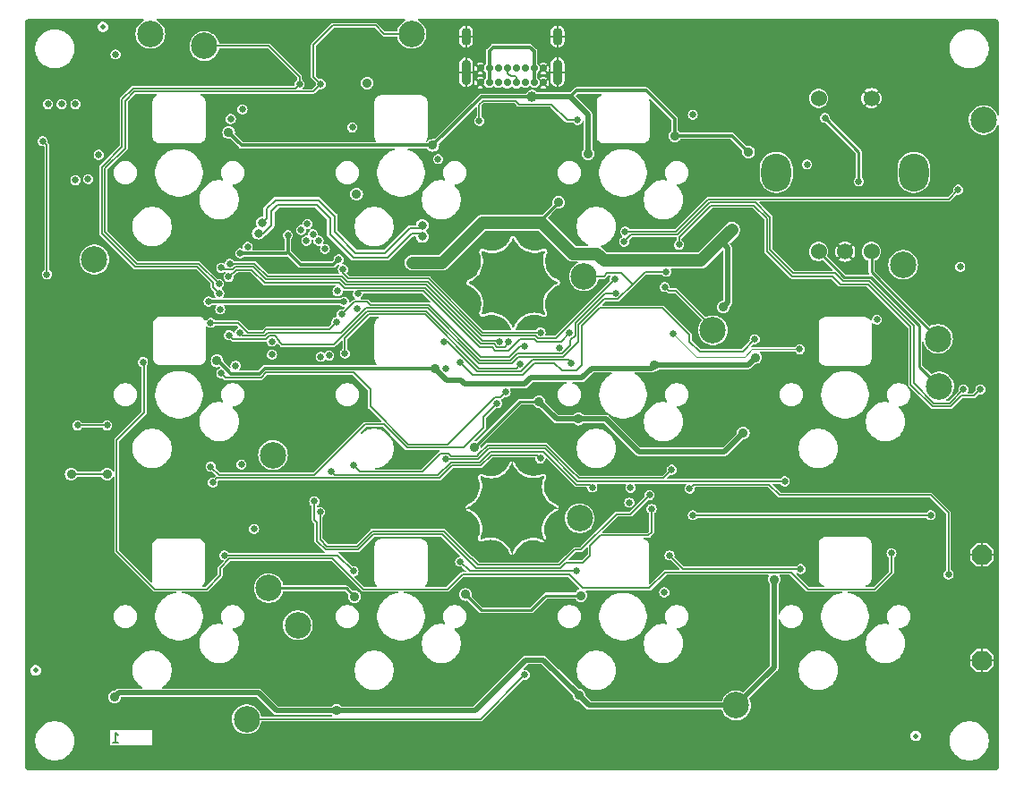
<source format=gtl>
G04 #@! TF.GenerationSoftware,KiCad,Pcbnew,8.0.7*
G04 #@! TF.CreationDate,2025-01-08T02:37:30+02:00*
G04 #@! TF.ProjectId,000018 PGKB,30303030-3138-4205-9047-4b422e6b6963,3.0*
G04 #@! TF.SameCoordinates,Original*
G04 #@! TF.FileFunction,Copper,L1,Top*
G04 #@! TF.FilePolarity,Positive*
%FSLAX46Y46*%
G04 Gerber Fmt 4.6, Leading zero omitted, Abs format (unit mm)*
G04 Created by KiCad (PCBNEW 8.0.7) date 2025-01-08 02:37:30*
%MOMM*%
%LPD*%
G01*
G04 APERTURE LIST*
%ADD10C,0.150000*%
G04 #@! TA.AperFunction,NonConductor*
%ADD11C,0.150000*%
G04 #@! TD*
G04 #@! TA.AperFunction,ComponentPad*
%ADD12C,1.000000*%
G04 #@! TD*
G04 #@! TA.AperFunction,FiducialPad,Global*
%ADD13C,0.500000*%
G04 #@! TD*
G04 #@! TA.AperFunction,ComponentPad*
%ADD14O,2.800000X3.600000*%
G04 #@! TD*
G04 #@! TA.AperFunction,ComponentPad*
%ADD15C,1.524000*%
G04 #@! TD*
G04 #@! TA.AperFunction,TestPad*
%ADD16C,2.500000*%
G04 #@! TD*
G04 #@! TA.AperFunction,ComponentPad*
%ADD17C,0.700000*%
G04 #@! TD*
G04 #@! TA.AperFunction,ComponentPad*
%ADD18O,0.900000X1.700000*%
G04 #@! TD*
G04 #@! TA.AperFunction,ComponentPad*
%ADD19O,0.900000X2.400000*%
G04 #@! TD*
G04 #@! TA.AperFunction,ViaPad*
%ADD20C,0.900000*%
G04 #@! TD*
G04 #@! TA.AperFunction,ViaPad*
%ADD21C,1.000000*%
G04 #@! TD*
G04 #@! TA.AperFunction,ViaPad*
%ADD22C,0.650000*%
G04 #@! TD*
G04 #@! TA.AperFunction,ViaPad*
%ADD23C,1.100000*%
G04 #@! TD*
G04 #@! TA.AperFunction,ViaPad*
%ADD24C,0.800000*%
G04 #@! TD*
G04 #@! TA.AperFunction,Conductor*
%ADD25C,0.250000*%
G04 #@! TD*
G04 #@! TA.AperFunction,Conductor*
%ADD26C,0.500000*%
G04 #@! TD*
G04 #@! TA.AperFunction,Conductor*
%ADD27C,0.300000*%
G04 #@! TD*
G04 #@! TA.AperFunction,Conductor*
%ADD28C,0.100000*%
G04 #@! TD*
G04 #@! TA.AperFunction,Conductor*
%ADD29C,1.200000*%
G04 #@! TD*
G04 #@! TA.AperFunction,Conductor*
%ADD30C,0.200000*%
G04 #@! TD*
G04 #@! TA.AperFunction,Conductor*
%ADD31C,0.150000*%
G04 #@! TD*
G04 APERTURE END LIST*
D10*
D11*
X51614285Y-172454819D02*
X52185713Y-172454819D01*
X51899999Y-172454819D02*
X51899999Y-171454819D01*
X51899999Y-171454819D02*
X51995237Y-171597676D01*
X51995237Y-171597676D02*
X52090475Y-171692914D01*
X52090475Y-171692914D02*
X52185713Y-171740533D01*
D12*
G04 #@! TO.P,H5,1*
G04 #@! TO.N,GND*
X87100000Y-150200000D03*
X87800000Y-148600000D03*
X87800000Y-151800000D03*
X89400000Y-147900000D03*
G04 #@! TA.AperFunction,ComponentPad*
G36*
X89423315Y-146005110D02*
G01*
X89434400Y-146006103D01*
X89446809Y-146014832D01*
X89459378Y-146020032D01*
X89465454Y-146027946D01*
X89476740Y-146035883D01*
X89484653Y-146052949D01*
X89490904Y-146061088D01*
X89490905Y-146061087D01*
X89544106Y-146189397D01*
X89583309Y-146257244D01*
X89872711Y-146670676D01*
X90048797Y-146846634D01*
X90269254Y-147015671D01*
X90509889Y-147154487D01*
X90766584Y-147260706D01*
X91034948Y-147332511D01*
X91310388Y-147368672D01*
X91588192Y-147368573D01*
X91863606Y-147332213D01*
X92131918Y-147260216D01*
X92260227Y-147207015D01*
X92260228Y-147207016D01*
X92280241Y-147204374D01*
X92327682Y-147187032D01*
X92378672Y-147195949D01*
X92418372Y-147229167D01*
X92436144Y-147277784D01*
X92427227Y-147328774D01*
X92427227Y-147328775D01*
X92372615Y-147446171D01*
X92294195Y-147692966D01*
X92247734Y-147947719D01*
X92233985Y-148206308D01*
X92253169Y-148464551D01*
X92304976Y-148718270D01*
X92388569Y-148963361D01*
X92502594Y-149195860D01*
X92645208Y-149412005D01*
X92814104Y-149608300D01*
X93006549Y-149781570D01*
X93219431Y-149929011D01*
X93449305Y-150048239D01*
X93570900Y-150092724D01*
X93570900Y-150092725D01*
X93613239Y-150122506D01*
X93635016Y-150169466D01*
X93630394Y-150221023D01*
X93600613Y-150263362D01*
X93553653Y-150285139D01*
X93547175Y-150284558D01*
X93538912Y-150290904D01*
X93538913Y-150290905D01*
X93410603Y-150344106D01*
X93342756Y-150383309D01*
X92929324Y-150672711D01*
X92753366Y-150848797D01*
X92584329Y-151069254D01*
X92445513Y-151309889D01*
X92339294Y-151566584D01*
X92267489Y-151834948D01*
X92231328Y-152110388D01*
X92231427Y-152388192D01*
X92267787Y-152663606D01*
X92339784Y-152931918D01*
X92392985Y-153060227D01*
X92392984Y-153060228D01*
X92395608Y-153080103D01*
X92412986Y-153127643D01*
X92404069Y-153178633D01*
X92370851Y-153218333D01*
X92322234Y-153236105D01*
X92271244Y-153227188D01*
X92271244Y-153227187D01*
X92153846Y-153172575D01*
X91907048Y-153094154D01*
X91652291Y-153047693D01*
X91393699Y-153033945D01*
X91135452Y-153053131D01*
X90881730Y-153104940D01*
X90636636Y-153188536D01*
X90404136Y-153302566D01*
X90187989Y-153445184D01*
X89991694Y-153614085D01*
X89818425Y-153806535D01*
X89670985Y-154019421D01*
X89551759Y-154249301D01*
X89507276Y-154370899D01*
X89507276Y-154370898D01*
X89477496Y-154413238D01*
X89430536Y-154435015D01*
X89378979Y-154430395D01*
X89336639Y-154400615D01*
X89314862Y-154353655D01*
X89315443Y-154347174D01*
X89309097Y-154338911D01*
X89309096Y-154338912D01*
X89255894Y-154210602D01*
X89216696Y-154142763D01*
X88927284Y-153729317D01*
X88751204Y-153553364D01*
X88530746Y-153384327D01*
X88290111Y-153245512D01*
X88033416Y-153139293D01*
X87765052Y-153067488D01*
X87489612Y-153031326D01*
X87211808Y-153031426D01*
X86936394Y-153067786D01*
X86668082Y-153139783D01*
X86539773Y-153192984D01*
X86519737Y-153195629D01*
X86508855Y-153199607D01*
X86500575Y-153198158D01*
X86488454Y-153199759D01*
X86472885Y-153193316D01*
X86457865Y-153190690D01*
X86449381Y-153183590D01*
X86440623Y-153179967D01*
X86432667Y-153169606D01*
X86418165Y-153157472D01*
X86413455Y-153144587D01*
X86409097Y-153138912D01*
X86407807Y-153129134D01*
X86400393Y-153108855D01*
X86403092Y-153093423D01*
X86402322Y-153087593D01*
X86405421Y-153080103D01*
X86409310Y-153057865D01*
X86409311Y-153057865D01*
X86463923Y-152940467D01*
X86542344Y-152693669D01*
X86588805Y-152438912D01*
X86602553Y-152180320D01*
X86583367Y-151922073D01*
X86531558Y-151668351D01*
X86447962Y-151423257D01*
X86333932Y-151190757D01*
X86191314Y-150974610D01*
X86022413Y-150778315D01*
X85829963Y-150605046D01*
X85617077Y-150457606D01*
X85387197Y-150338380D01*
X85265599Y-150293897D01*
X85265600Y-150293897D01*
X85253182Y-150285162D01*
X85239152Y-150279357D01*
X85232370Y-150270524D01*
X85223260Y-150264117D01*
X85216873Y-150250342D01*
X85207626Y-150238301D01*
X85206169Y-150227260D01*
X85201483Y-150217157D01*
X85202839Y-150202034D01*
X85200851Y-150186983D01*
X85205109Y-150176693D01*
X85206103Y-150165600D01*
X85214838Y-150153182D01*
X85220643Y-150139152D01*
X85229476Y-150132370D01*
X85235883Y-150123260D01*
X85249658Y-150116873D01*
X85261699Y-150107626D01*
X85261698Y-150107625D01*
X85390008Y-150054423D01*
X85466392Y-150010287D01*
X85867821Y-149729287D01*
X86047246Y-149549733D01*
X86216283Y-149329275D01*
X86355098Y-149088640D01*
X86461317Y-148831945D01*
X86533122Y-148563581D01*
X86569284Y-148288141D01*
X86569184Y-148010337D01*
X86532824Y-147734923D01*
X86460827Y-147466611D01*
X86407626Y-147338302D01*
X86405630Y-147323181D01*
X86400393Y-147308855D01*
X86402300Y-147297954D01*
X86400851Y-147286983D01*
X86406683Y-147272891D01*
X86409310Y-147257865D01*
X86416412Y-147249378D01*
X86420643Y-147239152D01*
X86432741Y-147229863D01*
X86442528Y-147218165D01*
X86452922Y-147214366D01*
X86461698Y-147207626D01*
X86476820Y-147205630D01*
X86491145Y-147200393D01*
X86502047Y-147202300D01*
X86513017Y-147200851D01*
X86527110Y-147206683D01*
X86542135Y-147209310D01*
X86542135Y-147209311D01*
X86659533Y-147263923D01*
X86906331Y-147342344D01*
X87161088Y-147388805D01*
X87419680Y-147402553D01*
X87677927Y-147383367D01*
X87931649Y-147331558D01*
X88176743Y-147247962D01*
X88409243Y-147133932D01*
X88625390Y-146991314D01*
X88821685Y-146822413D01*
X88994954Y-146629963D01*
X89142394Y-146417077D01*
X89261620Y-146187197D01*
X89306103Y-146065599D01*
X89306103Y-146065600D01*
X89310654Y-146059131D01*
X89319173Y-146038541D01*
X89332137Y-146028587D01*
X89335883Y-146023260D01*
X89343938Y-146019525D01*
X89360229Y-146007015D01*
X89375167Y-146005043D01*
X89382843Y-146001483D01*
X89394333Y-146002513D01*
X89411547Y-146000240D01*
X89423315Y-146005110D01*
G37*
G04 #@! TD.AperFunction*
X89400000Y-152500000D03*
X90900000Y-151900000D03*
X91000000Y-148600000D03*
X91700000Y-150200000D03*
G04 #@! TD*
G04 #@! TO.P,H6,1*
G04 #@! TO.N,GND*
X87200000Y-128900000D03*
X87900000Y-127300000D03*
X87900000Y-130500000D03*
X89500000Y-126600000D03*
G04 #@! TA.AperFunction,ComponentPad*
G36*
X89523315Y-124705110D02*
G01*
X89534400Y-124706103D01*
X89546809Y-124714832D01*
X89559378Y-124720032D01*
X89565454Y-124727946D01*
X89576740Y-124735883D01*
X89584653Y-124752949D01*
X89590904Y-124761088D01*
X89590905Y-124761087D01*
X89644106Y-124889397D01*
X89683309Y-124957244D01*
X89972711Y-125370676D01*
X90148797Y-125546634D01*
X90369254Y-125715671D01*
X90609889Y-125854487D01*
X90866584Y-125960706D01*
X91134948Y-126032511D01*
X91410388Y-126068672D01*
X91688192Y-126068573D01*
X91963606Y-126032213D01*
X92231918Y-125960216D01*
X92360227Y-125907015D01*
X92360228Y-125907016D01*
X92380241Y-125904374D01*
X92427682Y-125887032D01*
X92478672Y-125895949D01*
X92518372Y-125929167D01*
X92536144Y-125977784D01*
X92527227Y-126028774D01*
X92527227Y-126028775D01*
X92472615Y-126146171D01*
X92394195Y-126392966D01*
X92347734Y-126647719D01*
X92333985Y-126906308D01*
X92353169Y-127164551D01*
X92404976Y-127418270D01*
X92488569Y-127663361D01*
X92602594Y-127895860D01*
X92745208Y-128112005D01*
X92914104Y-128308300D01*
X93106549Y-128481570D01*
X93319431Y-128629011D01*
X93549305Y-128748239D01*
X93670900Y-128792724D01*
X93670900Y-128792725D01*
X93713239Y-128822506D01*
X93735016Y-128869466D01*
X93730394Y-128921023D01*
X93700613Y-128963362D01*
X93653653Y-128985139D01*
X93647175Y-128984558D01*
X93638912Y-128990904D01*
X93638913Y-128990905D01*
X93510603Y-129044106D01*
X93442756Y-129083309D01*
X93029324Y-129372711D01*
X92853366Y-129548797D01*
X92684329Y-129769254D01*
X92545513Y-130009889D01*
X92439294Y-130266584D01*
X92367489Y-130534948D01*
X92331328Y-130810388D01*
X92331427Y-131088192D01*
X92367787Y-131363606D01*
X92439784Y-131631918D01*
X92492985Y-131760227D01*
X92492984Y-131760228D01*
X92495608Y-131780103D01*
X92512986Y-131827643D01*
X92504069Y-131878633D01*
X92470851Y-131918333D01*
X92422234Y-131936105D01*
X92371244Y-131927188D01*
X92371244Y-131927187D01*
X92253846Y-131872575D01*
X92007048Y-131794154D01*
X91752291Y-131747693D01*
X91493699Y-131733945D01*
X91235452Y-131753131D01*
X90981730Y-131804940D01*
X90736636Y-131888536D01*
X90504136Y-132002566D01*
X90287989Y-132145184D01*
X90091694Y-132314085D01*
X89918425Y-132506535D01*
X89770985Y-132719421D01*
X89651759Y-132949301D01*
X89607276Y-133070899D01*
X89607276Y-133070898D01*
X89577496Y-133113238D01*
X89530536Y-133135015D01*
X89478979Y-133130395D01*
X89436639Y-133100615D01*
X89414862Y-133053655D01*
X89415443Y-133047174D01*
X89409097Y-133038911D01*
X89409096Y-133038912D01*
X89355894Y-132910602D01*
X89316696Y-132842763D01*
X89027284Y-132429317D01*
X88851204Y-132253364D01*
X88630746Y-132084327D01*
X88390111Y-131945512D01*
X88133416Y-131839293D01*
X87865052Y-131767488D01*
X87589612Y-131731326D01*
X87311808Y-131731426D01*
X87036394Y-131767786D01*
X86768082Y-131839783D01*
X86639773Y-131892984D01*
X86619737Y-131895629D01*
X86608855Y-131899607D01*
X86600575Y-131898158D01*
X86588454Y-131899759D01*
X86572885Y-131893316D01*
X86557865Y-131890690D01*
X86549381Y-131883590D01*
X86540623Y-131879967D01*
X86532667Y-131869606D01*
X86518165Y-131857472D01*
X86513455Y-131844587D01*
X86509097Y-131838912D01*
X86507807Y-131829134D01*
X86500393Y-131808855D01*
X86503092Y-131793423D01*
X86502322Y-131787593D01*
X86505421Y-131780103D01*
X86509310Y-131757865D01*
X86509311Y-131757865D01*
X86563923Y-131640467D01*
X86642344Y-131393669D01*
X86688805Y-131138912D01*
X86702553Y-130880320D01*
X86683367Y-130622073D01*
X86631558Y-130368351D01*
X86547962Y-130123257D01*
X86433932Y-129890757D01*
X86291314Y-129674610D01*
X86122413Y-129478315D01*
X85929963Y-129305046D01*
X85717077Y-129157606D01*
X85487197Y-129038380D01*
X85365599Y-128993897D01*
X85365600Y-128993897D01*
X85353182Y-128985162D01*
X85339152Y-128979357D01*
X85332370Y-128970524D01*
X85323260Y-128964117D01*
X85316873Y-128950342D01*
X85307626Y-128938301D01*
X85306169Y-128927260D01*
X85301483Y-128917157D01*
X85302839Y-128902034D01*
X85300851Y-128886983D01*
X85305109Y-128876693D01*
X85306103Y-128865600D01*
X85314838Y-128853182D01*
X85320643Y-128839152D01*
X85329476Y-128832370D01*
X85335883Y-128823260D01*
X85349658Y-128816873D01*
X85361699Y-128807626D01*
X85361698Y-128807625D01*
X85490008Y-128754423D01*
X85566392Y-128710287D01*
X85967821Y-128429287D01*
X86147246Y-128249733D01*
X86316283Y-128029275D01*
X86455098Y-127788640D01*
X86561317Y-127531945D01*
X86633122Y-127263581D01*
X86669284Y-126988141D01*
X86669184Y-126710337D01*
X86632824Y-126434923D01*
X86560827Y-126166611D01*
X86507626Y-126038302D01*
X86505630Y-126023181D01*
X86500393Y-126008855D01*
X86502300Y-125997954D01*
X86500851Y-125986983D01*
X86506683Y-125972891D01*
X86509310Y-125957865D01*
X86516412Y-125949378D01*
X86520643Y-125939152D01*
X86532741Y-125929863D01*
X86542528Y-125918165D01*
X86552922Y-125914366D01*
X86561698Y-125907626D01*
X86576820Y-125905630D01*
X86591145Y-125900393D01*
X86602047Y-125902300D01*
X86613017Y-125900851D01*
X86627110Y-125906683D01*
X86642135Y-125909310D01*
X86642135Y-125909311D01*
X86759533Y-125963923D01*
X87006331Y-126042344D01*
X87261088Y-126088805D01*
X87519680Y-126102553D01*
X87777927Y-126083367D01*
X88031649Y-126031558D01*
X88276743Y-125947962D01*
X88509243Y-125833932D01*
X88725390Y-125691314D01*
X88921685Y-125522413D01*
X89094954Y-125329963D01*
X89242394Y-125117077D01*
X89361620Y-124887197D01*
X89406103Y-124765599D01*
X89406103Y-124765600D01*
X89410654Y-124759131D01*
X89419173Y-124738541D01*
X89432137Y-124728587D01*
X89435883Y-124723260D01*
X89443938Y-124719525D01*
X89460229Y-124707015D01*
X89475167Y-124705043D01*
X89482843Y-124701483D01*
X89494333Y-124702513D01*
X89511547Y-124700240D01*
X89523315Y-124705110D01*
G37*
G04 #@! TD.AperFunction*
X89500000Y-131200000D03*
X91000000Y-130600000D03*
X91100000Y-127300000D03*
X91800000Y-128900000D03*
G04 #@! TD*
D13*
G04 #@! TO.P,FD3,*
G04 #@! TO.N,*
X127597202Y-171790000D03*
G04 #@! TD*
G04 #@! TO.P,FD1,*
G04 #@! TO.N,*
X44347202Y-165590000D03*
G04 #@! TD*
G04 #@! TO.P,FD5,*
G04 #@! TO.N,*
X50697202Y-104690000D03*
G04 #@! TD*
G04 #@! TA.AperFunction,ComponentPad*
G04 #@! TO.P,J3,1,Pin_1*
G04 #@! TO.N,GND*
G36*
X133400000Y-165550000D02*
G01*
X132950000Y-165100000D01*
X132950000Y-164200000D01*
X133400000Y-163750000D01*
X134300000Y-163750000D01*
X134750000Y-164200000D01*
X134750000Y-165100000D01*
X134300000Y-165550000D01*
X133400000Y-165550000D01*
G37*
G04 #@! TD.AperFunction*
G04 #@! TA.AperFunction,ComponentPad*
G04 #@! TO.P,J3,2,Pin_1*
G36*
X133400000Y-155550000D02*
G01*
X132950000Y-155100000D01*
X132950000Y-154200000D01*
X133400000Y-153750000D01*
X134300000Y-153750000D01*
X134750000Y-154200000D01*
X134750000Y-155100000D01*
X134300000Y-155550000D01*
X133400000Y-155550000D01*
G37*
G04 #@! TD.AperFunction*
G04 #@! TD*
D14*
G04 #@! TO.P,S20,*
G04 #@! TO.N,*
X114400000Y-118450000D03*
X127400000Y-118450000D03*
D15*
G04 #@! TO.P,S20,A,A*
G04 #@! TO.N,Net-(R15-Pad2)*
X118400000Y-125950000D03*
G04 #@! TO.P,S20,B,B*
G04 #@! TO.N,Net-(R17-Pad2)*
X123400000Y-125950000D03*
G04 #@! TO.P,S20,C,C*
G04 #@! TO.N,GND*
X120900000Y-125950000D03*
G04 #@! TO.P,S20,S1,S1*
G04 #@! TO.N,Net-(R16-Pad2)*
X118400000Y-111450000D03*
G04 #@! TO.P,S20,S2,S2*
G04 #@! TO.N,GND*
X123400000Y-111450000D03*
G04 #@! TD*
D16*
G04 #@! TO.P,TP1,1,1*
G04 #@! TO.N,Net-(U2-I1)*
X64300000Y-170200000D03*
G04 #@! TD*
G04 #@! TO.P,TP11,1,1*
G04 #@! TO.N,/Main/Connectors/I2C1_SDA*
X60300000Y-106500000D03*
G04 #@! TD*
G04 #@! TO.P,TP12,1,1*
G04 #@! TO.N,/Main/Connectors/I2C1_SCL*
X79900000Y-105350000D03*
G04 #@! TD*
G04 #@! TO.P,TP6,1,1*
G04 #@! TO.N,/Main/Microcontroller/1V2*
X49900000Y-126700000D03*
G04 #@! TD*
G04 #@! TO.P,TP15,1,1*
G04 #@! TO.N,/Main/Neopixel LEDs/NEOPIXEL_VDD*
X66400000Y-157800000D03*
G04 #@! TD*
G04 #@! TO.P,TP4,1,1*
G04 #@! TO.N,Net-(R17-Pad2)*
X129700000Y-134200000D03*
G04 #@! TD*
G04 #@! TO.P,TP7,1,1*
G04 #@! TO.N,/Main/Microcontroller/USBBOOT*
X69149789Y-161299326D03*
G04 #@! TD*
D17*
G04 #@! TO.P,J1,A1,GND*
G04 #@! TO.N,GND*
X86405000Y-109960000D03*
G04 #@! TO.P,J1,A4,VBUS*
G04 #@! TO.N,Net-(D11-V+)*
X87255000Y-109960000D03*
G04 #@! TO.P,J1,A5,CC1*
G04 #@! TO.N,/Main/USB Connector/CC1*
X88105000Y-109960000D03*
G04 #@! TO.P,J1,A6,D+*
G04 #@! TO.N,/Main/USB Connector/USB_D_P*
X88955000Y-109960000D03*
G04 #@! TO.P,J1,A7,D-*
G04 #@! TO.N,/Main/USB Connector/USB_D_N*
X89805000Y-109960000D03*
G04 #@! TO.P,J1,A8,SBU1*
G04 #@! TO.N,unconnected-(J1-SBU1-PadA8)*
X90655000Y-109960000D03*
G04 #@! TO.P,J1,A9,VBUS*
G04 #@! TO.N,Net-(D11-V+)*
X91505000Y-109960000D03*
G04 #@! TO.P,J1,A12,GND*
G04 #@! TO.N,GND*
X92355000Y-109960000D03*
G04 #@! TO.P,J1,B1,GND*
X92355000Y-108610000D03*
G04 #@! TO.P,J1,B4,VBUS*
G04 #@! TO.N,Net-(D11-V+)*
X91505000Y-108610000D03*
G04 #@! TO.P,J1,B5,CC2*
G04 #@! TO.N,/Main/USB Connector/CC2*
X90655000Y-108610000D03*
G04 #@! TO.P,J1,B6,D+*
G04 #@! TO.N,/Main/USB Connector/USB_D_P*
X89805000Y-108610000D03*
G04 #@! TO.P,J1,B7,D-*
G04 #@! TO.N,/Main/USB Connector/USB_D_N*
X88955000Y-108610000D03*
G04 #@! TO.P,J1,B8,SBU2*
G04 #@! TO.N,unconnected-(J1-SBU2-PadB8)*
X88105000Y-108610000D03*
G04 #@! TO.P,J1,B9,VBUS*
G04 #@! TO.N,Net-(D11-V+)*
X87255000Y-108610000D03*
G04 #@! TO.P,J1,B12,GND*
G04 #@! TO.N,GND*
X86405000Y-108610000D03*
D18*
G04 #@! TO.P,J1,S1,SHIELD*
X85055000Y-105600000D03*
D19*
X85055000Y-108980000D03*
D18*
X93705000Y-105600000D03*
D19*
X93705000Y-108980000D03*
G04 #@! TD*
D16*
G04 #@! TO.P,TP13,1,1*
G04 #@! TO.N,+3V3*
X110597137Y-168902694D03*
G04 #@! TD*
G04 #@! TO.P,TP8,1,1*
G04 #@! TO.N,/Main/Microcontroller/~{RESET}*
X66800000Y-145200000D03*
G04 #@! TD*
G04 #@! TO.P,TP14,1,1*
G04 #@! TO.N,PERIP_~{RESET}*
X126400000Y-127200000D03*
G04 #@! TD*
G04 #@! TO.P,TP10,1,1*
G04 #@! TO.N,/Main/Microcontroller/ENC_A*
X108400000Y-133400000D03*
G04 #@! TD*
G04 #@! TO.P,TP2,1,1*
G04 #@! TO.N,/Main/Buttons/Button1*
X95800000Y-151200000D03*
G04 #@! TD*
G04 #@! TO.P,TP16,1,1*
G04 #@! TO.N,Net-(D10-DIN)*
X55200000Y-105350000D03*
G04 #@! TD*
G04 #@! TO.P,TP17,1,1*
G04 #@! TO.N,/Main/Microcontroller/ENC_B*
X96200000Y-128300000D03*
G04 #@! TD*
G04 #@! TO.P,TP3,1,1*
G04 #@! TO.N,Net-(R15-Pad2)*
X129800000Y-138700000D03*
G04 #@! TD*
G04 #@! TO.P,TP5,1,1*
G04 #@! TO.N,Net-(R16-Pad2)*
X134000000Y-113500000D03*
G04 #@! TD*
D20*
G04 #@! TO.N,/Main/Neopixel LEDs/NEOPIXEL_VDD*
X96600000Y-116700000D03*
X111776274Y-116523726D03*
X85000000Y-158400000D03*
X61500000Y-136300000D03*
X62600000Y-114700000D03*
X82087348Y-137012652D03*
X104800000Y-115000000D03*
X95900000Y-158500000D03*
X74500000Y-158600000D03*
X102900000Y-136700000D03*
X112425098Y-135974902D03*
D21*
X91300000Y-111300000D03*
D20*
X81900000Y-115900000D03*
D22*
G04 #@! TO.N,GND*
X67100000Y-149400000D03*
X104000000Y-106000000D03*
X74800000Y-134600000D03*
X65700000Y-129700000D03*
X53500000Y-112600000D03*
X80017417Y-123061840D03*
X63500000Y-144400000D03*
X103000000Y-105000000D03*
X57150000Y-104650000D03*
X99500000Y-146500000D03*
X85400000Y-130500000D03*
X82100000Y-118400000D03*
X81873510Y-124899501D03*
X105000000Y-109000000D03*
X59900000Y-126100000D03*
X79850000Y-145550000D03*
X63400000Y-132100000D03*
X74800000Y-116900000D03*
X85200000Y-127000000D03*
X115700000Y-132700000D03*
X52050000Y-104450000D03*
X70200000Y-116900000D03*
X119000000Y-118300000D03*
X74500000Y-155000000D03*
X59750000Y-104500000D03*
X86300000Y-114500000D03*
X111624500Y-131000000D03*
X53500000Y-154700000D03*
X135000000Y-110000000D03*
X134036595Y-108975882D03*
X123200000Y-130200000D03*
X88600000Y-114900000D03*
X86200000Y-154100000D03*
X75700000Y-151400000D03*
X67200000Y-143300000D03*
X116600000Y-133700000D03*
X132200000Y-121800000D03*
X70500000Y-129700000D03*
X80200000Y-151000000D03*
X90400000Y-115500000D03*
X64500000Y-122850000D03*
X85600000Y-119100000D03*
X73000000Y-120300000D03*
X107000000Y-105000000D03*
X119000000Y-106000000D03*
X129000000Y-106000000D03*
X101000000Y-105000000D03*
X95000000Y-131800000D03*
X116000000Y-109000000D03*
X131600000Y-116200000D03*
X51400000Y-110900000D03*
X84600000Y-122700000D03*
X86500000Y-116200000D03*
X79978780Y-125093308D03*
X126200000Y-121700000D03*
X123000000Y-106000000D03*
X93700000Y-148000000D03*
X127000000Y-106000000D03*
X78600000Y-110100000D03*
X78600000Y-130249500D03*
X67100000Y-138400000D03*
X128300000Y-127800000D03*
X73200000Y-138000000D03*
X122000000Y-107000000D03*
X117000000Y-106000000D03*
X130000000Y-107000000D03*
X132800000Y-142900000D03*
X113000000Y-146600000D03*
X126000000Y-107000000D03*
X99000000Y-105000000D03*
X95700000Y-154700000D03*
X48800000Y-134500000D03*
X88700000Y-112700000D03*
X69700000Y-167500000D03*
X105000000Y-105000000D03*
X118000000Y-107000000D03*
X74600000Y-136300000D03*
X66300000Y-117000000D03*
X126000000Y-105000000D03*
X63200000Y-150000000D03*
X127999720Y-129595595D03*
X74600000Y-127800000D03*
X132000000Y-109000000D03*
X111968927Y-158231073D03*
X117500000Y-122800000D03*
X131000000Y-110000000D03*
X87500000Y-125200000D03*
X135000000Y-106000000D03*
X92300000Y-120300000D03*
X63750000Y-123850000D03*
X96900000Y-111700000D03*
X68700000Y-144500000D03*
X117900000Y-142200000D03*
X106000000Y-108000000D03*
X133000000Y-110000000D03*
X117000000Y-108000000D03*
X107000000Y-109000000D03*
X65300000Y-115100000D03*
X120000000Y-105000000D03*
X118000000Y-105000000D03*
X115800000Y-131300000D03*
X50800000Y-113800000D03*
X135000000Y-108000000D03*
X119900000Y-121700000D03*
X89800000Y-157300000D03*
X118300000Y-152000000D03*
X130000000Y-105000000D03*
X90800000Y-124400000D03*
X66397137Y-127514315D03*
X118500000Y-124200000D03*
X121000000Y-106000000D03*
X104000000Y-108000000D03*
X83200000Y-124900000D03*
X91900000Y-143750500D03*
X64246232Y-124603768D03*
X97000000Y-146800000D03*
X106200000Y-137700000D03*
X125000000Y-106000000D03*
X106000000Y-106000000D03*
X130367571Y-143529933D03*
X106000000Y-128600000D03*
X117000000Y-110000000D03*
X64600000Y-107900000D03*
X67300001Y-122511398D03*
X73000000Y-150300000D03*
X70100000Y-150300000D03*
X68100000Y-132000000D03*
X133400000Y-159400000D03*
X75400000Y-141000000D03*
X81871520Y-123100499D03*
X73100000Y-141000000D03*
X117554315Y-147865955D03*
X65900000Y-132000000D03*
X78600000Y-106600000D03*
X58450000Y-150850000D03*
X68900000Y-145900000D03*
X85100000Y-111300000D03*
X119100000Y-131000000D03*
X118700000Y-129100000D03*
X89600000Y-139800000D03*
X115500000Y-125900000D03*
X130000000Y-109000000D03*
X122000000Y-105000000D03*
X106000000Y-110000000D03*
X124000000Y-107000000D03*
X116000000Y-105000000D03*
X114900000Y-141800000D03*
X54200000Y-128700000D03*
X107000000Y-107000000D03*
X120000000Y-107000000D03*
X60400000Y-129100000D03*
X66700000Y-119100000D03*
X67300000Y-124250000D03*
X101450000Y-151950000D03*
X74300000Y-112700000D03*
X67500000Y-127524500D03*
X128000000Y-107000000D03*
X95500000Y-143000000D03*
X72700000Y-125800000D03*
X47400000Y-122400000D03*
X118000000Y-109000000D03*
X76600000Y-116900000D03*
X101900000Y-124900000D03*
X116000000Y-107000000D03*
X53600000Y-133700000D03*
X107800000Y-150000000D03*
X83300000Y-128100000D03*
X123500000Y-123700000D03*
X128000000Y-105000000D03*
X66700000Y-140400000D03*
X46400000Y-110500000D03*
X105000000Y-107000000D03*
X129000000Y-108000000D03*
X120900000Y-131000000D03*
X60600000Y-124100000D03*
X87900000Y-118100000D03*
X66000000Y-150700000D03*
X119000000Y-108000000D03*
X124000000Y-105000000D03*
X61100000Y-111400000D03*
D20*
G04 #@! TO.N,+3V3*
X51800000Y-168100000D03*
X114200000Y-156974500D03*
X47700000Y-147000000D03*
X51100000Y-147000000D03*
X95700000Y-141800000D03*
X111275000Y-143125000D03*
X85800000Y-144500000D03*
X109400000Y-131200000D03*
X72800000Y-169400000D03*
X80000000Y-127000000D03*
X74700000Y-120500000D03*
X93800000Y-121300000D03*
X91950000Y-140150000D03*
X95750000Y-167950000D03*
D23*
X110200000Y-123900000D03*
D20*
X75700000Y-110000000D03*
D22*
G04 #@! TO.N,/Main/Microcontroller/1V2*
X66670911Y-134470911D03*
X64400000Y-125500000D03*
G04 #@! TO.N,PERIP_~{RESET}*
X122200000Y-119300000D03*
X119000000Y-113300000D03*
D24*
G04 #@! TO.N,/Main/Microcontroller/USB_MCU_D_P*
X80900000Y-123475000D03*
X65783319Y-123224218D03*
G04 #@! TO.N,/Main/Microcontroller/USB_MCU_D_N*
X80900000Y-124525000D03*
X65401497Y-124202337D03*
D22*
G04 #@! TO.N,/Main/Microcontroller/~{RESET}*
X117300000Y-117700000D03*
X115200000Y-147700000D03*
X63800000Y-146100000D03*
X63250000Y-136750000D03*
X83100000Y-145600000D03*
G04 #@! TO.N,/Main/Microcontroller/USBBOOT*
X61800000Y-131400000D03*
X65000000Y-152200000D03*
G04 #@! TO.N,/Main/Buttons/Button5*
X73300000Y-131900000D03*
X90624750Y-134924750D03*
G04 #@! TO.N,Net-(D10-DIN)*
X62800000Y-113400000D03*
X74300000Y-114200000D03*
G04 #@! TO.N,/Main/Buttons/Button1*
X92100000Y-133600000D03*
X73401204Y-127624092D03*
G04 #@! TO.N,/Main/Memory/DATA3*
X69451582Y-123906661D03*
X50300000Y-116800000D03*
G04 #@! TO.N,/Main/Memory/CLK*
X48100000Y-119200000D03*
X70046174Y-123345106D03*
G04 #@! TO.N,/Main/Memory/DATA0*
X49300000Y-119100000D03*
X69943096Y-124915147D03*
G04 #@! TO.N,/Main/Memory/DATA2*
X70575500Y-124300000D03*
X48100000Y-112000000D03*
G04 #@! TO.N,/Main/Memory/DATA1*
X46800000Y-112000000D03*
X71100000Y-124927197D03*
G04 #@! TO.N,/Main/Memory/~{CS}_MEMORY*
X45400000Y-128100000D03*
X45000000Y-115500000D03*
X71700000Y-125700000D03*
X45500000Y-112000000D03*
X51900000Y-107300000D03*
G04 #@! TO.N,/Main/Buttons/Button2*
X74800000Y-129949500D03*
X100500000Y-149700000D03*
X94838556Y-133638556D03*
G04 #@! TO.N,/Main/Buttons/Button3*
X72300000Y-146800000D03*
X72900000Y-129700000D03*
X97000000Y-148249500D03*
G04 #@! TO.N,/Main/Buttons/Button4*
X74749312Y-131349312D03*
X74400000Y-146200000D03*
X104500000Y-146600000D03*
G04 #@! TO.N,/Main/Microcontroller/ENC_A*
X63638556Y-133638556D03*
X99184686Y-129884686D03*
X103850000Y-129300000D03*
G04 #@! TO.N,/Main/Microcontroller/ENC_B*
X62638556Y-133861444D03*
X104000000Y-127874500D03*
G04 #@! TO.N,/Main/Microcontroller/GPIO29*
X62700000Y-127100000D03*
X99100000Y-128600000D03*
G04 #@! TO.N,/Main/Buttons/Button6*
X73600000Y-135600000D03*
X90200000Y-136600000D03*
G04 #@! TO.N,/Main/Buttons/Button7*
X71250000Y-150600000D03*
X72100000Y-135800000D03*
X102400000Y-149000000D03*
G04 #@! TO.N,/Main/Buttons/Button8*
X102600000Y-150300000D03*
X71300000Y-135900000D03*
X70700000Y-149600000D03*
G04 #@! TO.N,Net-(U1-I1)*
X88000000Y-140300000D03*
X60900000Y-146300000D03*
X51100000Y-142400000D03*
X48300000Y-142400000D03*
G04 #@! TO.N,Net-(U1-I2)*
X83100000Y-137000000D03*
X82400000Y-117200000D03*
G04 #@! TO.N,Net-(U1-I3)*
X112350000Y-134250000D03*
X84500000Y-136450500D03*
G04 #@! TO.N,Net-(U1-I4)*
X61100000Y-147800000D03*
X92080212Y-145525014D03*
X93900000Y-135050500D03*
G04 #@! TO.N,Net-(U2-I6)*
X106500000Y-150900000D03*
X129000000Y-150900000D03*
G04 #@! TO.N,Net-(U2-I1)*
X90600000Y-166000000D03*
G04 #@! TO.N,Net-(U2-I3)*
X100600000Y-148300000D03*
X103800000Y-158200000D03*
G04 #@! TO.N,Net-(U2-I4)*
X130700000Y-156500000D03*
X106200000Y-148400000D03*
G04 #@! TO.N,Net-(U3-I2)*
X131600000Y-120100000D03*
X100100000Y-124050000D03*
G04 #@! TO.N,Net-(U3-I3)*
X100000000Y-125000000D03*
X132100000Y-139000000D03*
G04 #@! TO.N,Net-(U3-I1)*
X133700000Y-139000000D03*
X105200000Y-125300000D03*
G04 #@! TO.N,/Main/Microcontroller/3V3_MCU*
X73000000Y-126700000D03*
X68200000Y-124400000D03*
X73500000Y-130700000D03*
X66700000Y-135700000D03*
X63700000Y-126100000D03*
X60700000Y-130675000D03*
G04 #@! TO.N,/Main/Connectors/I2C1_SCL*
X71300000Y-110100000D03*
X61679122Y-129020878D03*
G04 #@! TO.N,/Main/Buttons/Button9*
X88800000Y-139250500D03*
X61900000Y-137475500D03*
G04 #@! TO.N,/Main/Buttons/Button10*
X62600000Y-128349500D03*
X89100000Y-134449500D03*
G04 #@! TO.N,/Main/Buttons/Button11*
X88200000Y-134449500D03*
X61900000Y-127500000D03*
G04 #@! TO.N,Net-(D1-DOUT)*
X74400000Y-156200000D03*
X62200000Y-154700000D03*
G04 #@! TO.N,Net-(D2-DOUT)*
X95500000Y-156200000D03*
X84500000Y-155300000D03*
G04 #@! TO.N,Net-(D3-DOUT)*
X104300000Y-154700000D03*
X116700000Y-156000000D03*
G04 #@! TO.N,Net-(D4-DOUT)*
X125300000Y-154500000D03*
X54500000Y-136400000D03*
G04 #@! TO.N,Net-(D5-DOUT)*
X72800000Y-132600000D03*
X60900000Y-132700000D03*
G04 #@! TO.N,Net-(D6-DOUT)*
X95000000Y-136500000D03*
X82987180Y-134512820D03*
G04 #@! TO.N,Net-(D7-DOUT)*
X116600000Y-135200000D03*
X104600000Y-133700000D03*
G04 #@! TO.N,Net-(D8-DOUT)*
X63900000Y-112500000D03*
X123900000Y-132400000D03*
G04 #@! TO.N,Net-(D15-K)*
X106500000Y-113000000D03*
X131800000Y-127400000D03*
G04 #@! TO.N,Net-(D10-DOUT)*
X95600000Y-113500000D03*
X86300000Y-113600000D03*
G04 #@! TO.N,/Main/Connectors/I2C1_SDA*
X69300000Y-110100000D03*
X61700000Y-129900000D03*
G04 #@! TD*
D25*
G04 #@! TO.N,/Main/Neopixel LEDs/NEOPIXEL_VDD*
X91200000Y-159900000D02*
X92400000Y-158700000D01*
D26*
X90600000Y-138500000D02*
X91200000Y-137900000D01*
D27*
X63800000Y-115900000D02*
X62600000Y-114700000D01*
D26*
X91200000Y-137900000D02*
X96000000Y-137900000D01*
D27*
X81900000Y-115900000D02*
X63800000Y-115900000D01*
X95500000Y-110700000D02*
X94900000Y-111300000D01*
D26*
X102607500Y-136992500D02*
X102900000Y-136700000D01*
D25*
X85000000Y-158400000D02*
X86500000Y-159900000D01*
X66400000Y-157800000D02*
X73700000Y-157800000D01*
D26*
X102925000Y-136675000D02*
X111725000Y-136675000D01*
X96600000Y-113000000D02*
X94900000Y-111300000D01*
X83224696Y-138150000D02*
X84539188Y-138150000D01*
D25*
X92600000Y-158500000D02*
X95900000Y-158500000D01*
D27*
X104800000Y-113400000D02*
X102100000Y-110700000D01*
X66000000Y-137000000D02*
X65500000Y-137500000D01*
D26*
X96000000Y-137900000D02*
X96907500Y-136992500D01*
D25*
X86500000Y-159900000D02*
X88600000Y-159900000D01*
D27*
X65500000Y-137500000D02*
X62808384Y-137500000D01*
D26*
X94900000Y-111300000D02*
X91300000Y-111300000D01*
D27*
X91300000Y-111300000D02*
X86500000Y-111300000D01*
X104800000Y-115000000D02*
X104800000Y-113400000D01*
X82087348Y-137012652D02*
X82074696Y-137000000D01*
D26*
X84889188Y-138500000D02*
X90600000Y-138500000D01*
X82087348Y-137012652D02*
X83224696Y-138150000D01*
D27*
X62808384Y-137500000D02*
X61608384Y-136300000D01*
D25*
X88600000Y-159900000D02*
X91200000Y-159900000D01*
D27*
X102100000Y-110700000D02*
X95500000Y-110700000D01*
D26*
X96907500Y-136992500D02*
X102607500Y-136992500D01*
X96600000Y-116700000D02*
X96600000Y-113000000D01*
D27*
X86500000Y-111300000D02*
X81900000Y-115900000D01*
D25*
X73700000Y-157800000D02*
X74500000Y-158600000D01*
D27*
X82074696Y-137000000D02*
X66000000Y-137000000D01*
X61608384Y-136300000D02*
X61500000Y-136300000D01*
X110252548Y-115000000D02*
X104800000Y-115000000D01*
D25*
X92400000Y-158700000D02*
X92600000Y-158500000D01*
D26*
X84539188Y-138150000D02*
X84889188Y-138500000D01*
X102900000Y-136700000D02*
X102925000Y-136675000D01*
X111725000Y-136675000D02*
X112425098Y-135974902D01*
D27*
X111776274Y-116523726D02*
X110252548Y-115000000D01*
D28*
G04 #@! TO.N,GND*
X89400000Y-150200000D02*
X89400000Y-154800000D01*
X89400000Y-150200000D02*
X84400000Y-150200000D01*
X89400000Y-150200000D02*
X89400000Y-145600000D01*
X89400000Y-150200000D02*
X94100000Y-150200000D01*
D26*
G04 #@! TO.N,+3V3*
X109400000Y-131200000D02*
X109400000Y-131250000D01*
X109800000Y-125600000D02*
X109150000Y-124950000D01*
X109400000Y-131200000D02*
X109800000Y-130800000D01*
D25*
X92200000Y-122900000D02*
X92200000Y-123200000D01*
D26*
X95750000Y-167950000D02*
X92400000Y-164600000D01*
D29*
X98100000Y-126800000D02*
X107300000Y-126800000D01*
D26*
X111275000Y-143125000D02*
X109500000Y-144900000D01*
D29*
X92200000Y-123200000D02*
X95150000Y-126150000D01*
D25*
X91950000Y-140150000D02*
X90150000Y-140150000D01*
D26*
X109500000Y-144900000D02*
X101400000Y-144900000D01*
D29*
X95150000Y-126150000D02*
X97450000Y-126150000D01*
D26*
X90700000Y-164600000D02*
X89900000Y-165400000D01*
X85900000Y-169400000D02*
X79200000Y-169400000D01*
X72800000Y-169400000D02*
X67100000Y-169400000D01*
D29*
X109150000Y-124950000D02*
X110200000Y-123900000D01*
X86600000Y-123200000D02*
X92200000Y-123200000D01*
D30*
X51100000Y-147000000D02*
X47700000Y-147000000D01*
D29*
X80000000Y-127000000D02*
X82800000Y-127000000D01*
D26*
X110597137Y-168902694D02*
X96702694Y-168902694D01*
D29*
X82800000Y-127000000D02*
X86600000Y-123200000D01*
D26*
X67100000Y-169400000D02*
X65400000Y-167700000D01*
X65400000Y-167700000D02*
X52200000Y-167700000D01*
X93600000Y-141800000D02*
X95700000Y-141800000D01*
X101400000Y-144900000D02*
X98300000Y-141800000D01*
X52200000Y-167700000D02*
X51800000Y-168100000D01*
X89900000Y-165400000D02*
X85900000Y-169400000D01*
X96702694Y-168902694D02*
X95750000Y-167950000D01*
X98300000Y-141800000D02*
X95700000Y-141800000D01*
X109800000Y-130800000D02*
X109800000Y-125600000D01*
D25*
X93800000Y-121300000D02*
X92200000Y-122900000D01*
D29*
X97450000Y-126150000D02*
X98100000Y-126800000D01*
D25*
X90150000Y-140150000D02*
X85800000Y-144500000D01*
D26*
X79200000Y-169400000D02*
X72800000Y-169400000D01*
X114200000Y-156974500D02*
X114200000Y-165299831D01*
D29*
X107300000Y-126800000D02*
X109150000Y-124950000D01*
D26*
X114200000Y-165299831D02*
X110597137Y-168902694D01*
X91950000Y-140150000D02*
X93600000Y-141800000D01*
X92400000Y-164600000D02*
X90700000Y-164600000D01*
D30*
G04 #@! TO.N,/Main/USB Connector/USB_D_N*
X89660000Y-109310000D02*
X89805000Y-109455000D01*
X89294950Y-109310000D02*
X89660000Y-109310000D01*
X89160000Y-109260000D02*
X89244950Y-109260000D01*
X88955000Y-109055000D02*
X89160000Y-109260000D01*
X89244950Y-109260000D02*
X89294950Y-109310000D01*
X89805000Y-109455000D02*
X89805000Y-109960000D01*
X88955000Y-108610000D02*
X88955000Y-109055000D01*
D25*
G04 #@! TO.N,PERIP_~{RESET}*
X122200000Y-119300000D02*
X122200000Y-116500000D01*
X122200000Y-116500000D02*
X119000000Y-113300000D01*
D30*
G04 #@! TO.N,/Main/Microcontroller/USB_MCU_D_P*
X72625000Y-124106800D02*
X74593200Y-126075000D01*
X74593200Y-126075000D02*
X77406800Y-126075000D01*
X65783319Y-123224218D02*
X66174999Y-122832538D01*
X67006800Y-121075000D02*
X71093200Y-121075000D01*
X71093200Y-121075000D02*
X72625000Y-122606800D01*
X66174999Y-121906801D02*
X67006800Y-121075000D01*
X72625000Y-122606800D02*
X72625000Y-124106800D01*
X79706801Y-123774999D02*
X80600001Y-123774999D01*
X77406800Y-126075000D02*
X79706801Y-123774999D01*
X66174999Y-122832538D02*
X66174999Y-121906801D01*
X80600001Y-123774999D02*
X80900000Y-123475000D01*
G04 #@! TO.N,/Main/Microcontroller/USB_MCU_D_N*
X79893199Y-124225001D02*
X80600001Y-124225001D01*
X66625001Y-122093199D02*
X67193200Y-121525000D01*
X77593200Y-126525000D02*
X79893199Y-124225001D01*
X72175000Y-122793200D02*
X72175000Y-124293200D01*
X80600001Y-124225001D02*
X80900000Y-124525000D01*
X74406800Y-126525000D02*
X77593200Y-126525000D01*
X65401497Y-124202337D02*
X65865862Y-124202337D01*
X72175000Y-124293200D02*
X74406800Y-126525000D01*
X66625001Y-123443198D02*
X66625001Y-122093199D01*
X65865862Y-124202337D02*
X66625001Y-123443198D01*
X70906800Y-121525000D02*
X72175000Y-122793200D01*
X67193200Y-121525000D02*
X70906800Y-121525000D01*
D31*
G04 #@! TO.N,/Main/Microcontroller/~{RESET}*
X95600000Y-147700000D02*
X115200000Y-147700000D01*
X87200000Y-144600000D02*
X92500000Y-144600000D01*
X86200000Y-145600000D02*
X87200000Y-144600000D01*
X92500000Y-144600000D02*
X95600000Y-147700000D01*
X83100000Y-145600000D02*
X86200000Y-145600000D01*
G04 #@! TO.N,/Main/Buttons/Button5*
X81524264Y-131000000D02*
X76000000Y-131000000D01*
X74500000Y-130700000D02*
X73300000Y-131900000D01*
X89114645Y-135950000D02*
X86474264Y-135950000D01*
X75700000Y-130700000D02*
X74500000Y-130700000D01*
X90624750Y-134924750D02*
X90139895Y-134924750D01*
X76000000Y-131000000D02*
X75700000Y-130700000D01*
X86474264Y-135950000D02*
X81524264Y-131000000D01*
X90139895Y-134924750D02*
X89114645Y-135950000D01*
G04 #@! TO.N,/Main/Buttons/Button1*
X73401204Y-127976940D02*
X73924264Y-128500000D01*
X81524264Y-128500000D02*
X86624264Y-133600000D01*
X73924264Y-128500000D02*
X81524264Y-128500000D01*
X86624264Y-133600000D02*
X92100000Y-133600000D01*
X73401204Y-127624092D02*
X73401204Y-127976940D01*
G04 #@! TO.N,/Main/Memory/~{CS}_MEMORY*
X45400000Y-115900000D02*
X45000000Y-115500000D01*
X45400000Y-128100000D02*
X45400000Y-115900000D01*
G04 #@! TO.N,/Main/Buttons/Button2*
X91747918Y-134450000D02*
X91497918Y-134200000D01*
X81027208Y-129700000D02*
X75000000Y-129700000D01*
X94838556Y-133638556D02*
X94838556Y-133661444D01*
X89100000Y-135300000D02*
X87800000Y-135300000D01*
X94838556Y-133661444D02*
X94050000Y-134450000D01*
X91497918Y-134200000D02*
X90200000Y-134200000D01*
X87500000Y-135000000D02*
X86327208Y-135000000D01*
X74800000Y-129900000D02*
X74800000Y-129949500D01*
X87800000Y-135300000D02*
X87500000Y-135000000D01*
X75000000Y-129700000D02*
X74800000Y-129900000D01*
X90200000Y-134200000D02*
X89100000Y-135300000D01*
X94050000Y-134450000D02*
X91747918Y-134450000D01*
X86327208Y-135000000D02*
X81027208Y-129700000D01*
G04 #@! TO.N,/Main/Buttons/Button3*
X95475736Y-148000000D02*
X96750500Y-148000000D01*
X72600000Y-147100000D02*
X82400000Y-147100000D01*
X72300000Y-146800000D02*
X72600000Y-147100000D01*
X86324264Y-145900000D02*
X87324264Y-144900000D01*
X87324264Y-144900000D02*
X92375736Y-144900000D01*
X92375736Y-144900000D02*
X95475736Y-148000000D01*
X82400000Y-147100000D02*
X83600000Y-145900000D01*
X96750500Y-148000000D02*
X97000000Y-148249500D01*
X83600000Y-145900000D02*
X86324264Y-145900000D01*
G04 #@! TO.N,/Main/Buttons/Button4*
X92800000Y-144475736D02*
X94912132Y-146587868D01*
X86075736Y-145300000D02*
X86287868Y-145087868D01*
X96800000Y-147400000D02*
X103700000Y-147400000D01*
X84800000Y-145300000D02*
X86075736Y-145300000D01*
X91500000Y-144300000D02*
X92624264Y-144300000D01*
X82100000Y-145600000D02*
X82650000Y-145050000D01*
X91300000Y-144300000D02*
X91500000Y-144300000D01*
X80900000Y-146800000D02*
X82100000Y-145600000D01*
X95724264Y-147400000D02*
X96800000Y-147400000D01*
X83350000Y-145050000D02*
X83600000Y-145300000D01*
X82650000Y-145050000D02*
X83300000Y-145050000D01*
X83300000Y-145050000D02*
X83350000Y-145050000D01*
X92624264Y-144300000D02*
X92800000Y-144475736D01*
X86287868Y-145087868D02*
X87075736Y-144300000D01*
X103700000Y-147400000D02*
X104500000Y-146600000D01*
X94912132Y-146587868D02*
X95724264Y-147400000D01*
X75000000Y-146800000D02*
X80900000Y-146800000D01*
X74400000Y-146200000D02*
X75000000Y-146800000D01*
X88000000Y-144300000D02*
X91300000Y-144300000D01*
X83600000Y-145300000D02*
X84800000Y-145300000D01*
X87075736Y-144300000D02*
X88000000Y-144300000D01*
G04 #@! TO.N,/Main/Microcontroller/ENC_A*
X95388556Y-133866374D02*
X94922220Y-134332710D01*
X86350000Y-136250000D02*
X81400000Y-131300000D01*
X73254825Y-133620911D02*
X66318829Y-133620911D01*
X63925000Y-133925000D02*
X63638556Y-133638556D01*
X104900000Y-129650000D02*
X108400000Y-133150000D01*
X95388556Y-132735708D02*
X95388556Y-133866374D01*
X66318829Y-133620911D02*
X66014740Y-133925000D01*
X75575736Y-131300000D02*
X73254825Y-133620911D01*
X89238909Y-136250000D02*
X86350000Y-136250000D01*
X66014740Y-133925000D02*
X63925000Y-133925000D01*
X103850000Y-129300000D02*
X104200000Y-129650000D01*
X94922220Y-134332710D02*
X94922220Y-134806098D01*
X94128318Y-135600000D02*
X89888909Y-135600000D01*
X104200000Y-129650000D02*
X104900000Y-129650000D01*
X81400000Y-131300000D02*
X75575736Y-131300000D01*
X98239578Y-129884686D02*
X95388556Y-132735708D01*
X99184686Y-129884686D02*
X98239578Y-129884686D01*
X94922220Y-134806098D02*
X94128318Y-135600000D01*
X89888909Y-135600000D02*
X89238909Y-136250000D01*
G04 #@! TO.N,/Main/Microcontroller/ENC_B*
X99412504Y-130434686D02*
X98113842Y-130434686D01*
X99750000Y-128000000D02*
X98400000Y-128000000D01*
X89363173Y-136550000D02*
X86225736Y-136550000D01*
X95688556Y-132859972D02*
X95688556Y-134464026D01*
X81275736Y-131600000D02*
X75700000Y-131600000D01*
X100798595Y-129048595D02*
X99750000Y-128000000D01*
X66920911Y-133920911D02*
X66443093Y-133920911D01*
X98400000Y-128000000D02*
X98100000Y-128300000D01*
X67634428Y-134734428D02*
X67400000Y-134500000D01*
X98113842Y-130434686D02*
X95688556Y-132859972D01*
X95688556Y-134464026D02*
X94252582Y-135900000D01*
X104000000Y-127874500D02*
X101972690Y-127874500D01*
X90013173Y-135900000D02*
X89363173Y-136550000D01*
X66443093Y-133920911D02*
X66139004Y-134225000D01*
X63002112Y-134225000D02*
X62638556Y-133861444D01*
X67400000Y-134500000D02*
X67400000Y-134400000D01*
X75700000Y-131600000D02*
X72565572Y-134734428D01*
X98100000Y-128300000D02*
X96200000Y-128300000D01*
X101972690Y-127874500D02*
X100798595Y-129048595D01*
X67400000Y-134400000D02*
X66920911Y-133920911D01*
X66139004Y-134225000D02*
X63002112Y-134225000D01*
X72565572Y-134734428D02*
X67634428Y-134734428D01*
X86225736Y-136550000D02*
X81275736Y-131600000D01*
X100798595Y-129048595D02*
X99412504Y-130434686D01*
X94252582Y-135900000D02*
X90013173Y-135900000D01*
G04 #@! TO.N,/Main/Microcontroller/GPIO29*
X91872182Y-134150000D02*
X93550000Y-134150000D01*
X81400000Y-128800000D02*
X86500000Y-133900000D01*
X73300000Y-128300000D02*
X73800000Y-128800000D01*
X62887868Y-127287868D02*
X63075736Y-127100000D01*
X66248528Y-128300000D02*
X73300000Y-128300000D01*
X73800000Y-128800000D02*
X81400000Y-128800000D01*
X93550000Y-134150000D02*
X99100000Y-128600000D01*
X86500000Y-133900000D02*
X91622182Y-133900000D01*
X91622182Y-133900000D02*
X91872182Y-134150000D01*
X65048528Y-127100000D02*
X66248528Y-128300000D01*
X62700000Y-127100000D02*
X62887868Y-127287868D01*
X63075736Y-127100000D02*
X65048528Y-127100000D01*
G04 #@! TO.N,/Main/Buttons/Button6*
X90200000Y-136600000D02*
X89800000Y-137000000D01*
X75824264Y-131900000D02*
X73600000Y-134124264D01*
X81151472Y-131900000D02*
X75824264Y-131900000D01*
X89800000Y-137000000D02*
X86251472Y-137000000D01*
X86251472Y-137000000D02*
X81151472Y-131900000D01*
X73600000Y-134124264D02*
X73600000Y-135600000D01*
G04 #@! TO.N,/Main/Buttons/Button7*
X71895946Y-153850500D02*
X71250000Y-153204554D01*
X85600000Y-155000000D02*
X85524264Y-155000000D01*
X95325736Y-154150000D02*
X93875736Y-155600000D01*
X71250000Y-153204554D02*
X71250000Y-150600000D01*
X95950000Y-154150000D02*
X95325736Y-154150000D01*
X74725236Y-153850500D02*
X71895946Y-153850500D01*
X100600000Y-150800000D02*
X99300000Y-150800000D01*
X85524264Y-155000000D02*
X82924264Y-152400000D01*
X82924264Y-152400000D02*
X76175736Y-152400000D01*
X86200000Y-155600000D02*
X85600000Y-155000000D01*
X99300000Y-150800000D02*
X95950000Y-154150000D01*
X102400000Y-149000000D02*
X100600000Y-150800000D01*
X76175736Y-152400000D02*
X74725236Y-153850500D01*
X93875736Y-155600000D02*
X86200000Y-155600000D01*
G04 #@! TO.N,/Main/Buttons/Button8*
X70700000Y-151362184D02*
X70950000Y-151612184D01*
X97800000Y-152800000D02*
X102300000Y-152800000D01*
X82800000Y-152700000D02*
X86000000Y-155900000D01*
X102600000Y-152500000D02*
X102600000Y-150300000D01*
X94000000Y-155900000D02*
X94500000Y-155400000D01*
X102300000Y-152800000D02*
X102600000Y-152500000D01*
X96100000Y-155400000D02*
X96800000Y-154700000D01*
X96800000Y-154700000D02*
X96800000Y-153800000D01*
X86000000Y-155900000D02*
X94000000Y-155900000D01*
X74849500Y-154150500D02*
X76300000Y-152700000D01*
X76300000Y-152700000D02*
X82800000Y-152700000D01*
X70950000Y-153328818D02*
X71771682Y-154150500D01*
X71771682Y-154150500D02*
X74849500Y-154150500D01*
X70950000Y-151612184D02*
X70950000Y-153328818D01*
X96800000Y-153800000D02*
X97800000Y-152800000D01*
X94500000Y-155400000D02*
X96100000Y-155400000D01*
X70700000Y-149600000D02*
X70700000Y-151362184D01*
G04 #@! TO.N,Net-(U1-I1)*
X86700000Y-141600000D02*
X88000000Y-140300000D01*
X70800000Y-147000000D02*
X75500000Y-142300000D01*
X62600000Y-147100000D02*
X64400000Y-147100000D01*
X75500000Y-142300000D02*
X76700000Y-142300000D01*
X86700000Y-142624264D02*
X86700000Y-142100000D01*
X61700000Y-147100000D02*
X62200000Y-147100000D01*
X79475736Y-144500000D02*
X79724264Y-144500000D01*
X86700000Y-142100000D02*
X86700000Y-141600000D01*
X84824264Y-144500000D02*
X86112132Y-143212132D01*
X64400000Y-147100000D02*
X70700000Y-147100000D01*
X62200000Y-147100000D02*
X62600000Y-147100000D01*
X77275736Y-142300000D02*
X78037868Y-143062132D01*
X60900000Y-146300000D02*
X61700000Y-147100000D01*
X79724264Y-144500000D02*
X84824264Y-144500000D01*
X48300000Y-142400000D02*
X51100000Y-142400000D01*
X76700000Y-142300000D02*
X77275736Y-142300000D01*
X78037868Y-143062132D02*
X79475736Y-144500000D01*
X70700000Y-147100000D02*
X70800000Y-147000000D01*
X86112132Y-143212132D02*
X86700000Y-142624264D01*
G04 #@! TO.N,Net-(U1-I3)*
X106200000Y-134450000D02*
X107150000Y-135400000D01*
X107150000Y-135400000D02*
X111200000Y-135400000D01*
X96000000Y-136700000D02*
X96000000Y-132972792D01*
X85649500Y-137600000D02*
X90402082Y-137600000D01*
X90402082Y-137600000D02*
X91502082Y-136500000D01*
X106200000Y-133850000D02*
X106200000Y-134450000D01*
X103650000Y-131300000D02*
X106200000Y-133850000D01*
X96000000Y-132972792D02*
X97672792Y-131300000D01*
X94100000Y-137200000D02*
X95500000Y-137200000D01*
X93400000Y-136500000D02*
X94100000Y-137200000D01*
X84500000Y-136450500D02*
X85649500Y-137600000D01*
X95500000Y-137200000D02*
X96000000Y-136700000D01*
X91502082Y-136500000D02*
X93400000Y-136500000D01*
X97672792Y-131300000D02*
X103650000Y-131300000D01*
X111200000Y-135400000D02*
X112350000Y-134250000D01*
G04 #@! TO.N,Net-(U1-I4)*
X86448528Y-146200000D02*
X83724264Y-146200000D01*
X92080212Y-145525014D02*
X91755198Y-145200000D01*
X61500000Y-147400000D02*
X61100000Y-147800000D01*
X83724264Y-146200000D02*
X82524264Y-147400000D01*
X82524264Y-147400000D02*
X61500000Y-147400000D01*
X87448528Y-145200000D02*
X86448528Y-146200000D01*
X91755198Y-145200000D02*
X87448528Y-145200000D01*
D30*
G04 #@! TO.N,Net-(U2-I6)*
X106500000Y-150900000D02*
X129000000Y-150900000D01*
D31*
G04 #@! TO.N,Net-(U2-I1)*
X86412365Y-170187635D02*
X64986721Y-170187635D01*
X90600000Y-166000000D02*
X86412365Y-170187635D01*
G04 #@! TO.N,Net-(U2-I4)*
X106600000Y-148000000D02*
X106200000Y-148400000D01*
X130700000Y-156500000D02*
X130700000Y-150700000D01*
X114700000Y-149000000D02*
X113700000Y-148000000D01*
X129000000Y-149000000D02*
X114700000Y-149000000D01*
X113700000Y-148000000D02*
X106600000Y-148000000D01*
X130700000Y-150700000D02*
X129000000Y-149000000D01*
G04 #@! TO.N,Net-(U3-I2)*
X104925736Y-124050000D02*
X107975736Y-121000000D01*
X107975736Y-121000000D02*
X130700000Y-121000000D01*
X130700000Y-121000000D02*
X131600000Y-120100000D01*
X100100000Y-124050000D02*
X104925736Y-124050000D01*
G04 #@! TO.N,Net-(U3-I3)*
X127400000Y-132960660D02*
X123189340Y-128750000D01*
X119955025Y-128000000D02*
X116000000Y-128000000D01*
X129300000Y-140300000D02*
X127400000Y-138400000D01*
X116000000Y-128000000D02*
X113800000Y-125800000D01*
X112400000Y-121300000D02*
X108100000Y-121300000D01*
X132100000Y-139000000D02*
X130800000Y-140300000D01*
X108100000Y-121300000D02*
X105050000Y-124350000D01*
X100650000Y-124350000D02*
X100000000Y-125000000D01*
X113800000Y-125800000D02*
X113800000Y-122700000D01*
X113800000Y-122700000D02*
X112400000Y-121300000D01*
X130800000Y-140300000D02*
X129300000Y-140300000D01*
X105050000Y-124350000D02*
X100650000Y-124350000D01*
X120705025Y-128750000D02*
X119955025Y-128000000D01*
X123189340Y-128750000D02*
X120705025Y-128750000D01*
X127400000Y-138400000D02*
X127400000Y-132960660D01*
G04 #@! TO.N,Net-(U3-I1)*
X120450000Y-129050000D02*
X123065076Y-129050000D01*
X113500000Y-125924264D02*
X115875736Y-128300000D01*
X123065076Y-129050000D02*
X127100000Y-133084924D01*
X112275736Y-121600000D02*
X113500000Y-122824264D01*
X133100000Y-139600000D02*
X133700000Y-139000000D01*
X115875736Y-128300000D02*
X119700000Y-128300000D01*
X127100000Y-133084924D02*
X127100000Y-138524264D01*
X108224264Y-121600000D02*
X112275736Y-121600000D01*
X119700000Y-128300000D02*
X120450000Y-129050000D01*
X105200000Y-125300000D02*
X105200000Y-124624264D01*
X131924264Y-139600000D02*
X133100000Y-139600000D01*
X130924264Y-140600000D02*
X131924264Y-139600000D01*
X105200000Y-124624264D02*
X108224264Y-121600000D01*
X129175736Y-140600000D02*
X130924264Y-140600000D01*
X127100000Y-138524264D02*
X129175736Y-140600000D01*
X113500000Y-122824264D02*
X113500000Y-125924264D01*
D27*
G04 #@! TO.N,/Main/Microcontroller/3V3_MCU*
X73475000Y-130675000D02*
X73500000Y-130700000D01*
X68200000Y-124400000D02*
X68200000Y-126000000D01*
X68075000Y-126125000D02*
X63725000Y-126125000D01*
X69400000Y-127200000D02*
X72500000Y-127200000D01*
X72500000Y-127200000D02*
X73000000Y-126700000D01*
X63725000Y-126125000D02*
X63700000Y-126100000D01*
X68200000Y-126000000D02*
X69400000Y-127200000D01*
X60700000Y-130675000D02*
X73475000Y-130675000D01*
X68200000Y-126000000D02*
X68075000Y-126125000D01*
D31*
G04 #@! TO.N,/Main/Connectors/I2C1_SCL*
X72450000Y-104550000D02*
X76500000Y-104550000D01*
X52825000Y-111675000D02*
X53700000Y-110800000D01*
X70600000Y-109400000D02*
X70600000Y-106400000D01*
X52825000Y-116175000D02*
X52825000Y-111675000D01*
X53900000Y-127100000D02*
X50900000Y-124100000D01*
X76500000Y-104550000D02*
X77300000Y-105350000D01*
X59758244Y-127100000D02*
X53900000Y-127100000D01*
X71300000Y-110100000D02*
X70600000Y-109400000D01*
X53700000Y-110800000D02*
X70600000Y-110800000D01*
X61679122Y-129020878D02*
X59758244Y-127100000D01*
X70600000Y-106400000D02*
X72450000Y-104550000D01*
X50900000Y-118100000D02*
X52825000Y-116175000D01*
X50900000Y-124100000D02*
X50900000Y-118100000D01*
X70600000Y-110800000D02*
X71300000Y-110100000D01*
X77300000Y-105350000D02*
X79900000Y-105350000D01*
D25*
G04 #@! TO.N,Net-(R15-Pad2)*
X118400000Y-125950000D02*
X120850000Y-128400000D01*
X127917157Y-136817157D02*
X129800000Y-138700000D01*
X120850000Y-128400000D02*
X123334314Y-128400000D01*
X127917157Y-132982843D02*
X127917157Y-136817157D01*
X123334314Y-128400000D02*
X127917157Y-132982843D01*
G04 #@! TO.N,Net-(R17-Pad2)*
X123400000Y-125950000D02*
X123400000Y-127900000D01*
X123400000Y-127900000D02*
X129700000Y-134200000D01*
D31*
G04 #@! TO.N,/Main/Buttons/Button9*
X87772182Y-139750000D02*
X83322182Y-144200000D01*
X79600000Y-144200000D02*
X76000000Y-140600000D01*
X88800000Y-139250500D02*
X88300500Y-139750000D01*
X88300500Y-139750000D02*
X87772182Y-139750000D01*
X76000000Y-140600000D02*
X76000000Y-139000000D01*
X83322182Y-144200000D02*
X79600000Y-144200000D01*
X66155330Y-137375000D02*
X65655330Y-137875000D01*
X76000000Y-139000000D02*
X74400000Y-137400000D01*
X74400000Y-137400000D02*
X66625000Y-137400000D01*
X66625000Y-137400000D02*
X66600000Y-137375000D01*
X65655330Y-137875000D02*
X62299500Y-137875000D01*
X66600000Y-137375000D02*
X66155330Y-137375000D01*
X62299500Y-137875000D02*
X61900000Y-137475500D01*
G04 #@! TO.N,/Main/Buttons/Button10*
X87672682Y-134700000D02*
X86451472Y-134700000D01*
X89100000Y-134449500D02*
X89100000Y-134600000D01*
X73551472Y-129400000D02*
X73051472Y-128900000D01*
X89100000Y-134600000D02*
X88700500Y-134999500D01*
X86451472Y-134700000D02*
X81151472Y-129400000D01*
X66000000Y-128900000D02*
X64800000Y-127700000D01*
X73051472Y-128900000D02*
X66000000Y-128900000D01*
X62674764Y-128349500D02*
X62600000Y-128349500D01*
X64800000Y-127700000D02*
X63324264Y-127700000D01*
X88700500Y-134999500D02*
X87972182Y-134999500D01*
X81151472Y-129400000D02*
X73551472Y-129400000D01*
X87972182Y-134999500D02*
X87672682Y-134700000D01*
X63324264Y-127700000D02*
X62674764Y-128349500D01*
G04 #@! TO.N,/Main/Buttons/Button11*
X62950000Y-127650000D02*
X62050000Y-127650000D01*
X73175736Y-128600000D02*
X66124264Y-128600000D01*
X81275736Y-129100000D02*
X73675736Y-129100000D01*
X88200000Y-134449500D02*
X88150500Y-134400000D01*
X64924264Y-127400000D02*
X63200000Y-127400000D01*
X86575736Y-134400000D02*
X81275736Y-129100000D01*
X66124264Y-128600000D02*
X64924264Y-127400000D01*
X62050000Y-127650000D02*
X61900000Y-127500000D01*
X63200000Y-127400000D02*
X62950000Y-127650000D01*
X88150500Y-134400000D02*
X86575736Y-134400000D01*
X73675736Y-129100000D02*
X73175736Y-128600000D01*
G04 #@! TO.N,Net-(D1-DOUT)*
X62200000Y-154700000D02*
X72900000Y-154700000D01*
X72900000Y-154700000D02*
X74400000Y-156200000D01*
G04 #@! TO.N,Net-(D2-DOUT)*
X85400000Y-156200000D02*
X95500000Y-156200000D01*
X84500000Y-155300000D02*
X85400000Y-156200000D01*
G04 #@! TO.N,Net-(D3-DOUT)*
X104300000Y-154700000D02*
X105600000Y-156000000D01*
X105600000Y-156000000D02*
X116700000Y-156000000D01*
G04 #@! TO.N,Net-(D4-DOUT)*
X55600000Y-157900000D02*
X52000000Y-154300000D01*
X61800000Y-156600000D02*
X60500000Y-157900000D01*
X125300000Y-154500000D02*
X125300000Y-156300000D01*
X84700000Y-156500000D02*
X83300000Y-157900000D01*
X83300000Y-157900000D02*
X75322182Y-157900000D01*
X125300000Y-156300000D02*
X123700000Y-157900000D01*
X62677818Y-155000000D02*
X61800000Y-155877818D01*
X72422182Y-155000000D02*
X62677818Y-155000000D01*
X123700000Y-157900000D02*
X117400000Y-157900000D01*
X52000000Y-143800000D02*
X54600000Y-141200000D01*
X96112768Y-157812768D02*
X94800000Y-156500000D01*
X115800000Y-156300000D02*
X103900000Y-156300000D01*
X61800000Y-155877818D02*
X61800000Y-156600000D01*
X75322182Y-157900000D02*
X72422182Y-155000000D01*
X103900000Y-156300000D02*
X102387232Y-157812768D01*
X54600000Y-141200000D02*
X54600000Y-136500000D01*
X94800000Y-156500000D02*
X84700000Y-156500000D01*
X117400000Y-157900000D02*
X115800000Y-156300000D01*
X102387232Y-157812768D02*
X96112768Y-157812768D01*
X54600000Y-136500000D02*
X54500000Y-136400000D01*
X60500000Y-157900000D02*
X55600000Y-157900000D01*
X52000000Y-154300000D02*
X52000000Y-143800000D01*
G04 #@! TO.N,Net-(D5-DOUT)*
X64400000Y-133625000D02*
X65825000Y-133625000D01*
X60900000Y-132700000D02*
X63477818Y-132700000D01*
X63477818Y-132700000D02*
X64400000Y-133622182D01*
X72100000Y-133300000D02*
X72800000Y-132600000D01*
X65825000Y-133625000D02*
X66150000Y-133300000D01*
X64400000Y-133622182D02*
X64400000Y-133625000D01*
X67900000Y-133300000D02*
X72100000Y-133300000D01*
X66150000Y-133300000D02*
X67900000Y-133300000D01*
G04 #@! TO.N,Net-(D6-DOUT)*
X91377818Y-136200000D02*
X90277818Y-137300000D01*
X94700000Y-136200000D02*
X91377818Y-136200000D01*
X95000000Y-136500000D02*
X94700000Y-136200000D01*
X86127208Y-137300000D02*
X83340028Y-134512820D01*
X83340028Y-134512820D02*
X82987180Y-134512820D01*
X90277818Y-137300000D02*
X86127208Y-137300000D01*
D28*
G04 #@! TO.N,Net-(D7-DOUT)*
X111400000Y-135900000D02*
X112100000Y-135200000D01*
X112100000Y-135200000D02*
X116600000Y-135200000D01*
X106800000Y-135900000D02*
X111400000Y-135900000D01*
X104600000Y-133700000D02*
X106800000Y-135900000D01*
D27*
G04 #@! TO.N,Net-(D11-V+)*
X87600000Y-106600000D02*
X87255000Y-106945000D01*
X91100000Y-106600000D02*
X87600000Y-106600000D01*
X87255000Y-108610000D02*
X87255000Y-109960000D01*
X87255000Y-106945000D02*
X87255000Y-108610000D01*
X91505000Y-108610000D02*
X91505000Y-109960000D01*
X91505000Y-107005000D02*
X91100000Y-106600000D01*
X91505000Y-108610000D02*
X91505000Y-107005000D01*
D31*
G04 #@! TO.N,Net-(D10-DOUT)*
X86300000Y-112030330D02*
X86655330Y-111675000D01*
X93150000Y-112025000D02*
X94625000Y-113500000D01*
X86655330Y-111675000D02*
X89700000Y-111675000D01*
X86300000Y-113600000D02*
X86300000Y-112030330D01*
X90050000Y-112025000D02*
X93150000Y-112025000D01*
X94625000Y-113500000D02*
X95600000Y-113500000D01*
X89700000Y-111675000D02*
X90050000Y-112025000D01*
G04 #@! TO.N,/Main/Connectors/I2C1_SDA*
X61100000Y-128866020D02*
X61100000Y-129300000D01*
X50600000Y-117975736D02*
X50600000Y-124224264D01*
X50600000Y-124224264D02*
X53775736Y-127400000D01*
X68900000Y-110500000D02*
X53575736Y-110500000D01*
X59633980Y-127400000D02*
X61100000Y-128866020D01*
X52525000Y-111550736D02*
X52525000Y-116050736D01*
X69300000Y-110100000D02*
X69300000Y-109400000D01*
X53575736Y-110500000D02*
X52525000Y-111550736D01*
X66400000Y-106500000D02*
X60250000Y-106500000D01*
X52525000Y-116050736D02*
X50600000Y-117975736D01*
X66850000Y-106950000D02*
X66400000Y-106500000D01*
X53775736Y-127400000D02*
X59633980Y-127400000D01*
X69300000Y-109400000D02*
X66850000Y-106950000D01*
X69300000Y-110100000D02*
X68900000Y-110500000D01*
X61100000Y-129300000D02*
X61700000Y-129900000D01*
G04 #@! TD*
G04 #@! TA.AperFunction,Conductor*
G04 #@! TO.N,GND*
G36*
X82728269Y-152947174D02*
G01*
X84479269Y-154698174D01*
X84500943Y-154750500D01*
X84479269Y-154802826D01*
X84436413Y-154820577D01*
X84436869Y-154823747D01*
X84431631Y-154824499D01*
X84300439Y-154863021D01*
X84300437Y-154863023D01*
X84185414Y-154936942D01*
X84185411Y-154936944D01*
X84185411Y-154936945D01*
X84153774Y-154973455D01*
X84095871Y-155040280D01*
X84039068Y-155164660D01*
X84019610Y-155300000D01*
X84039068Y-155435339D01*
X84039068Y-155435340D01*
X84039069Y-155435342D01*
X84095870Y-155559718D01*
X84185411Y-155663055D01*
X84300439Y-155736978D01*
X84431631Y-155775500D01*
X84431633Y-155775500D01*
X84568368Y-155775500D01*
X84577581Y-155772794D01*
X84594440Y-155767844D01*
X84650752Y-155773897D01*
X84667615Y-155786520D01*
X85029269Y-156148174D01*
X85050943Y-156200500D01*
X85029269Y-156252826D01*
X84976943Y-156274500D01*
X84753475Y-156274500D01*
X84753467Y-156274499D01*
X84744855Y-156274499D01*
X84655145Y-156274499D01*
X84596539Y-156298774D01*
X84596537Y-156298775D01*
X84596536Y-156298774D01*
X84572263Y-156308830D01*
X84508829Y-156372265D01*
X83228269Y-157652826D01*
X83175943Y-157674500D01*
X81237307Y-157674500D01*
X81184981Y-157652826D01*
X81163307Y-157600500D01*
X81184980Y-157548175D01*
X81244114Y-157489042D01*
X81320775Y-157374311D01*
X81373580Y-157246828D01*
X81400500Y-157111493D01*
X81400500Y-153773507D01*
X81373580Y-153638172D01*
X81366092Y-153620095D01*
X81320776Y-153510691D01*
X81317614Y-153505959D01*
X81244114Y-153395958D01*
X81146542Y-153298386D01*
X81139460Y-153293654D01*
X81031808Y-153221723D01*
X80904332Y-153168921D01*
X80904322Y-153168918D01*
X80813694Y-153150891D01*
X80768993Y-153142000D01*
X77168993Y-153142000D01*
X77031007Y-153142000D01*
X76992642Y-153149631D01*
X76895677Y-153168918D01*
X76895667Y-153168921D01*
X76768191Y-153221723D01*
X76653461Y-153298383D01*
X76555883Y-153395961D01*
X76479223Y-153510691D01*
X76426421Y-153638167D01*
X76426418Y-153638177D01*
X76405017Y-153745771D01*
X76399500Y-153773507D01*
X76399500Y-156973507D01*
X76399500Y-157111493D01*
X76408391Y-157156194D01*
X76426418Y-157246822D01*
X76426421Y-157246832D01*
X76479223Y-157374308D01*
X76548691Y-157478275D01*
X76555886Y-157489042D01*
X76615019Y-157548175D01*
X76636693Y-157600500D01*
X76615019Y-157652826D01*
X76562693Y-157674500D01*
X75446240Y-157674500D01*
X75393914Y-157652826D01*
X74516531Y-156775443D01*
X74494857Y-156723117D01*
X74516531Y-156670791D01*
X74548005Y-156652116D01*
X74599561Y-156636978D01*
X74714589Y-156563055D01*
X74804130Y-156459718D01*
X74860931Y-156335342D01*
X74880390Y-156200000D01*
X74860931Y-156064658D01*
X74804130Y-155940282D01*
X74714589Y-155836945D01*
X74714585Y-155836942D01*
X74616483Y-155773897D01*
X74599561Y-155763022D01*
X74599560Y-155763021D01*
X74468369Y-155724500D01*
X74468367Y-155724500D01*
X74331633Y-155724500D01*
X74331628Y-155724500D01*
X74305555Y-155732155D01*
X74249242Y-155726099D01*
X74232384Y-155713478D01*
X73101578Y-154582673D01*
X73101578Y-154582672D01*
X73022583Y-154503677D01*
X73024948Y-154501311D01*
X73000309Y-154464438D01*
X73011357Y-154408889D01*
X73058449Y-154377422D01*
X73072887Y-154376000D01*
X74796025Y-154376000D01*
X74796033Y-154376001D01*
X74804645Y-154376001D01*
X74894354Y-154376001D01*
X74894355Y-154376001D01*
X74952960Y-154351725D01*
X74977236Y-154341670D01*
X75040670Y-154278236D01*
X75040670Y-154278235D01*
X75051075Y-154267830D01*
X75051076Y-154267827D01*
X76371731Y-152947174D01*
X76424057Y-152925500D01*
X82675943Y-152925500D01*
X82728269Y-152947174D01*
G37*
G04 #@! TD.AperFunction*
G04 #@! TA.AperFunction,Conductor*
G36*
X96552826Y-153970730D02*
G01*
X96574500Y-154023056D01*
X96574500Y-154575942D01*
X96552826Y-154628268D01*
X96028269Y-155152826D01*
X95975943Y-155174500D01*
X94798793Y-155174500D01*
X94746467Y-155152826D01*
X94724793Y-155100500D01*
X94746467Y-155048174D01*
X95397467Y-154397174D01*
X95449793Y-154375500D01*
X95896525Y-154375500D01*
X95896533Y-154375501D01*
X95905145Y-154375501D01*
X95994854Y-154375501D01*
X95994855Y-154375501D01*
X96053460Y-154351225D01*
X96077736Y-154341170D01*
X96141170Y-154277736D01*
X96141170Y-154277735D01*
X96151575Y-154267330D01*
X96151576Y-154267327D01*
X96448175Y-153970729D01*
X96500500Y-153949056D01*
X96552826Y-153970730D01*
G37*
G04 #@! TD.AperFunction*
G04 #@! TA.AperFunction,Conductor*
G36*
X90891726Y-151550000D02*
G01*
X90853922Y-151550000D01*
X90764905Y-151573852D01*
X90685095Y-151619930D01*
X90681955Y-151623069D01*
X90460814Y-151401928D01*
X90602234Y-151260508D01*
X90891726Y-151550000D01*
G37*
G04 #@! TD.AperFunction*
G04 #@! TA.AperFunction,Conductor*
G36*
X54603604Y-103972174D02*
G01*
X54625278Y-104024500D01*
X54603604Y-104076826D01*
X54586498Y-104089581D01*
X54431381Y-104173526D01*
X54431371Y-104173532D01*
X54248217Y-104316085D01*
X54091021Y-104486846D01*
X53964076Y-104681150D01*
X53870845Y-104893693D01*
X53870843Y-104893698D01*
X53870843Y-104893700D01*
X53861357Y-104931160D01*
X53813864Y-105118701D01*
X53794700Y-105349996D01*
X53794700Y-105350003D01*
X53813864Y-105581298D01*
X53826535Y-105631334D01*
X53848915Y-105719711D01*
X53870845Y-105806306D01*
X53964076Y-106018849D01*
X54091021Y-106213153D01*
X54248216Y-106383913D01*
X54431374Y-106526470D01*
X54635497Y-106636936D01*
X54855019Y-106712298D01*
X55083951Y-106750500D01*
X55316049Y-106750500D01*
X55544981Y-106712298D01*
X55764503Y-106636936D01*
X55968626Y-106526470D01*
X56151784Y-106383913D01*
X56308979Y-106213153D01*
X56435924Y-106018849D01*
X56529157Y-105806300D01*
X56586134Y-105581305D01*
X56588627Y-105551225D01*
X56605300Y-105350003D01*
X56605300Y-105349996D01*
X56586135Y-105118701D01*
X56586134Y-105118698D01*
X56586134Y-105118695D01*
X56529157Y-104893700D01*
X56435924Y-104681151D01*
X56308979Y-104486847D01*
X56151784Y-104316087D01*
X56151783Y-104316086D01*
X56151782Y-104316085D01*
X55978232Y-104181007D01*
X55968626Y-104173530D01*
X55813501Y-104089580D01*
X55777798Y-104045615D01*
X55783641Y-103989280D01*
X55827607Y-103953576D01*
X55848722Y-103950500D01*
X79251278Y-103950500D01*
X79303604Y-103972174D01*
X79325278Y-104024500D01*
X79303604Y-104076826D01*
X79286498Y-104089581D01*
X79131381Y-104173526D01*
X79131371Y-104173532D01*
X78948217Y-104316085D01*
X78791021Y-104486846D01*
X78664076Y-104681150D01*
X78570845Y-104893693D01*
X78570843Y-104893698D01*
X78570843Y-104893700D01*
X78526534Y-105068667D01*
X78492679Y-105114070D01*
X78454800Y-105124500D01*
X77424057Y-105124500D01*
X77371731Y-105102826D01*
X76701578Y-104432673D01*
X76701578Y-104432672D01*
X76627738Y-104358832D01*
X76627736Y-104358830D01*
X76603463Y-104348775D01*
X76603458Y-104348773D01*
X76603458Y-104348772D01*
X76544855Y-104324499D01*
X76455145Y-104324499D01*
X76446533Y-104324499D01*
X76446525Y-104324500D01*
X72503475Y-104324500D01*
X72503467Y-104324499D01*
X72494855Y-104324499D01*
X72405145Y-104324499D01*
X72346539Y-104348774D01*
X72346537Y-104348775D01*
X72346536Y-104348774D01*
X72322263Y-104358830D01*
X70472264Y-106208830D01*
X70408828Y-106272266D01*
X70407906Y-106274494D01*
X70407904Y-106274500D01*
X70374499Y-106355145D01*
X70374499Y-106453466D01*
X70374500Y-106453475D01*
X70374500Y-109349173D01*
X70374499Y-109349187D01*
X70374499Y-109444855D01*
X70395068Y-109494512D01*
X70408828Y-109527733D01*
X70408831Y-109527737D01*
X70482671Y-109601577D01*
X70482673Y-109601578D01*
X70813716Y-109932621D01*
X70835390Y-109984947D01*
X70834637Y-109995478D01*
X70823450Y-110073291D01*
X70819610Y-110100000D01*
X70820125Y-110103581D01*
X70834637Y-110204520D01*
X70820630Y-110259398D01*
X70813716Y-110267377D01*
X70528269Y-110552826D01*
X70475943Y-110574500D01*
X69680059Y-110574500D01*
X69627733Y-110552826D01*
X69606059Y-110500500D01*
X69624133Y-110452040D01*
X69704130Y-110359718D01*
X69760931Y-110235342D01*
X69780390Y-110100000D01*
X69760931Y-109964658D01*
X69704130Y-109840282D01*
X69614589Y-109736945D01*
X69559491Y-109701535D01*
X69527191Y-109655014D01*
X69525500Y-109639284D01*
X69525500Y-109355145D01*
X69525499Y-109355143D01*
X69491171Y-109272266D01*
X69491169Y-109272263D01*
X69423521Y-109204615D01*
X69423514Y-109204609D01*
X66601578Y-106382673D01*
X66601578Y-106382672D01*
X66527738Y-106308832D01*
X66527736Y-106308830D01*
X66503460Y-106298774D01*
X66503458Y-106298773D01*
X66503458Y-106298772D01*
X66444855Y-106274499D01*
X66355145Y-106274499D01*
X66346533Y-106274499D01*
X66346525Y-106274500D01*
X61745200Y-106274500D01*
X61692874Y-106252826D01*
X61673465Y-106218668D01*
X61629157Y-106043700D01*
X61535924Y-105831151D01*
X61408979Y-105636847D01*
X61251784Y-105466087D01*
X61251783Y-105466086D01*
X61251782Y-105466085D01*
X61110003Y-105355735D01*
X61068626Y-105323530D01*
X60991388Y-105281731D01*
X60864504Y-105213064D01*
X60759321Y-105176955D01*
X60644981Y-105137702D01*
X60644978Y-105137701D01*
X60644977Y-105137701D01*
X60416051Y-105099500D01*
X60416049Y-105099500D01*
X60183951Y-105099500D01*
X60183948Y-105099500D01*
X59955022Y-105137701D01*
X59735495Y-105213064D01*
X59531381Y-105323526D01*
X59531371Y-105323532D01*
X59348217Y-105466085D01*
X59191021Y-105636846D01*
X59064076Y-105831150D01*
X58970845Y-106043693D01*
X58913864Y-106268701D01*
X58894700Y-106499996D01*
X58894700Y-106500003D01*
X58913864Y-106731298D01*
X58918727Y-106750500D01*
X58956712Y-106900500D01*
X58970845Y-106956306D01*
X59033930Y-107100123D01*
X59064076Y-107168849D01*
X59191021Y-107363153D01*
X59348216Y-107533913D01*
X59531374Y-107676470D01*
X59735497Y-107786936D01*
X59955019Y-107862298D01*
X60183951Y-107900500D01*
X60416049Y-107900500D01*
X60644981Y-107862298D01*
X60864503Y-107786936D01*
X61068626Y-107676470D01*
X61251784Y-107533913D01*
X61408979Y-107363153D01*
X61535924Y-107168849D01*
X61629157Y-106956300D01*
X61673465Y-106781332D01*
X61707321Y-106735930D01*
X61745200Y-106725500D01*
X66275943Y-106725500D01*
X66328269Y-106747174D01*
X69052826Y-109471731D01*
X69074500Y-109524057D01*
X69074500Y-109639284D01*
X69052826Y-109691610D01*
X69040512Y-109701533D01*
X68985416Y-109736942D01*
X68985411Y-109736945D01*
X68985410Y-109736946D01*
X68895871Y-109840280D01*
X68839068Y-109964660D01*
X68819610Y-110100000D01*
X68832545Y-110189969D01*
X68818538Y-110244847D01*
X68769829Y-110273747D01*
X68759298Y-110274500D01*
X53629211Y-110274500D01*
X53629203Y-110274499D01*
X53620591Y-110274499D01*
X53530881Y-110274499D01*
X53472275Y-110298774D01*
X53472273Y-110298775D01*
X53472272Y-110298774D01*
X53447999Y-110308830D01*
X52333831Y-111422999D01*
X52333830Y-111423001D01*
X52299499Y-111505880D01*
X52299499Y-111604202D01*
X52299500Y-111604211D01*
X52299500Y-115926678D01*
X52277826Y-115979004D01*
X50408831Y-117847999D01*
X50408830Y-117848001D01*
X50374499Y-117930880D01*
X50374499Y-118029202D01*
X50374500Y-118029211D01*
X50374500Y-124173437D01*
X50374499Y-124173451D01*
X50374499Y-124269119D01*
X50394882Y-124318327D01*
X50408828Y-124351997D01*
X50408831Y-124352001D01*
X50482671Y-124425841D01*
X50482673Y-124425842D01*
X53580345Y-127523514D01*
X53580348Y-127523518D01*
X53584566Y-127527736D01*
X53648000Y-127591170D01*
X53668109Y-127599499D01*
X53668110Y-127599500D01*
X53668111Y-127599500D01*
X53730881Y-127625501D01*
X53829203Y-127625501D01*
X53829211Y-127625500D01*
X59509923Y-127625500D01*
X59562249Y-127647174D01*
X60852826Y-128937751D01*
X60874500Y-128990077D01*
X60874500Y-129249173D01*
X60874499Y-129249187D01*
X60874499Y-129255145D01*
X60874499Y-129344855D01*
X60890686Y-129383933D01*
X60908829Y-129427734D01*
X60908831Y-129427737D01*
X60982671Y-129501577D01*
X60982673Y-129501578D01*
X61213716Y-129732621D01*
X61235390Y-129784947D01*
X61234637Y-129795478D01*
X61219610Y-129899999D01*
X61239068Y-130035339D01*
X61239068Y-130035340D01*
X61239069Y-130035342D01*
X61295870Y-130159718D01*
X61363719Y-130238021D01*
X61375867Y-130252040D01*
X61393752Y-130305779D01*
X61368401Y-130356426D01*
X61319941Y-130374500D01*
X61102589Y-130374500D01*
X61050263Y-130352826D01*
X61046664Y-130348960D01*
X61014593Y-130311948D01*
X61014585Y-130311942D01*
X60946898Y-130268443D01*
X60899561Y-130238022D01*
X60899560Y-130238021D01*
X60768369Y-130199500D01*
X60768367Y-130199500D01*
X60631633Y-130199500D01*
X60631631Y-130199500D01*
X60500439Y-130238021D01*
X60500437Y-130238023D01*
X60385414Y-130311942D01*
X60385411Y-130311944D01*
X60385411Y-130311945D01*
X60354019Y-130348174D01*
X60295871Y-130415280D01*
X60239068Y-130539660D01*
X60219610Y-130675000D01*
X60239068Y-130810339D01*
X60239068Y-130810340D01*
X60239069Y-130810342D01*
X60295870Y-130934718D01*
X60385411Y-131038055D01*
X60500439Y-131111978D01*
X60631631Y-131150500D01*
X60631633Y-131150500D01*
X60768368Y-131150500D01*
X60833964Y-131131239D01*
X60899561Y-131111978D01*
X61014589Y-131038055D01*
X61014591Y-131038052D01*
X61014593Y-131038051D01*
X61046664Y-131001040D01*
X61097310Y-130975689D01*
X61102589Y-130975500D01*
X61376616Y-130975500D01*
X61428942Y-130997174D01*
X61450616Y-131049500D01*
X61432542Y-131097959D01*
X61424802Y-131106891D01*
X61395871Y-131140280D01*
X61395870Y-131140281D01*
X61395870Y-131140282D01*
X61391204Y-131150500D01*
X61339068Y-131264660D01*
X61319610Y-131400000D01*
X61339068Y-131535339D01*
X61339068Y-131535340D01*
X61339069Y-131535342D01*
X61395870Y-131659718D01*
X61485411Y-131763055D01*
X61600439Y-131836978D01*
X61731631Y-131875500D01*
X61731633Y-131875500D01*
X61868368Y-131875500D01*
X61942631Y-131853694D01*
X61999561Y-131836978D01*
X62114589Y-131763055D01*
X62204130Y-131659718D01*
X62260931Y-131535342D01*
X62280390Y-131400000D01*
X62260931Y-131264658D01*
X62204130Y-131140282D01*
X62167457Y-131097959D01*
X62149573Y-131044221D01*
X62174924Y-130993574D01*
X62223384Y-130975500D01*
X73075750Y-130975500D01*
X73128076Y-130997174D01*
X73131676Y-131001041D01*
X73185411Y-131063055D01*
X73185413Y-131063057D01*
X73226705Y-131089593D01*
X73300439Y-131136978D01*
X73431631Y-131175500D01*
X73526942Y-131175500D01*
X73579268Y-131197174D01*
X73600942Y-131249500D01*
X73579268Y-131301826D01*
X73467615Y-131413478D01*
X73415289Y-131435152D01*
X73394444Y-131432155D01*
X73368370Y-131424500D01*
X73368367Y-131424500D01*
X73231633Y-131424500D01*
X73231631Y-131424500D01*
X73100439Y-131463021D01*
X73100437Y-131463023D01*
X72985414Y-131536942D01*
X72895871Y-131640280D01*
X72839068Y-131764660D01*
X72819610Y-131900000D01*
X72839734Y-132039969D01*
X72825727Y-132094847D01*
X72777018Y-132123747D01*
X72766487Y-132124500D01*
X72731631Y-132124500D01*
X72600439Y-132163021D01*
X72600437Y-132163023D01*
X72485414Y-132236942D01*
X72485411Y-132236944D01*
X72485411Y-132236945D01*
X72462815Y-132263023D01*
X72395871Y-132340280D01*
X72395870Y-132340281D01*
X72395870Y-132340282D01*
X72376569Y-132382545D01*
X72339068Y-132464660D01*
X72319610Y-132600000D01*
X72334637Y-132704520D01*
X72320630Y-132759398D01*
X72313716Y-132767377D01*
X72028269Y-133052826D01*
X71975943Y-133074500D01*
X66105145Y-133074500D01*
X66022266Y-133108828D01*
X66022263Y-133108830D01*
X65753269Y-133377826D01*
X65700943Y-133399500D01*
X64526876Y-133399500D01*
X64474550Y-133377826D01*
X63679396Y-132582673D01*
X63679396Y-132582672D01*
X63605556Y-132508832D01*
X63605554Y-132508830D01*
X63581278Y-132498774D01*
X63581276Y-132498773D01*
X63581276Y-132498772D01*
X63522673Y-132474499D01*
X63432963Y-132474499D01*
X63424351Y-132474499D01*
X63424343Y-132474500D01*
X61366528Y-132474500D01*
X61314202Y-132452826D01*
X61304273Y-132440504D01*
X61304131Y-132440283D01*
X61273691Y-132405153D01*
X61214589Y-132336945D01*
X61214585Y-132336942D01*
X61151807Y-132296598D01*
X61099561Y-132263022D01*
X61099560Y-132263021D01*
X60968369Y-132224500D01*
X60968367Y-132224500D01*
X60831633Y-132224500D01*
X60831631Y-132224500D01*
X60700439Y-132263021D01*
X60700437Y-132263023D01*
X60585414Y-132336942D01*
X60585411Y-132336944D01*
X60585411Y-132336945D01*
X60582520Y-132340282D01*
X60495870Y-132440281D01*
X60495869Y-132440283D01*
X60489439Y-132454363D01*
X60447986Y-132492956D01*
X60391385Y-132490933D01*
X60360598Y-132464733D01*
X60286248Y-132353461D01*
X60286246Y-132353458D01*
X60188674Y-132255886D01*
X60165804Y-132240605D01*
X60073940Y-132179223D01*
X59946464Y-132126421D01*
X59946454Y-132126418D01*
X59846321Y-132106501D01*
X59811125Y-132099500D01*
X56211125Y-132099500D01*
X56073139Y-132099500D01*
X56037943Y-132106501D01*
X55937809Y-132126418D01*
X55937799Y-132126421D01*
X55810323Y-132179223D01*
X55695593Y-132255883D01*
X55598015Y-132353461D01*
X55521355Y-132468191D01*
X55468553Y-132595667D01*
X55468550Y-132595677D01*
X55451556Y-132681116D01*
X55441632Y-132731007D01*
X55441632Y-135931007D01*
X55441632Y-136068993D01*
X55447894Y-136100474D01*
X55468550Y-136204322D01*
X55468553Y-136204332D01*
X55521355Y-136331808D01*
X55585366Y-136427608D01*
X55598018Y-136446542D01*
X55695590Y-136544114D01*
X55810321Y-136620775D01*
X55810322Y-136620775D01*
X55810323Y-136620776D01*
X55937799Y-136673578D01*
X55937804Y-136673580D01*
X56073139Y-136700500D01*
X56073141Y-136700500D01*
X59811123Y-136700500D01*
X59811125Y-136700500D01*
X59946460Y-136673580D01*
X60073943Y-136620775D01*
X60188674Y-136544114D01*
X60286246Y-136446542D01*
X60362907Y-136331811D01*
X60415712Y-136204328D01*
X60442632Y-136068993D01*
X60442632Y-133096680D01*
X60464306Y-133044354D01*
X60516632Y-133022680D01*
X60568958Y-133044354D01*
X60572548Y-133048210D01*
X60585411Y-133063055D01*
X60585412Y-133063056D01*
X60585413Y-133063057D01*
X60637733Y-133096680D01*
X60700439Y-133136978D01*
X60831631Y-133175500D01*
X60831633Y-133175500D01*
X60968368Y-133175500D01*
X61056043Y-133149756D01*
X61099561Y-133136978D01*
X61214589Y-133063055D01*
X61304130Y-132959718D01*
X61304131Y-132959716D01*
X61304273Y-132959496D01*
X61304396Y-132959409D01*
X61307596Y-132955718D01*
X61308538Y-132956534D01*
X61350794Y-132927192D01*
X61366528Y-132925500D01*
X63353761Y-132925500D01*
X63406087Y-132947174D01*
X63522025Y-133063112D01*
X63543699Y-133115438D01*
X63522025Y-133167764D01*
X63490548Y-133186440D01*
X63438996Y-133201577D01*
X63438993Y-133201579D01*
X63323970Y-133275498D01*
X63323967Y-133275500D01*
X63323967Y-133275501D01*
X63296581Y-133307106D01*
X63234427Y-133378836D01*
X63177624Y-133503216D01*
X63169333Y-133560883D01*
X63140432Y-133609591D01*
X63085554Y-133623598D01*
X63040160Y-133598811D01*
X63010568Y-133564660D01*
X62953145Y-133498389D01*
X62953141Y-133498386D01*
X62890363Y-133458042D01*
X62838117Y-133424466D01*
X62838116Y-133424465D01*
X62706925Y-133385944D01*
X62706923Y-133385944D01*
X62570189Y-133385944D01*
X62570187Y-133385944D01*
X62438995Y-133424465D01*
X62438993Y-133424467D01*
X62323970Y-133498386D01*
X62323967Y-133498388D01*
X62323967Y-133498389D01*
X62295583Y-133531146D01*
X62234427Y-133601724D01*
X62177624Y-133726104D01*
X62158166Y-133861444D01*
X62177624Y-133996783D01*
X62177624Y-133996784D01*
X62177625Y-133996786D01*
X62234426Y-134121162D01*
X62323967Y-134224499D01*
X62438995Y-134298422D01*
X62570187Y-134336944D01*
X62570189Y-134336944D01*
X62706924Y-134336944D01*
X62716137Y-134334238D01*
X62732996Y-134329288D01*
X62789308Y-134335341D01*
X62806171Y-134347964D01*
X62806721Y-134348514D01*
X62806724Y-134348518D01*
X62810942Y-134352736D01*
X62874376Y-134416170D01*
X62896899Y-134425499D01*
X62896900Y-134425500D01*
X62896901Y-134425500D01*
X62957258Y-134450501D01*
X63055579Y-134450501D01*
X63055587Y-134450500D01*
X66085529Y-134450500D01*
X66085537Y-134450501D01*
X66123465Y-134450501D01*
X66175791Y-134472175D01*
X66196711Y-134513969D01*
X66198752Y-134528157D01*
X66209979Y-134606250D01*
X66209979Y-134606251D01*
X66209980Y-134606253D01*
X66266781Y-134730629D01*
X66356322Y-134833966D01*
X66471350Y-134907889D01*
X66602542Y-134946411D01*
X66602544Y-134946411D01*
X66739279Y-134946411D01*
X66845709Y-134915160D01*
X66870472Y-134907889D01*
X66985500Y-134833966D01*
X67075041Y-134730629D01*
X67104969Y-134665096D01*
X67146419Y-134626504D01*
X67203020Y-134628525D01*
X67224606Y-134643512D01*
X67282671Y-134701577D01*
X67282673Y-134701578D01*
X67439037Y-134857942D01*
X67439040Y-134857946D01*
X67443258Y-134862164D01*
X67506692Y-134925598D01*
X67589573Y-134959928D01*
X72512097Y-134959928D01*
X72512105Y-134959929D01*
X72520717Y-134959929D01*
X72610426Y-134959929D01*
X72610427Y-134959929D01*
X72673427Y-134933833D01*
X72693308Y-134925598D01*
X72756742Y-134862164D01*
X72756742Y-134862163D01*
X72767147Y-134851758D01*
X72767148Y-134851755D01*
X73248175Y-134370729D01*
X73300500Y-134349056D01*
X73352826Y-134370730D01*
X73374500Y-134423056D01*
X73374500Y-135139284D01*
X73352826Y-135191610D01*
X73340512Y-135201533D01*
X73291844Y-135232811D01*
X73285411Y-135236945D01*
X73285410Y-135236946D01*
X73195871Y-135340280D01*
X73195870Y-135340281D01*
X73195870Y-135340282D01*
X73183297Y-135367813D01*
X73139068Y-135464660D01*
X73119610Y-135600000D01*
X73139068Y-135735339D01*
X73139068Y-135735340D01*
X73139069Y-135735342D01*
X73195870Y-135859718D01*
X73285411Y-135963055D01*
X73400439Y-136036978D01*
X73531631Y-136075500D01*
X73531633Y-136075500D01*
X73668368Y-136075500D01*
X73773858Y-136044525D01*
X73799561Y-136036978D01*
X73914589Y-135963055D01*
X74004130Y-135859718D01*
X74060931Y-135735342D01*
X74080390Y-135600000D01*
X74060931Y-135464658D01*
X74004130Y-135340282D01*
X73914589Y-135236945D01*
X73859491Y-135201535D01*
X73827191Y-135155014D01*
X73825500Y-135139284D01*
X73825500Y-134248321D01*
X73847174Y-134195995D01*
X75895996Y-132147174D01*
X75948322Y-132125500D01*
X76696511Y-132125500D01*
X76748837Y-132147174D01*
X76770511Y-132199500D01*
X76748837Y-132251826D01*
X76737625Y-132261026D01*
X76713526Y-132277129D01*
X76653461Y-132317263D01*
X76555883Y-132414841D01*
X76479223Y-132529571D01*
X76426421Y-132657047D01*
X76426418Y-132657057D01*
X76405334Y-132763057D01*
X76399500Y-132792387D01*
X76399500Y-135992387D01*
X76399500Y-136130373D01*
X76402126Y-136143574D01*
X76426418Y-136265702D01*
X76426421Y-136265712D01*
X76479223Y-136393188D01*
X76550592Y-136500000D01*
X76555886Y-136507922D01*
X76621139Y-136573175D01*
X76642813Y-136625500D01*
X76621139Y-136677826D01*
X76568813Y-136699500D01*
X66039562Y-136699500D01*
X65960438Y-136699500D01*
X65884012Y-136719978D01*
X65884011Y-136719978D01*
X65884009Y-136719979D01*
X65884007Y-136719980D01*
X65815492Y-136759537D01*
X65397203Y-137177826D01*
X65344877Y-137199500D01*
X63651721Y-137199500D01*
X63599395Y-137177826D01*
X63577721Y-137125500D01*
X63595796Y-137077040D01*
X63626642Y-137041441D01*
X63654130Y-137009718D01*
X63710931Y-136885342D01*
X63730390Y-136750000D01*
X63710931Y-136614658D01*
X63654130Y-136490282D01*
X63564589Y-136386945D01*
X63564585Y-136386942D01*
X63486838Y-136336978D01*
X63449561Y-136313022D01*
X63449560Y-136313021D01*
X63318369Y-136274500D01*
X63318367Y-136274500D01*
X63181633Y-136274500D01*
X63181631Y-136274500D01*
X63050439Y-136313021D01*
X63050437Y-136313023D01*
X62935414Y-136386942D01*
X62935411Y-136386944D01*
X62935411Y-136386945D01*
X62903774Y-136423455D01*
X62845871Y-136490280D01*
X62789068Y-136614660D01*
X62769610Y-136750000D01*
X62786036Y-136864251D01*
X62772029Y-136919129D01*
X62723320Y-136948029D01*
X62668442Y-136934022D01*
X62660463Y-136927108D01*
X62123071Y-136389716D01*
X62101397Y-136337390D01*
X62102028Y-136327745D01*
X62105682Y-136300000D01*
X62085044Y-136143238D01*
X62024536Y-135997159D01*
X61968783Y-135924500D01*
X61928284Y-135871720D01*
X61928279Y-135871715D01*
X61802841Y-135775464D01*
X61656761Y-135714955D01*
X61543161Y-135700000D01*
X66219610Y-135700000D01*
X66239068Y-135835339D01*
X66239068Y-135835340D01*
X66239069Y-135835342D01*
X66295870Y-135959718D01*
X66385411Y-136063055D01*
X66500439Y-136136978D01*
X66631631Y-136175500D01*
X66631633Y-136175500D01*
X66768368Y-136175500D01*
X66850383Y-136151418D01*
X66899561Y-136136978D01*
X67014589Y-136063055D01*
X67104130Y-135959718D01*
X67131402Y-135900000D01*
X70819610Y-135900000D01*
X70839068Y-136035339D01*
X70839068Y-136035340D01*
X70839069Y-136035342D01*
X70895870Y-136159718D01*
X70985411Y-136263055D01*
X71100439Y-136336978D01*
X71231631Y-136375500D01*
X71231633Y-136375500D01*
X71368368Y-136375500D01*
X71433964Y-136356239D01*
X71499561Y-136336978D01*
X71614589Y-136263055D01*
X71689354Y-136176769D01*
X71740000Y-136151418D01*
X71785287Y-136162976D01*
X71833907Y-136194221D01*
X71900439Y-136236978D01*
X72031631Y-136275500D01*
X72031633Y-136275500D01*
X72168368Y-136275500D01*
X72233964Y-136256239D01*
X72299561Y-136236978D01*
X72414589Y-136163055D01*
X72504130Y-136059718D01*
X72560931Y-135935342D01*
X72580390Y-135800000D01*
X72560931Y-135664658D01*
X72504130Y-135540282D01*
X72414589Y-135436945D01*
X72414585Y-135436942D01*
X72320491Y-135376473D01*
X72299561Y-135363022D01*
X72299560Y-135363021D01*
X72168369Y-135324500D01*
X72168367Y-135324500D01*
X72031633Y-135324500D01*
X72031631Y-135324500D01*
X71900439Y-135363021D01*
X71900437Y-135363023D01*
X71785413Y-135436942D01*
X71785410Y-135436945D01*
X71710644Y-135523230D01*
X71659998Y-135548581D01*
X71614712Y-135537023D01*
X71528879Y-135481863D01*
X71499561Y-135463022D01*
X71499560Y-135463021D01*
X71368369Y-135424500D01*
X71368367Y-135424500D01*
X71231633Y-135424500D01*
X71231631Y-135424500D01*
X71100439Y-135463021D01*
X71100437Y-135463023D01*
X70985414Y-135536942D01*
X70985411Y-135536944D01*
X70985411Y-135536945D01*
X70963443Y-135562298D01*
X70895871Y-135640280D01*
X70839068Y-135764660D01*
X70819610Y-135900000D01*
X67131402Y-135900000D01*
X67160931Y-135835342D01*
X67180390Y-135700000D01*
X67160931Y-135564658D01*
X67104130Y-135440282D01*
X67014589Y-135336945D01*
X67014585Y-135336942D01*
X66951807Y-135296598D01*
X66899561Y-135263022D01*
X66899560Y-135263021D01*
X66768369Y-135224500D01*
X66768367Y-135224500D01*
X66631633Y-135224500D01*
X66631631Y-135224500D01*
X66500439Y-135263021D01*
X66500437Y-135263023D01*
X66385414Y-135336942D01*
X66385411Y-135336944D01*
X66385411Y-135336945D01*
X66362815Y-135363023D01*
X66295871Y-135440280D01*
X66295870Y-135440281D01*
X66295870Y-135440282D01*
X66284738Y-135464658D01*
X66239068Y-135564660D01*
X66219610Y-135700000D01*
X61543161Y-135700000D01*
X61500000Y-135694318D01*
X61343239Y-135714955D01*
X61343238Y-135714955D01*
X61197158Y-135775464D01*
X61071720Y-135871715D01*
X61071715Y-135871720D01*
X60975464Y-135997158D01*
X60914955Y-136143238D01*
X60914955Y-136143239D01*
X60894318Y-136300000D01*
X60914955Y-136456760D01*
X60914955Y-136456761D01*
X60975464Y-136602841D01*
X61071715Y-136728279D01*
X61071720Y-136728284D01*
X61136594Y-136778063D01*
X61197159Y-136824536D01*
X61343238Y-136885044D01*
X61500000Y-136905682D01*
X61656762Y-136885044D01*
X61690061Y-136871251D01*
X61746697Y-136871251D01*
X61770705Y-136887292D01*
X61783469Y-136900056D01*
X61805143Y-136952382D01*
X61783469Y-137004708D01*
X61751992Y-137023384D01*
X61700440Y-137038521D01*
X61700437Y-137038523D01*
X61585414Y-137112442D01*
X61585411Y-137112444D01*
X61585411Y-137112445D01*
X61565571Y-137135342D01*
X61495871Y-137215780D01*
X61439068Y-137340160D01*
X61419610Y-137475500D01*
X61439068Y-137610839D01*
X61439068Y-137610840D01*
X61439069Y-137610842D01*
X61495870Y-137735218D01*
X61585411Y-137838555D01*
X61700439Y-137912478D01*
X61831631Y-137951000D01*
X61831633Y-137951000D01*
X61968367Y-137951000D01*
X61994439Y-137943344D01*
X62050750Y-137949396D01*
X62067614Y-137962020D01*
X62171764Y-138066170D01*
X62254645Y-138100500D01*
X62344354Y-138100500D01*
X65601855Y-138100500D01*
X65601863Y-138100501D01*
X65610475Y-138100501D01*
X65700184Y-138100501D01*
X65700185Y-138100501D01*
X65758790Y-138076225D01*
X65783066Y-138066170D01*
X65846500Y-138002736D01*
X65846500Y-138002735D01*
X65856905Y-137992330D01*
X65856906Y-137992327D01*
X66227061Y-137622174D01*
X66279387Y-137600500D01*
X66505070Y-137600500D01*
X66533388Y-137606133D01*
X66580145Y-137625500D01*
X66669854Y-137625500D01*
X74275943Y-137625500D01*
X74328269Y-137647174D01*
X75752826Y-139071731D01*
X75774500Y-139124057D01*
X75774500Y-140549173D01*
X75774499Y-140549187D01*
X75774499Y-140555145D01*
X75774499Y-140644855D01*
X75786794Y-140674535D01*
X75786794Y-140674536D01*
X75808828Y-140727733D01*
X75808831Y-140727737D01*
X75882671Y-140801577D01*
X75882673Y-140801578D01*
X77029269Y-141948174D01*
X77050943Y-142000500D01*
X77029269Y-142052826D01*
X76976943Y-142074500D01*
X75553475Y-142074500D01*
X75553467Y-142074499D01*
X75544855Y-142074499D01*
X75455146Y-142074499D01*
X75406594Y-142094608D01*
X75406595Y-142094609D01*
X75372267Y-142108828D01*
X75372265Y-142108829D01*
X70628268Y-146852826D01*
X70575942Y-146874500D01*
X61824057Y-146874500D01*
X61771731Y-146852826D01*
X61386282Y-146467377D01*
X61364608Y-146415051D01*
X61365359Y-146404541D01*
X61380390Y-146300000D01*
X61360931Y-146164658D01*
X61331402Y-146100000D01*
X63319610Y-146100000D01*
X63339068Y-146235339D01*
X63339068Y-146235340D01*
X63339069Y-146235342D01*
X63395870Y-146359718D01*
X63485411Y-146463055D01*
X63600439Y-146536978D01*
X63731631Y-146575500D01*
X63731633Y-146575500D01*
X63868368Y-146575500D01*
X63933964Y-146556239D01*
X63999561Y-146536978D01*
X64114589Y-146463055D01*
X64204130Y-146359718D01*
X64260931Y-146235342D01*
X64280390Y-146100000D01*
X64260931Y-145964658D01*
X64204130Y-145840282D01*
X64114589Y-145736945D01*
X64114585Y-145736942D01*
X64045852Y-145692771D01*
X63999561Y-145663022D01*
X63999560Y-145663021D01*
X63868369Y-145624500D01*
X63868367Y-145624500D01*
X63731633Y-145624500D01*
X63731631Y-145624500D01*
X63600439Y-145663021D01*
X63600437Y-145663023D01*
X63485414Y-145736942D01*
X63485411Y-145736944D01*
X63485411Y-145736945D01*
X63462815Y-145763023D01*
X63395871Y-145840280D01*
X63395870Y-145840281D01*
X63395870Y-145840282D01*
X63382824Y-145868849D01*
X63339068Y-145964660D01*
X63319610Y-146100000D01*
X61331402Y-146100000D01*
X61304130Y-146040282D01*
X61214589Y-145936945D01*
X61214585Y-145936942D01*
X61145497Y-145892543D01*
X61099561Y-145863022D01*
X61099560Y-145863021D01*
X60968369Y-145824500D01*
X60968367Y-145824500D01*
X60831633Y-145824500D01*
X60831631Y-145824500D01*
X60700439Y-145863021D01*
X60700437Y-145863023D01*
X60585414Y-145936942D01*
X60585411Y-145936944D01*
X60585411Y-145936945D01*
X60567291Y-145957857D01*
X60495871Y-146040280D01*
X60439068Y-146164660D01*
X60419610Y-146300000D01*
X60439068Y-146435339D01*
X60439068Y-146435340D01*
X60439069Y-146435342D01*
X60495870Y-146559718D01*
X60585411Y-146663055D01*
X60700439Y-146736978D01*
X60831631Y-146775500D01*
X60831633Y-146775500D01*
X60968368Y-146775500D01*
X60977581Y-146772794D01*
X60994440Y-146767844D01*
X61050752Y-146773897D01*
X61067615Y-146786520D01*
X61379037Y-147097942D01*
X61400711Y-147150268D01*
X61379037Y-147202594D01*
X61376035Y-147205057D01*
X61267613Y-147313478D01*
X61215287Y-147335152D01*
X61194441Y-147332155D01*
X61168368Y-147324500D01*
X61168367Y-147324500D01*
X61031633Y-147324500D01*
X61031631Y-147324500D01*
X60900439Y-147363021D01*
X60900437Y-147363023D01*
X60785414Y-147436942D01*
X60785411Y-147436944D01*
X60785411Y-147436945D01*
X60779054Y-147444282D01*
X60695871Y-147540280D01*
X60639068Y-147664660D01*
X60619610Y-147800000D01*
X60639068Y-147935339D01*
X60639068Y-147935340D01*
X60639069Y-147935342D01*
X60695870Y-148059718D01*
X60785411Y-148163055D01*
X60900439Y-148236978D01*
X61031631Y-148275500D01*
X61031633Y-148275500D01*
X61168368Y-148275500D01*
X61256915Y-148249500D01*
X61299561Y-148236978D01*
X61414589Y-148163055D01*
X61504130Y-148059718D01*
X61560931Y-147935342D01*
X61580390Y-147800000D01*
X61567454Y-147710030D01*
X61581461Y-147655154D01*
X61630169Y-147626253D01*
X61640701Y-147625500D01*
X82470789Y-147625500D01*
X82470797Y-147625501D01*
X82479409Y-147625501D01*
X82569118Y-147625501D01*
X82569119Y-147625501D01*
X82627724Y-147601225D01*
X82652000Y-147591170D01*
X82715434Y-147527736D01*
X82715434Y-147527735D01*
X82725839Y-147517330D01*
X82725840Y-147517327D01*
X83795995Y-146447174D01*
X83848321Y-146425500D01*
X86395053Y-146425500D01*
X86395061Y-146425501D01*
X86403673Y-146425501D01*
X86493382Y-146425501D01*
X86493383Y-146425501D01*
X86551988Y-146401225D01*
X86576264Y-146391170D01*
X86639698Y-146327736D01*
X86639698Y-146327735D01*
X86650103Y-146317330D01*
X86650104Y-146317327D01*
X87520259Y-145447174D01*
X87572585Y-145425500D01*
X91528729Y-145425500D01*
X91581055Y-145447174D01*
X91602729Y-145499500D01*
X91601976Y-145510030D01*
X91599822Y-145525012D01*
X91619280Y-145660353D01*
X91619280Y-145660354D01*
X91619281Y-145660356D01*
X91676082Y-145784732D01*
X91765623Y-145888069D01*
X91880651Y-145961992D01*
X92011843Y-146000514D01*
X92011845Y-146000514D01*
X92148580Y-146000514D01*
X92238530Y-145974102D01*
X92279773Y-145961992D01*
X92394801Y-145888069D01*
X92484342Y-145784732D01*
X92541143Y-145660356D01*
X92554804Y-145565338D01*
X92583703Y-145516632D01*
X92638580Y-145502624D01*
X92680376Y-145523545D01*
X95280345Y-148123514D01*
X95280348Y-148123518D01*
X95284566Y-148127736D01*
X95348000Y-148191170D01*
X95372275Y-148201225D01*
X95430881Y-148225501D01*
X95430882Y-148225501D01*
X95529203Y-148225501D01*
X95529211Y-148225500D01*
X96452038Y-148225500D01*
X96504364Y-148247174D01*
X96525285Y-148288969D01*
X96539068Y-148384839D01*
X96539068Y-148384840D01*
X96539069Y-148384842D01*
X96595870Y-148509218D01*
X96685411Y-148612555D01*
X96800439Y-148686478D01*
X96931631Y-148725000D01*
X96931633Y-148725000D01*
X97068368Y-148725000D01*
X97133964Y-148705739D01*
X97199561Y-148686478D01*
X97314589Y-148612555D01*
X97404130Y-148509218D01*
X97460931Y-148384842D01*
X97480390Y-148249500D01*
X97460931Y-148114158D01*
X97422606Y-148030240D01*
X97420586Y-147973640D01*
X97459179Y-147932187D01*
X97489920Y-147925500D01*
X100134115Y-147925500D01*
X100186441Y-147947174D01*
X100208115Y-147999500D01*
X100197615Y-148035260D01*
X100198069Y-148035468D01*
X100196628Y-148038622D01*
X100196369Y-148039506D01*
X100195870Y-148040281D01*
X100139068Y-148164660D01*
X100119610Y-148300000D01*
X100139068Y-148435339D01*
X100139068Y-148435340D01*
X100139069Y-148435342D01*
X100195870Y-148559718D01*
X100285411Y-148663055D01*
X100400439Y-148736978D01*
X100531631Y-148775500D01*
X100531633Y-148775500D01*
X100668368Y-148775500D01*
X100733964Y-148756239D01*
X100799561Y-148736978D01*
X100914589Y-148663055D01*
X101004130Y-148559718D01*
X101060931Y-148435342D01*
X101080390Y-148300000D01*
X101060931Y-148164658D01*
X101004130Y-148040282D01*
X101004128Y-148040280D01*
X101003631Y-148039506D01*
X101003536Y-148038984D01*
X101001931Y-148035468D01*
X101002828Y-148035058D01*
X100993577Y-147983768D01*
X101025879Y-147937246D01*
X101065885Y-147925500D01*
X105819941Y-147925500D01*
X105872267Y-147947174D01*
X105893941Y-147999500D01*
X105875867Y-148047959D01*
X105862787Y-148063055D01*
X105795871Y-148140280D01*
X105739068Y-148264660D01*
X105719610Y-148400000D01*
X105739068Y-148535339D01*
X105739068Y-148535340D01*
X105739069Y-148535342D01*
X105795870Y-148659718D01*
X105885411Y-148763055D01*
X106000439Y-148836978D01*
X106131631Y-148875500D01*
X106131633Y-148875500D01*
X106268368Y-148875500D01*
X106333964Y-148856239D01*
X106399561Y-148836978D01*
X106514589Y-148763055D01*
X106604130Y-148659718D01*
X106660931Y-148535342D01*
X106680390Y-148400000D01*
X106667454Y-148310030D01*
X106681461Y-148255154D01*
X106730169Y-148226253D01*
X106740701Y-148225500D01*
X113575943Y-148225500D01*
X113628269Y-148247174D01*
X114504609Y-149123514D01*
X114504612Y-149123518D01*
X114508830Y-149127736D01*
X114572264Y-149191170D01*
X114606595Y-149205390D01*
X114655146Y-149225501D01*
X114655147Y-149225501D01*
X114753467Y-149225501D01*
X114753475Y-149225500D01*
X128875943Y-149225500D01*
X128928269Y-149247174D01*
X130452826Y-150771731D01*
X130474500Y-150824057D01*
X130474500Y-156039284D01*
X130452826Y-156091610D01*
X130440512Y-156101533D01*
X130387910Y-156135339D01*
X130385411Y-156136945D01*
X130385410Y-156136946D01*
X130295871Y-156240280D01*
X130239068Y-156364660D01*
X130219610Y-156500000D01*
X130239068Y-156635339D01*
X130239068Y-156635340D01*
X130239069Y-156635342D01*
X130295870Y-156759718D01*
X130385411Y-156863055D01*
X130500439Y-156936978D01*
X130631631Y-156975500D01*
X130631633Y-156975500D01*
X130768368Y-156975500D01*
X130833964Y-156956239D01*
X130899561Y-156936978D01*
X131014589Y-156863055D01*
X131104130Y-156759718D01*
X131160931Y-156635342D01*
X131180390Y-156500000D01*
X131160931Y-156364658D01*
X131104130Y-156240282D01*
X131014589Y-156136945D01*
X130959491Y-156101535D01*
X130927191Y-156055014D01*
X130925500Y-156039284D01*
X130925500Y-154180302D01*
X132750000Y-154180302D01*
X132750000Y-154550000D01*
X133255629Y-154550000D01*
X133250000Y-154571009D01*
X133250000Y-154728991D01*
X133255629Y-154750000D01*
X132750001Y-154750000D01*
X132750001Y-155119693D01*
X132761605Y-155178034D01*
X132794653Y-155227494D01*
X133272508Y-155705349D01*
X133321965Y-155738396D01*
X133380302Y-155749999D01*
X133750000Y-155749999D01*
X133750000Y-155244370D01*
X133771009Y-155250000D01*
X133928991Y-155250000D01*
X133950000Y-155244370D01*
X133950000Y-155749999D01*
X134319694Y-155749999D01*
X134378034Y-155738394D01*
X134427494Y-155705346D01*
X134905349Y-155227491D01*
X134938396Y-155178034D01*
X134950000Y-155119697D01*
X134950000Y-154750000D01*
X134444371Y-154750000D01*
X134450000Y-154728991D01*
X134450000Y-154571009D01*
X134444371Y-154550000D01*
X134949999Y-154550000D01*
X134949999Y-154180306D01*
X134938394Y-154121965D01*
X134905346Y-154072505D01*
X134427491Y-153594650D01*
X134378034Y-153561603D01*
X134319697Y-153550000D01*
X133950000Y-153550000D01*
X133950000Y-154055629D01*
X133928991Y-154050000D01*
X133771009Y-154050000D01*
X133750000Y-154055629D01*
X133750000Y-153550000D01*
X133380305Y-153550000D01*
X133321965Y-153561604D01*
X133272505Y-153594653D01*
X132794650Y-154072508D01*
X132761603Y-154121965D01*
X132750000Y-154180302D01*
X130925500Y-154180302D01*
X130925500Y-150753475D01*
X130925501Y-150753466D01*
X130925501Y-150655144D01*
X130896803Y-150585863D01*
X130891170Y-150572264D01*
X130823521Y-150504615D01*
X130823514Y-150504609D01*
X129201578Y-148882673D01*
X129201578Y-148882672D01*
X129127738Y-148808832D01*
X129127736Y-148808830D01*
X129103460Y-148798774D01*
X129103458Y-148798773D01*
X129103458Y-148798772D01*
X129044855Y-148774499D01*
X128955145Y-148774499D01*
X128946533Y-148774499D01*
X128946525Y-148774500D01*
X114824057Y-148774500D01*
X114771731Y-148752826D01*
X114070731Y-148051826D01*
X114049057Y-147999500D01*
X114070731Y-147947174D01*
X114123057Y-147925500D01*
X114733472Y-147925500D01*
X114785798Y-147947174D01*
X114795727Y-147959496D01*
X114795868Y-147959716D01*
X114795870Y-147959718D01*
X114885411Y-148063055D01*
X115000439Y-148136978D01*
X115131631Y-148175500D01*
X115131633Y-148175500D01*
X115268368Y-148175500D01*
X115374035Y-148144473D01*
X115399561Y-148136978D01*
X115514589Y-148063055D01*
X115604130Y-147959718D01*
X115660931Y-147835342D01*
X115680390Y-147700000D01*
X115660931Y-147564658D01*
X115604130Y-147440282D01*
X115514589Y-147336945D01*
X115514585Y-147336942D01*
X115413802Y-147272174D01*
X115399561Y-147263022D01*
X115399560Y-147263021D01*
X115268369Y-147224500D01*
X115268367Y-147224500D01*
X115131633Y-147224500D01*
X115131631Y-147224500D01*
X115000439Y-147263021D01*
X115000437Y-147263023D01*
X114885414Y-147336942D01*
X114795868Y-147440283D01*
X114795727Y-147440504D01*
X114795603Y-147440590D01*
X114792404Y-147444282D01*
X114791461Y-147443465D01*
X114749206Y-147472808D01*
X114733472Y-147474500D01*
X104123057Y-147474500D01*
X104070731Y-147452826D01*
X104049057Y-147400500D01*
X104070731Y-147348174D01*
X104134405Y-147284500D01*
X104332384Y-147086519D01*
X104384709Y-147064846D01*
X104405558Y-147067844D01*
X104431631Y-147075500D01*
X104431633Y-147075500D01*
X104568368Y-147075500D01*
X104636569Y-147055474D01*
X104699561Y-147036978D01*
X104814589Y-146963055D01*
X104904130Y-146859718D01*
X104960931Y-146735342D01*
X104980390Y-146600000D01*
X104960931Y-146464658D01*
X104904130Y-146340282D01*
X104814589Y-146236945D01*
X104814585Y-146236942D01*
X104726723Y-146180478D01*
X104699561Y-146163022D01*
X104699560Y-146163021D01*
X104568369Y-146124500D01*
X104568367Y-146124500D01*
X104431633Y-146124500D01*
X104431631Y-146124500D01*
X104300439Y-146163021D01*
X104300437Y-146163023D01*
X104185414Y-146236942D01*
X104185411Y-146236944D01*
X104185411Y-146236945D01*
X104179968Y-146243227D01*
X104095871Y-146340280D01*
X104095870Y-146340281D01*
X104095870Y-146340282D01*
X104083496Y-146367377D01*
X104039068Y-146464660D01*
X104019610Y-146600000D01*
X104034637Y-146704520D01*
X104020630Y-146759398D01*
X104013716Y-146767377D01*
X103628269Y-147152826D01*
X103575943Y-147174500D01*
X95848321Y-147174500D01*
X95795995Y-147152826D01*
X93101881Y-144458712D01*
X95509500Y-144458712D01*
X95509500Y-144701288D01*
X95512688Y-144725500D01*
X95541160Y-144941782D01*
X95541162Y-144941791D01*
X95603945Y-145176099D01*
X95696772Y-145400203D01*
X95696775Y-145400211D01*
X95818061Y-145610285D01*
X95818065Y-145610291D01*
X95951919Y-145784733D01*
X95965735Y-145802738D01*
X96137262Y-145974265D01*
X96181479Y-146008194D01*
X96329708Y-146121934D01*
X96329714Y-146121938D01*
X96464920Y-146199999D01*
X96539788Y-146243224D01*
X96763900Y-146336054D01*
X96998211Y-146398838D01*
X96998214Y-146398838D01*
X96998217Y-146398839D01*
X97084751Y-146410231D01*
X97238712Y-146430500D01*
X97238714Y-146430500D01*
X97481286Y-146430500D01*
X97481288Y-146430500D01*
X97678637Y-146404519D01*
X97721782Y-146398839D01*
X97721782Y-146398838D01*
X97721789Y-146398838D01*
X97956100Y-146336054D01*
X98180212Y-146243224D01*
X98390289Y-146121936D01*
X98582738Y-145974265D01*
X98754265Y-145802738D01*
X98901936Y-145610289D01*
X99023224Y-145400212D01*
X99116054Y-145176100D01*
X99178838Y-144941789D01*
X99181409Y-144922264D01*
X99195669Y-144813940D01*
X99210500Y-144701288D01*
X99210500Y-144458712D01*
X99187402Y-144283264D01*
X99178839Y-144218217D01*
X99178837Y-144218208D01*
X99169315Y-144182673D01*
X99116054Y-143983900D01*
X99023224Y-143759788D01*
X98994504Y-143710044D01*
X98901938Y-143549714D01*
X98901934Y-143549708D01*
X98754264Y-143357261D01*
X98582738Y-143185735D01*
X98390291Y-143038065D01*
X98390285Y-143038061D01*
X98180211Y-142916775D01*
X98180203Y-142916772D01*
X97956099Y-142823945D01*
X97721791Y-142761162D01*
X97721782Y-142761160D01*
X97528480Y-142735712D01*
X97481288Y-142729500D01*
X97238712Y-142729500D01*
X97195736Y-142735157D01*
X96998217Y-142761160D01*
X96998208Y-142761162D01*
X96763900Y-142823945D01*
X96539796Y-142916772D01*
X96539788Y-142916775D01*
X96329714Y-143038061D01*
X96329708Y-143038065D01*
X96137261Y-143185735D01*
X95965735Y-143357261D01*
X95818065Y-143549708D01*
X95818061Y-143549714D01*
X95696775Y-143759788D01*
X95696772Y-143759796D01*
X95603945Y-143983900D01*
X95541162Y-144218208D01*
X95541160Y-144218217D01*
X95524702Y-144343238D01*
X95509500Y-144458712D01*
X93101881Y-144458712D01*
X92825842Y-144182673D01*
X92825842Y-144182672D01*
X92752002Y-144108832D01*
X92752000Y-144108830D01*
X92751996Y-144108828D01*
X92727722Y-144098773D01*
X92727722Y-144098772D01*
X92669119Y-144074499D01*
X92579409Y-144074499D01*
X92570797Y-144074499D01*
X92570789Y-144074500D01*
X87129211Y-144074500D01*
X87129203Y-144074499D01*
X87120591Y-144074499D01*
X87030882Y-144074499D01*
X86982330Y-144094608D01*
X86982331Y-144094609D01*
X86948003Y-144108828D01*
X86948001Y-144108829D01*
X86884565Y-144172265D01*
X86529372Y-144527457D01*
X86477046Y-144549131D01*
X86424720Y-144527457D01*
X86403679Y-144484791D01*
X86385308Y-144345247D01*
X86399967Y-144290542D01*
X86406341Y-144283272D01*
X90242441Y-140447174D01*
X90294767Y-140425500D01*
X91367992Y-140425500D01*
X91420318Y-140447174D01*
X91426700Y-140454452D01*
X91521715Y-140578279D01*
X91521720Y-140578284D01*
X91578919Y-140622174D01*
X91647159Y-140674536D01*
X91793238Y-140735044D01*
X91950000Y-140755682D01*
X91950000Y-140755681D01*
X91950001Y-140755682D01*
X91954851Y-140755682D01*
X91954851Y-140757570D01*
X92003234Y-140770525D01*
X92010522Y-140776915D01*
X93279519Y-142045912D01*
X93279520Y-142045913D01*
X93354087Y-142120480D01*
X93445413Y-142173207D01*
X93547270Y-142200499D01*
X93547271Y-142200500D01*
X93547273Y-142200500D01*
X93652727Y-142200500D01*
X95213908Y-142200500D01*
X95266234Y-142222174D01*
X95270678Y-142227241D01*
X95271722Y-142228286D01*
X95372070Y-142305285D01*
X95397159Y-142324536D01*
X95543238Y-142385044D01*
X95700000Y-142405682D01*
X95856762Y-142385044D01*
X96002841Y-142324536D01*
X96128282Y-142228282D01*
X96128285Y-142228277D01*
X96131707Y-142224856D01*
X96133037Y-142226186D01*
X96176435Y-142201133D01*
X96186092Y-142200500D01*
X98103455Y-142200500D01*
X98155781Y-142222174D01*
X101154087Y-145220480D01*
X101245412Y-145273207D01*
X101347273Y-145300500D01*
X101347274Y-145300500D01*
X109552726Y-145300500D01*
X109552727Y-145300500D01*
X109654588Y-145273207D01*
X109745913Y-145220480D01*
X110507680Y-144458712D01*
X116509500Y-144458712D01*
X116509500Y-144701288D01*
X116512688Y-144725500D01*
X116541160Y-144941782D01*
X116541162Y-144941791D01*
X116603945Y-145176099D01*
X116696772Y-145400203D01*
X116696775Y-145400211D01*
X116818061Y-145610285D01*
X116818065Y-145610291D01*
X116951919Y-145784733D01*
X116965735Y-145802738D01*
X117137262Y-145974265D01*
X117181479Y-146008194D01*
X117329708Y-146121934D01*
X117329714Y-146121938D01*
X117464920Y-146199999D01*
X117539788Y-146243224D01*
X117763900Y-146336054D01*
X117998211Y-146398838D01*
X117998214Y-146398838D01*
X117998217Y-146398839D01*
X118084751Y-146410231D01*
X118238712Y-146430500D01*
X118238714Y-146430500D01*
X118481286Y-146430500D01*
X118481288Y-146430500D01*
X118678637Y-146404519D01*
X118721782Y-146398839D01*
X118721782Y-146398838D01*
X118721789Y-146398838D01*
X118956100Y-146336054D01*
X119180212Y-146243224D01*
X119390289Y-146121936D01*
X119582738Y-145974265D01*
X119754265Y-145802738D01*
X119901936Y-145610289D01*
X120023224Y-145400212D01*
X120116054Y-145176100D01*
X120178838Y-144941789D01*
X120181409Y-144922264D01*
X120195669Y-144813940D01*
X120210500Y-144701288D01*
X120210500Y-144458712D01*
X120187402Y-144283264D01*
X120178839Y-144218217D01*
X120178837Y-144218208D01*
X120169315Y-144182673D01*
X120116054Y-143983900D01*
X120023224Y-143759788D01*
X119994504Y-143710044D01*
X119901938Y-143549714D01*
X119901934Y-143549708D01*
X119754264Y-143357261D01*
X119582738Y-143185735D01*
X119390291Y-143038065D01*
X119390285Y-143038061D01*
X119180211Y-142916775D01*
X119180203Y-142916772D01*
X118956099Y-142823945D01*
X118721791Y-142761162D01*
X118721782Y-142761160D01*
X118528480Y-142735712D01*
X118481288Y-142729500D01*
X118238712Y-142729500D01*
X118195736Y-142735157D01*
X117998217Y-142761160D01*
X117998208Y-142761162D01*
X117763900Y-142823945D01*
X117539796Y-142916772D01*
X117539788Y-142916775D01*
X117329714Y-143038061D01*
X117329708Y-143038065D01*
X117137261Y-143185735D01*
X116965735Y-143357261D01*
X116818065Y-143549708D01*
X116818061Y-143549714D01*
X116696775Y-143759788D01*
X116696772Y-143759796D01*
X116603945Y-143983900D01*
X116541162Y-144218208D01*
X116541160Y-144218217D01*
X116524702Y-144343238D01*
X116509500Y-144458712D01*
X110507680Y-144458712D01*
X111214477Y-143751914D01*
X111266802Y-143730241D01*
X111273524Y-143730682D01*
X111274999Y-143730682D01*
X111274999Y-143730681D01*
X111275000Y-143730682D01*
X111431762Y-143710044D01*
X111577841Y-143649536D01*
X111703282Y-143553282D01*
X111799536Y-143427841D01*
X111860044Y-143281762D01*
X111880682Y-143125000D01*
X111860044Y-142968238D01*
X111799536Y-142822159D01*
X111754184Y-142763055D01*
X111703284Y-142696720D01*
X111703279Y-142696715D01*
X111577841Y-142600464D01*
X111431761Y-142539955D01*
X111275000Y-142519318D01*
X111118239Y-142539955D01*
X111118238Y-142539955D01*
X110972158Y-142600464D01*
X110846720Y-142696715D01*
X110846715Y-142696720D01*
X110750464Y-142822158D01*
X110689955Y-142968238D01*
X110689955Y-142968239D01*
X110669318Y-143124999D01*
X110669318Y-143129849D01*
X110667436Y-143129849D01*
X110654459Y-143178252D01*
X110648084Y-143185521D01*
X109355781Y-144477826D01*
X109303455Y-144499500D01*
X101596545Y-144499500D01*
X101544219Y-144477826D01*
X100087354Y-143020961D01*
X98985105Y-141918712D01*
X101859500Y-141918712D01*
X101859500Y-142161288D01*
X101864662Y-142200499D01*
X101891160Y-142401782D01*
X101891162Y-142401791D01*
X101953945Y-142636099D01*
X102046772Y-142860203D01*
X102046775Y-142860211D01*
X102168061Y-143070285D01*
X102168065Y-143070291D01*
X102315735Y-143262738D01*
X102487261Y-143434264D01*
X102679708Y-143581934D01*
X102679714Y-143581938D01*
X102836164Y-143672264D01*
X102889788Y-143703224D01*
X103113900Y-143796054D01*
X103348211Y-143858838D01*
X103348214Y-143858838D01*
X103348217Y-143858839D01*
X103446137Y-143871730D01*
X103588712Y-143890500D01*
X103588714Y-143890500D01*
X103831286Y-143890500D01*
X103831288Y-143890500D01*
X104036377Y-143863500D01*
X104071782Y-143858839D01*
X104071782Y-143858838D01*
X104071789Y-143858838D01*
X104306100Y-143796054D01*
X104530212Y-143703224D01*
X104740289Y-143581936D01*
X104932738Y-143434265D01*
X105104265Y-143262738D01*
X105251936Y-143070289D01*
X105373224Y-142860212D01*
X105466054Y-142636100D01*
X105528838Y-142401789D01*
X105531043Y-142385044D01*
X105539008Y-142324536D01*
X105560500Y-142161288D01*
X105560500Y-141918712D01*
X122859500Y-141918712D01*
X122859500Y-142161288D01*
X122864662Y-142200499D01*
X122891160Y-142401782D01*
X122891162Y-142401791D01*
X122953945Y-142636099D01*
X123046772Y-142860203D01*
X123046775Y-142860211D01*
X123168061Y-143070285D01*
X123168065Y-143070291D01*
X123315735Y-143262738D01*
X123487261Y-143434264D01*
X123679708Y-143581934D01*
X123679714Y-143581938D01*
X123836164Y-143672264D01*
X123889788Y-143703224D01*
X124113900Y-143796054D01*
X124348211Y-143858838D01*
X124348214Y-143858838D01*
X124348217Y-143858839D01*
X124446137Y-143871730D01*
X124588712Y-143890500D01*
X124588714Y-143890500D01*
X124831286Y-143890500D01*
X124831288Y-143890500D01*
X125036377Y-143863500D01*
X125071782Y-143858839D01*
X125071782Y-143858838D01*
X125071789Y-143858838D01*
X125306100Y-143796054D01*
X125530212Y-143703224D01*
X125740289Y-143581936D01*
X125932738Y-143434265D01*
X126104265Y-143262738D01*
X126251936Y-143070289D01*
X126373224Y-142860212D01*
X126466054Y-142636100D01*
X126528838Y-142401789D01*
X126531043Y-142385044D01*
X126539008Y-142324536D01*
X126560500Y-142161288D01*
X126560500Y-141918712D01*
X126534874Y-141724056D01*
X126528839Y-141678217D01*
X126528837Y-141678208D01*
X126522207Y-141653466D01*
X126466054Y-141443900D01*
X126373224Y-141219788D01*
X126307872Y-141106595D01*
X126251938Y-141009714D01*
X126251934Y-141009708D01*
X126104264Y-140817261D01*
X126013829Y-140726826D01*
X125992155Y-140674500D01*
X126013829Y-140622174D01*
X126063774Y-140601485D01*
X126063715Y-140600728D01*
X126066047Y-140600544D01*
X126066155Y-140600500D01*
X126066612Y-140600500D01*
X126109383Y-140593725D01*
X126237701Y-140573402D01*
X126237708Y-140573399D01*
X126237711Y-140573399D01*
X126402442Y-140519874D01*
X126402442Y-140519873D01*
X126402445Y-140519873D01*
X126556788Y-140441232D01*
X126696928Y-140339414D01*
X126819414Y-140216928D01*
X126921232Y-140076788D01*
X126999873Y-139922445D01*
X127024335Y-139847159D01*
X127053399Y-139757711D01*
X127053399Y-139757708D01*
X127053402Y-139757701D01*
X127080500Y-139586611D01*
X127080500Y-139413389D01*
X127053402Y-139242299D01*
X127053400Y-139242294D01*
X127053399Y-139242288D01*
X126999874Y-139077557D01*
X126999872Y-139077553D01*
X126921232Y-138923212D01*
X126819417Y-138783076D01*
X126819416Y-138783075D01*
X126819414Y-138783072D01*
X126696928Y-138660586D01*
X126696925Y-138660583D01*
X126696923Y-138660582D01*
X126556787Y-138558767D01*
X126402446Y-138480127D01*
X126402442Y-138480125D01*
X126237711Y-138426600D01*
X126237698Y-138426597D01*
X126066612Y-138399500D01*
X126066611Y-138399500D01*
X125893389Y-138399500D01*
X125893388Y-138399500D01*
X125722301Y-138426597D01*
X125722288Y-138426600D01*
X125557557Y-138480125D01*
X125557553Y-138480127D01*
X125403212Y-138558767D01*
X125263076Y-138660582D01*
X125140582Y-138783076D01*
X125038767Y-138923212D01*
X124960127Y-139077553D01*
X124960125Y-139077557D01*
X124906600Y-139242288D01*
X124906597Y-139242301D01*
X124879500Y-139413388D01*
X124879500Y-139586611D01*
X124906597Y-139757698D01*
X124906600Y-139757711D01*
X124960125Y-139922442D01*
X124960127Y-139922446D01*
X125020167Y-140040282D01*
X125038767Y-140076787D01*
X125050024Y-140092281D01*
X125063245Y-140147353D01*
X125033651Y-140195644D01*
X124980498Y-140209143D01*
X124861275Y-140193447D01*
X124831288Y-140189500D01*
X124588712Y-140189500D01*
X124545736Y-140195157D01*
X124348217Y-140221160D01*
X124348208Y-140221162D01*
X124113900Y-140283945D01*
X123889796Y-140376772D01*
X123889788Y-140376775D01*
X123679714Y-140498061D01*
X123679708Y-140498065D01*
X123487261Y-140645735D01*
X123315735Y-140817261D01*
X123168065Y-141009708D01*
X123168061Y-141009714D01*
X123046775Y-141219788D01*
X123046772Y-141219796D01*
X122953945Y-141443900D01*
X122891162Y-141678208D01*
X122891160Y-141678217D01*
X122862606Y-141895115D01*
X122859500Y-141918712D01*
X105560500Y-141918712D01*
X105534874Y-141724056D01*
X105528839Y-141678217D01*
X105528837Y-141678208D01*
X105522207Y-141653466D01*
X105466054Y-141443900D01*
X105373224Y-141219788D01*
X105307872Y-141106595D01*
X105251938Y-141009714D01*
X105251934Y-141009708D01*
X105104264Y-140817261D01*
X105013829Y-140726826D01*
X104992155Y-140674500D01*
X105013829Y-140622174D01*
X105063774Y-140601485D01*
X105063715Y-140600728D01*
X105066047Y-140600544D01*
X105066155Y-140600500D01*
X105066612Y-140600500D01*
X105109383Y-140593725D01*
X105237701Y-140573402D01*
X105237708Y-140573399D01*
X105237711Y-140573399D01*
X105402442Y-140519874D01*
X105402442Y-140519873D01*
X105402445Y-140519873D01*
X105556788Y-140441232D01*
X105696928Y-140339414D01*
X105819414Y-140216928D01*
X105921232Y-140076788D01*
X105999873Y-139922445D01*
X106024335Y-139847159D01*
X106053399Y-139757711D01*
X106053399Y-139757708D01*
X106053402Y-139757701D01*
X106080500Y-139586611D01*
X106080500Y-139413389D01*
X106080500Y-139413388D01*
X114719500Y-139413388D01*
X114719500Y-139586611D01*
X114746597Y-139757698D01*
X114746600Y-139757711D01*
X114800125Y-139922442D01*
X114800127Y-139922446D01*
X114878767Y-140076787D01*
X114975931Y-140210522D01*
X114980586Y-140216928D01*
X115103072Y-140339414D01*
X115103075Y-140339416D01*
X115103076Y-140339417D01*
X115243212Y-140441232D01*
X115397553Y-140519872D01*
X115397557Y-140519874D01*
X115562288Y-140573399D01*
X115562294Y-140573400D01*
X115562299Y-140573402D01*
X115676359Y-140591467D01*
X115733388Y-140600500D01*
X115733389Y-140600500D01*
X115906612Y-140600500D01*
X115949383Y-140593725D01*
X116077701Y-140573402D01*
X116077708Y-140573399D01*
X116077711Y-140573399D01*
X116242442Y-140519874D01*
X116242442Y-140519873D01*
X116242445Y-140519873D01*
X116396788Y-140441232D01*
X116536928Y-140339414D01*
X116659414Y-140216928D01*
X116761232Y-140076788D01*
X116839873Y-139922445D01*
X116864335Y-139847159D01*
X116893399Y-139757711D01*
X116893399Y-139757708D01*
X116893402Y-139757701D01*
X116920500Y-139586611D01*
X116920500Y-139413389D01*
X116910855Y-139352494D01*
X118649500Y-139352494D01*
X118649500Y-139647506D01*
X118657198Y-139705974D01*
X118688006Y-139939991D01*
X118764361Y-140224953D01*
X118877253Y-140497498D01*
X118877256Y-140497506D01*
X119015514Y-140736976D01*
X119024762Y-140752994D01*
X119204354Y-140987042D01*
X119412958Y-141195646D01*
X119647006Y-141375238D01*
X119902493Y-141522743D01*
X120175048Y-141635639D01*
X120460007Y-141711993D01*
X120752494Y-141750500D01*
X120752496Y-141750500D01*
X121047504Y-141750500D01*
X121047506Y-141750500D01*
X121339993Y-141711993D01*
X121624952Y-141635639D01*
X121897507Y-141522743D01*
X122152994Y-141375238D01*
X122387042Y-141195646D01*
X122595646Y-140987042D01*
X122775238Y-140752994D01*
X122922743Y-140497507D01*
X123035639Y-140224952D01*
X123111993Y-139939993D01*
X123150500Y-139647506D01*
X123150500Y-139352494D01*
X123111993Y-139060007D01*
X123035639Y-138775048D01*
X122922743Y-138502493D01*
X122775238Y-138247006D01*
X122595646Y-138012958D01*
X122387042Y-137804354D01*
X122152994Y-137624762D01*
X122152989Y-137624759D01*
X121897506Y-137477256D01*
X121897498Y-137477253D01*
X121624953Y-137364361D01*
X121339991Y-137288006D01*
X121124518Y-137259638D01*
X121047506Y-137249500D01*
X120752494Y-137249500D01*
X120684441Y-137258459D01*
X120460008Y-137288006D01*
X120175046Y-137364361D01*
X119902501Y-137477253D01*
X119902493Y-137477256D01*
X119647010Y-137624759D01*
X119647006Y-137624761D01*
X119647006Y-137624762D01*
X119417980Y-137800501D01*
X119412953Y-137804358D01*
X119204358Y-138012953D01*
X119204354Y-138012957D01*
X119204354Y-138012958D01*
X119137180Y-138100501D01*
X119024759Y-138247010D01*
X118877256Y-138502493D01*
X118877253Y-138502501D01*
X118764361Y-138775046D01*
X118688006Y-139060008D01*
X118661053Y-139264739D01*
X118649500Y-139352494D01*
X116910855Y-139352494D01*
X116893402Y-139242299D01*
X116893400Y-139242294D01*
X116893399Y-139242288D01*
X116839874Y-139077557D01*
X116839872Y-139077553D01*
X116761232Y-138923212D01*
X116659417Y-138783076D01*
X116659416Y-138783075D01*
X116659414Y-138783072D01*
X116536928Y-138660586D01*
X116536925Y-138660583D01*
X116536923Y-138660582D01*
X116396787Y-138558767D01*
X116242446Y-138480127D01*
X116242442Y-138480125D01*
X116077711Y-138426600D01*
X116077698Y-138426597D01*
X115906612Y-138399500D01*
X115906611Y-138399500D01*
X115733389Y-138399500D01*
X115733388Y-138399500D01*
X115562301Y-138426597D01*
X115562288Y-138426600D01*
X115397557Y-138480125D01*
X115397553Y-138480127D01*
X115243212Y-138558767D01*
X115103076Y-138660582D01*
X114980582Y-138783076D01*
X114878767Y-138923212D01*
X114800127Y-139077553D01*
X114800125Y-139077557D01*
X114746600Y-139242288D01*
X114746597Y-139242301D01*
X114719500Y-139413388D01*
X106080500Y-139413388D01*
X106053402Y-139242299D01*
X106053400Y-139242294D01*
X106053399Y-139242288D01*
X105999874Y-139077557D01*
X105999872Y-139077553D01*
X105921232Y-138923212D01*
X105819417Y-138783076D01*
X105819416Y-138783075D01*
X105819414Y-138783072D01*
X105696928Y-138660586D01*
X105696925Y-138660583D01*
X105696923Y-138660582D01*
X105556787Y-138558767D01*
X105402446Y-138480127D01*
X105402442Y-138480125D01*
X105237711Y-138426600D01*
X105237698Y-138426597D01*
X105066612Y-138399500D01*
X105066611Y-138399500D01*
X104893389Y-138399500D01*
X104893388Y-138399500D01*
X104722301Y-138426597D01*
X104722288Y-138426600D01*
X104557557Y-138480125D01*
X104557553Y-138480127D01*
X104403212Y-138558767D01*
X104263076Y-138660582D01*
X104140582Y-138783076D01*
X104038767Y-138923212D01*
X103960127Y-139077553D01*
X103960125Y-139077557D01*
X103906600Y-139242288D01*
X103906597Y-139242301D01*
X103879500Y-139413388D01*
X103879500Y-139586611D01*
X103906597Y-139757698D01*
X103906600Y-139757711D01*
X103960125Y-139922442D01*
X103960127Y-139922446D01*
X104020167Y-140040282D01*
X104038767Y-140076787D01*
X104050024Y-140092281D01*
X104063245Y-140147353D01*
X104033651Y-140195644D01*
X103980498Y-140209143D01*
X103861275Y-140193447D01*
X103831288Y-140189500D01*
X103588712Y-140189500D01*
X103545736Y-140195157D01*
X103348217Y-140221160D01*
X103348208Y-140221162D01*
X103113900Y-140283945D01*
X102889796Y-140376772D01*
X102889788Y-140376775D01*
X102679714Y-140498061D01*
X102679708Y-140498065D01*
X102487261Y-140645735D01*
X102315735Y-140817261D01*
X102168065Y-141009708D01*
X102168061Y-141009714D01*
X102046775Y-141219788D01*
X102046772Y-141219796D01*
X101953945Y-141443900D01*
X101891162Y-141678208D01*
X101891160Y-141678217D01*
X101862606Y-141895115D01*
X101859500Y-141918712D01*
X98985105Y-141918712D01*
X98558536Y-141492143D01*
X98550465Y-141472657D01*
X98525390Y-141467670D01*
X98454592Y-141426795D01*
X98454588Y-141426793D01*
X98352727Y-141399500D01*
X98352726Y-141399500D01*
X96186092Y-141399500D01*
X96133766Y-141377826D01*
X96129321Y-141372758D01*
X96128277Y-141371713D01*
X96002841Y-141275464D01*
X95856761Y-141214955D01*
X95700000Y-141194318D01*
X95543239Y-141214955D01*
X95543238Y-141214955D01*
X95397158Y-141275464D01*
X95271722Y-141371713D01*
X95268293Y-141375144D01*
X95266962Y-141373813D01*
X95223565Y-141398867D01*
X95213908Y-141399500D01*
X93796545Y-141399500D01*
X93744219Y-141377826D01*
X92576915Y-140210522D01*
X92555241Y-140158196D01*
X92555682Y-140151478D01*
X92555682Y-140150000D01*
X92548083Y-140092281D01*
X92535044Y-139993238D01*
X92474536Y-139847159D01*
X92431573Y-139791168D01*
X92378284Y-139721720D01*
X92378279Y-139721715D01*
X92252841Y-139625464D01*
X92106761Y-139564955D01*
X91950000Y-139544318D01*
X91793239Y-139564955D01*
X91793238Y-139564955D01*
X91647158Y-139625464D01*
X91521720Y-139721715D01*
X91521715Y-139721720D01*
X91426700Y-139845548D01*
X91377651Y-139873867D01*
X91367992Y-139874500D01*
X90095200Y-139874500D01*
X90023772Y-139904087D01*
X89993942Y-139916442D01*
X89993940Y-139916444D01*
X86016734Y-143893649D01*
X85964408Y-143915323D01*
X85954750Y-143914690D01*
X85903575Y-143907953D01*
X85854525Y-143879635D01*
X85839866Y-143824928D01*
X85860905Y-143782262D01*
X86303302Y-143339868D01*
X86303302Y-143339866D01*
X86313707Y-143329462D01*
X86313709Y-143329459D01*
X86817327Y-142825841D01*
X86817330Y-142825839D01*
X86827735Y-142815434D01*
X86827736Y-142815434D01*
X86891170Y-142752000D01*
X86902561Y-142724500D01*
X86925501Y-142669119D01*
X86925501Y-142579409D01*
X86925501Y-142573451D01*
X86925500Y-142573437D01*
X86925500Y-141724056D01*
X86947173Y-141671731D01*
X87832384Y-140786519D01*
X87884709Y-140764846D01*
X87905558Y-140767844D01*
X87931631Y-140775500D01*
X87931633Y-140775500D01*
X88068368Y-140775500D01*
X88151428Y-140751111D01*
X88199561Y-140736978D01*
X88314589Y-140663055D01*
X88404130Y-140559718D01*
X88460931Y-140435342D01*
X88480390Y-140300000D01*
X88460931Y-140164658D01*
X88404130Y-140040282D01*
X88404128Y-140040280D01*
X88401931Y-140035468D01*
X88404474Y-140034306D01*
X88396055Y-139987623D01*
X88423742Y-139946984D01*
X88423082Y-139946324D01*
X88426564Y-139942841D01*
X88427259Y-139941822D01*
X88428230Y-139941172D01*
X88428236Y-139941170D01*
X88491670Y-139877736D01*
X88491670Y-139877735D01*
X88502075Y-139867330D01*
X88502077Y-139867327D01*
X88632384Y-139737019D01*
X88684709Y-139715346D01*
X88705558Y-139718344D01*
X88731631Y-139726000D01*
X88731633Y-139726000D01*
X88868368Y-139726000D01*
X88936569Y-139705974D01*
X88999561Y-139687478D01*
X89114589Y-139613555D01*
X89204130Y-139510218D01*
X89260931Y-139385842D01*
X89280390Y-139250500D01*
X89260931Y-139115158D01*
X89210732Y-139005240D01*
X89208712Y-138948640D01*
X89247305Y-138907187D01*
X89278046Y-138900500D01*
X90652726Y-138900500D01*
X90652727Y-138900500D01*
X90754588Y-138873207D01*
X90845913Y-138820480D01*
X91344219Y-138322174D01*
X91396545Y-138300500D01*
X94483171Y-138300500D01*
X94535497Y-138322174D01*
X94557171Y-138374500D01*
X94535497Y-138426826D01*
X94506038Y-138444878D01*
X94397557Y-138480125D01*
X94397553Y-138480127D01*
X94243212Y-138558767D01*
X94103076Y-138660582D01*
X93980582Y-138783076D01*
X93878767Y-138923212D01*
X93800127Y-139077553D01*
X93800125Y-139077557D01*
X93746600Y-139242288D01*
X93746597Y-139242301D01*
X93719500Y-139413388D01*
X93719500Y-139586611D01*
X93746597Y-139757698D01*
X93746600Y-139757711D01*
X93800125Y-139922442D01*
X93800127Y-139922446D01*
X93878767Y-140076787D01*
X93975931Y-140210522D01*
X93980586Y-140216928D01*
X94103072Y-140339414D01*
X94103075Y-140339416D01*
X94103076Y-140339417D01*
X94243212Y-140441232D01*
X94397553Y-140519872D01*
X94397557Y-140519874D01*
X94562288Y-140573399D01*
X94562294Y-140573400D01*
X94562299Y-140573402D01*
X94676359Y-140591467D01*
X94733388Y-140600500D01*
X94733389Y-140600500D01*
X94906612Y-140600500D01*
X94949383Y-140593725D01*
X95077701Y-140573402D01*
X95077708Y-140573399D01*
X95077711Y-140573399D01*
X95242442Y-140519874D01*
X95242442Y-140519873D01*
X95242445Y-140519873D01*
X95396788Y-140441232D01*
X95536928Y-140339414D01*
X95659414Y-140216928D01*
X95761232Y-140076788D01*
X95839873Y-139922445D01*
X95864335Y-139847159D01*
X95893399Y-139757711D01*
X95893399Y-139757708D01*
X95893402Y-139757701D01*
X95920500Y-139586611D01*
X95920500Y-139413389D01*
X95893402Y-139242299D01*
X95893400Y-139242294D01*
X95893399Y-139242288D01*
X95839874Y-139077557D01*
X95839872Y-139077553D01*
X95761232Y-138923212D01*
X95659417Y-138783076D01*
X95659416Y-138783075D01*
X95659414Y-138783072D01*
X95536928Y-138660586D01*
X95536925Y-138660583D01*
X95536923Y-138660582D01*
X95396787Y-138558767D01*
X95242446Y-138480127D01*
X95242442Y-138480125D01*
X95133962Y-138444878D01*
X95090894Y-138408095D01*
X95086451Y-138351633D01*
X95123234Y-138308565D01*
X95156829Y-138300500D01*
X96052726Y-138300500D01*
X96052727Y-138300500D01*
X96154588Y-138273207D01*
X96245913Y-138220480D01*
X97051719Y-137414674D01*
X97104045Y-137393000D01*
X98772258Y-137393000D01*
X98824584Y-137414674D01*
X98846258Y-137467000D01*
X98824584Y-137519326D01*
X98809258Y-137531086D01*
X98647010Y-137624759D01*
X98647006Y-137624761D01*
X98647006Y-137624762D01*
X98417980Y-137800501D01*
X98412953Y-137804358D01*
X98204358Y-138012953D01*
X98204354Y-138012957D01*
X98204354Y-138012958D01*
X98137180Y-138100501D01*
X98024759Y-138247010D01*
X97877256Y-138502493D01*
X97877253Y-138502501D01*
X97764361Y-138775046D01*
X97688006Y-139060008D01*
X97661053Y-139264739D01*
X97649500Y-139352494D01*
X97649500Y-139647506D01*
X97657198Y-139705974D01*
X97688006Y-139939991D01*
X97764361Y-140224953D01*
X97877253Y-140497498D01*
X97877256Y-140497506D01*
X98015514Y-140736976D01*
X98024762Y-140752994D01*
X98204354Y-140987042D01*
X98412958Y-141195646D01*
X98585100Y-141327736D01*
X98607438Y-141344876D01*
X98621115Y-141368566D01*
X98647863Y-141375733D01*
X98849702Y-141492264D01*
X98902493Y-141522743D01*
X99175048Y-141635639D01*
X99460007Y-141711993D01*
X99752494Y-141750500D01*
X99752496Y-141750500D01*
X100047504Y-141750500D01*
X100047506Y-141750500D01*
X100339993Y-141711993D01*
X100624952Y-141635639D01*
X100897507Y-141522743D01*
X101152994Y-141375238D01*
X101387042Y-141195646D01*
X101595646Y-140987042D01*
X101775238Y-140752994D01*
X101922743Y-140497507D01*
X102035639Y-140224952D01*
X102111993Y-139939993D01*
X102150500Y-139647506D01*
X102150500Y-139352494D01*
X102111993Y-139060007D01*
X102035639Y-138775048D01*
X101922743Y-138502493D01*
X101775238Y-138247006D01*
X101595646Y-138012958D01*
X101387042Y-137804354D01*
X101152994Y-137624762D01*
X101148511Y-137622174D01*
X100990742Y-137531086D01*
X100956264Y-137486153D01*
X100963656Y-137430000D01*
X101008589Y-137395522D01*
X101027742Y-137393000D01*
X102660226Y-137393000D01*
X102660227Y-137393000D01*
X102762088Y-137365707D01*
X102850602Y-137314602D01*
X102895150Y-137305741D01*
X102895150Y-137305682D01*
X102895449Y-137305682D01*
X102897261Y-137305321D01*
X102900000Y-137305682D01*
X103056762Y-137285044D01*
X103202841Y-137224536D01*
X103328282Y-137128282D01*
X103340434Y-137112445D01*
X103346568Y-137104452D01*
X103395617Y-137076133D01*
X103405276Y-137075500D01*
X111777726Y-137075500D01*
X111777727Y-137075500D01*
X111879588Y-137048207D01*
X111970913Y-136995480D01*
X112364575Y-136601816D01*
X112416900Y-136580143D01*
X112423622Y-136580584D01*
X112425097Y-136580584D01*
X112425097Y-136580583D01*
X112425098Y-136580584D01*
X112581860Y-136559946D01*
X112727939Y-136499438D01*
X112853380Y-136403184D01*
X112949634Y-136277743D01*
X113010142Y-136131664D01*
X113030780Y-135974902D01*
X113010142Y-135818140D01*
X112949634Y-135672061D01*
X112913907Y-135625500D01*
X112853382Y-135546622D01*
X112853377Y-135546617D01*
X112835902Y-135533208D01*
X112807583Y-135484159D01*
X112822242Y-135429452D01*
X112871291Y-135401133D01*
X112880950Y-135400500D01*
X116121269Y-135400500D01*
X116173595Y-135422174D01*
X116188581Y-135443759D01*
X116195867Y-135459714D01*
X116195870Y-135459718D01*
X116285411Y-135563055D01*
X116400439Y-135636978D01*
X116531631Y-135675500D01*
X116531633Y-135675500D01*
X116668368Y-135675500D01*
X116748993Y-135651826D01*
X116799561Y-135636978D01*
X116914589Y-135563055D01*
X117004130Y-135459718D01*
X117060931Y-135335342D01*
X117080390Y-135200000D01*
X117060931Y-135064658D01*
X117004130Y-134940282D01*
X116914589Y-134836945D01*
X116914585Y-134836942D01*
X116842749Y-134790777D01*
X116799561Y-134763022D01*
X116799560Y-134763021D01*
X116668369Y-134724500D01*
X116668367Y-134724500D01*
X116531633Y-134724500D01*
X116531631Y-134724500D01*
X116400439Y-134763021D01*
X116400437Y-134763023D01*
X116285414Y-134836942D01*
X116195870Y-134940281D01*
X116195867Y-134940285D01*
X116188581Y-134956241D01*
X116147129Y-134994835D01*
X116121269Y-134999500D01*
X112098056Y-134999500D01*
X112045730Y-134977826D01*
X112024056Y-134925500D01*
X112045730Y-134873174D01*
X112095591Y-134823313D01*
X112182384Y-134736519D01*
X112234709Y-134714846D01*
X112255558Y-134717844D01*
X112281631Y-134725500D01*
X112281633Y-134725500D01*
X112418368Y-134725500D01*
X112507766Y-134699250D01*
X112549561Y-134686978D01*
X112664589Y-134613055D01*
X112754130Y-134509718D01*
X112810931Y-134385342D01*
X112830390Y-134250000D01*
X112810931Y-134114658D01*
X112754130Y-133990282D01*
X112664589Y-133886945D01*
X112664585Y-133886942D01*
X112560044Y-133819759D01*
X112549561Y-133813022D01*
X112549560Y-133813021D01*
X112418369Y-133774500D01*
X112418367Y-133774500D01*
X112281633Y-133774500D01*
X112281631Y-133774500D01*
X112150439Y-133813021D01*
X112150437Y-133813023D01*
X112035414Y-133886942D01*
X112035411Y-133886944D01*
X112035411Y-133886945D01*
X112021650Y-133902826D01*
X111945871Y-133990280D01*
X111889068Y-134114660D01*
X111869610Y-134250000D01*
X111884637Y-134354520D01*
X111870630Y-134409398D01*
X111863716Y-134417377D01*
X111128269Y-135152826D01*
X111075943Y-135174500D01*
X107274057Y-135174500D01*
X107221731Y-135152826D01*
X106447174Y-134378269D01*
X106425500Y-134325943D01*
X106425500Y-133903475D01*
X106425501Y-133903466D01*
X106425501Y-133805146D01*
X106400049Y-133743700D01*
X106391170Y-133722264D01*
X106323521Y-133654615D01*
X106323514Y-133654609D01*
X103851578Y-131182673D01*
X103851578Y-131182672D01*
X103777738Y-131108832D01*
X103777737Y-131108831D01*
X103777736Y-131108830D01*
X103753460Y-131098774D01*
X103753458Y-131098773D01*
X103753458Y-131098772D01*
X103694855Y-131074499D01*
X103605145Y-131074499D01*
X103596533Y-131074499D01*
X103596525Y-131074500D01*
X97971586Y-131074500D01*
X97919260Y-131052826D01*
X97897586Y-131000500D01*
X97919260Y-130948174D01*
X98185574Y-130681860D01*
X98237900Y-130660186D01*
X99359029Y-130660186D01*
X99359037Y-130660187D01*
X99367649Y-130660187D01*
X99457358Y-130660187D01*
X99457359Y-130660187D01*
X99517107Y-130635438D01*
X99540240Y-130625856D01*
X99603674Y-130562422D01*
X99603674Y-130562421D01*
X99614079Y-130552016D01*
X99614080Y-130552013D01*
X100866095Y-129300000D01*
X103369610Y-129300000D01*
X103389068Y-129435339D01*
X103389068Y-129435340D01*
X103389069Y-129435342D01*
X103445870Y-129559718D01*
X103535411Y-129663055D01*
X103650439Y-129736978D01*
X103781631Y-129775500D01*
X103781633Y-129775500D01*
X103918367Y-129775500D01*
X103944439Y-129767844D01*
X104000750Y-129773896D01*
X104017614Y-129786520D01*
X104072264Y-129841170D01*
X104106003Y-129855145D01*
X104155146Y-129875501D01*
X104253467Y-129875501D01*
X104253475Y-129875500D01*
X104775943Y-129875500D01*
X104828269Y-129897174D01*
X107325615Y-132394520D01*
X107347289Y-132446846D01*
X107327734Y-132496963D01*
X107291024Y-132536841D01*
X107291022Y-132536844D01*
X107164076Y-132731150D01*
X107070845Y-132943693D01*
X107013864Y-133168701D01*
X106994700Y-133399996D01*
X106994700Y-133400003D01*
X107013864Y-133631298D01*
X107013866Y-133631305D01*
X107069374Y-133850500D01*
X107070845Y-133856306D01*
X107161535Y-134063057D01*
X107164076Y-134068849D01*
X107291021Y-134263153D01*
X107448216Y-134433913D01*
X107631374Y-134576470D01*
X107835497Y-134686936D01*
X108055019Y-134762298D01*
X108283951Y-134800500D01*
X108516049Y-134800500D01*
X108744981Y-134762298D01*
X108964503Y-134686936D01*
X109168626Y-134576470D01*
X109351784Y-134433913D01*
X109508979Y-134263153D01*
X109635924Y-134068849D01*
X109729157Y-133856300D01*
X109786134Y-133631305D01*
X109787934Y-133609591D01*
X109805300Y-133400003D01*
X109805300Y-133399996D01*
X109786135Y-133168701D01*
X109786134Y-133168698D01*
X109786134Y-133168695D01*
X109729157Y-132943700D01*
X109654503Y-132773507D01*
X118399500Y-132773507D01*
X118399500Y-135973507D01*
X118399500Y-136111493D01*
X118407442Y-136151418D01*
X118426418Y-136246822D01*
X118426421Y-136246832D01*
X118479223Y-136374308D01*
X118550391Y-136480819D01*
X118555886Y-136489042D01*
X118653458Y-136586614D01*
X118768189Y-136663275D01*
X118768190Y-136663275D01*
X118768191Y-136663276D01*
X118880537Y-136709811D01*
X118895672Y-136716080D01*
X119031007Y-136743000D01*
X119031009Y-136743000D01*
X122768991Y-136743000D01*
X122768993Y-136743000D01*
X122904328Y-136716080D01*
X123031811Y-136663275D01*
X123146542Y-136586614D01*
X123244114Y-136489042D01*
X123320775Y-136374311D01*
X123373580Y-136246828D01*
X123400500Y-136111493D01*
X123400500Y-132773507D01*
X123397232Y-132757081D01*
X123408280Y-132701536D01*
X123455371Y-132670068D01*
X123510920Y-132681116D01*
X123525735Y-132694186D01*
X123585410Y-132763054D01*
X123585413Y-132763057D01*
X123642121Y-132799500D01*
X123700439Y-132836978D01*
X123831631Y-132875500D01*
X123831633Y-132875500D01*
X123968368Y-132875500D01*
X124035292Y-132855849D01*
X124099561Y-132836978D01*
X124214589Y-132763055D01*
X124304130Y-132659718D01*
X124360931Y-132535342D01*
X124380390Y-132400000D01*
X124360931Y-132264658D01*
X124304130Y-132140282D01*
X124214589Y-132036945D01*
X124214585Y-132036942D01*
X124125530Y-131979711D01*
X124099561Y-131963022D01*
X124099560Y-131963021D01*
X123968369Y-131924500D01*
X123968367Y-131924500D01*
X123831633Y-131924500D01*
X123831631Y-131924500D01*
X123700439Y-131963021D01*
X123700437Y-131963023D01*
X123585414Y-132036942D01*
X123585411Y-132036944D01*
X123585411Y-132036945D01*
X123564202Y-132061422D01*
X123495871Y-132140280D01*
X123495870Y-132140281D01*
X123495870Y-132140282D01*
X123483680Y-132166974D01*
X123439068Y-132264660D01*
X123419610Y-132400000D01*
X123420573Y-132406699D01*
X123406566Y-132461576D01*
X123357856Y-132490476D01*
X123302979Y-132476469D01*
X123285797Y-132458341D01*
X123244116Y-132395961D01*
X123244114Y-132395958D01*
X123146542Y-132298386D01*
X123090633Y-132261029D01*
X123031808Y-132221723D01*
X122904332Y-132168921D01*
X122904322Y-132168918D01*
X122813694Y-132150891D01*
X122768993Y-132142000D01*
X119168993Y-132142000D01*
X119031007Y-132142000D01*
X119008118Y-132146553D01*
X118895677Y-132168918D01*
X118895667Y-132168921D01*
X118768191Y-132221723D01*
X118653461Y-132298383D01*
X118555883Y-132395961D01*
X118479223Y-132510691D01*
X118426421Y-132638167D01*
X118426418Y-132638177D01*
X118406179Y-132739930D01*
X118399500Y-132773507D01*
X109654503Y-132773507D01*
X109635924Y-132731151D01*
X109508979Y-132536847D01*
X109351784Y-132366087D01*
X109351783Y-132366086D01*
X109351782Y-132366085D01*
X109221467Y-132264658D01*
X109168626Y-132223530D01*
X109056817Y-132163022D01*
X108964504Y-132113064D01*
X108832726Y-132067825D01*
X108744981Y-132037702D01*
X108744978Y-132037701D01*
X108744977Y-132037701D01*
X108516051Y-131999500D01*
X108516049Y-131999500D01*
X108283951Y-131999500D01*
X108283948Y-131999500D01*
X108055022Y-132037701D01*
X108055019Y-132037701D01*
X108055019Y-132037702D01*
X107869386Y-132101430D01*
X107835497Y-132113064D01*
X107784406Y-132140712D01*
X107728071Y-132146553D01*
X107696861Y-132127956D01*
X105101578Y-129532673D01*
X105101578Y-129532672D01*
X105027735Y-129458829D01*
X104982957Y-129440282D01*
X104982956Y-129440281D01*
X104944855Y-129424499D01*
X104855145Y-129424499D01*
X104846533Y-129424499D01*
X104846525Y-129424500D01*
X104397890Y-129424500D01*
X104345564Y-129402826D01*
X104323890Y-129350500D01*
X104324643Y-129339969D01*
X104325078Y-129336945D01*
X104330390Y-129300000D01*
X104310931Y-129164658D01*
X104254130Y-129040282D01*
X104164589Y-128936945D01*
X104164585Y-128936942D01*
X104101807Y-128896598D01*
X104049561Y-128863022D01*
X104049560Y-128863021D01*
X103918369Y-128824500D01*
X103918367Y-128824500D01*
X103781633Y-128824500D01*
X103781631Y-128824500D01*
X103650439Y-128863021D01*
X103650437Y-128863023D01*
X103535414Y-128936942D01*
X103535411Y-128936944D01*
X103535411Y-128936945D01*
X103522535Y-128951805D01*
X103445871Y-129040280D01*
X103389068Y-129164660D01*
X103369610Y-129300000D01*
X100866095Y-129300000D01*
X100989765Y-129176330D01*
X102044421Y-128121674D01*
X102096747Y-128100000D01*
X103533472Y-128100000D01*
X103585798Y-128121674D01*
X103595727Y-128133996D01*
X103595868Y-128134216D01*
X103595870Y-128134218D01*
X103685411Y-128237555D01*
X103800439Y-128311478D01*
X103931631Y-128350000D01*
X103931633Y-128350000D01*
X104068368Y-128350000D01*
X104133964Y-128330739D01*
X104199561Y-128311478D01*
X104314589Y-128237555D01*
X104404130Y-128134218D01*
X104460931Y-128009842D01*
X104480390Y-127874500D01*
X104460931Y-127739158D01*
X104422606Y-127655240D01*
X104420586Y-127598640D01*
X104459179Y-127557187D01*
X104489920Y-127550500D01*
X107373916Y-127550500D01*
X107373917Y-127550500D01*
X107373918Y-127550500D01*
X107518913Y-127521658D01*
X107655495Y-127465084D01*
X107710573Y-127428282D01*
X107778416Y-127382952D01*
X109273174Y-125888192D01*
X109325500Y-125866519D01*
X109377826Y-125888193D01*
X109399500Y-125940519D01*
X109399500Y-130529486D01*
X109377826Y-130581812D01*
X109335160Y-130602853D01*
X109243238Y-130614955D01*
X109097158Y-130675464D01*
X108971720Y-130771715D01*
X108971715Y-130771720D01*
X108875464Y-130897158D01*
X108814955Y-131043238D01*
X108814955Y-131043239D01*
X108794318Y-131200000D01*
X108814955Y-131356760D01*
X108814955Y-131356761D01*
X108875464Y-131502841D01*
X108971715Y-131628279D01*
X108971720Y-131628284D01*
X109032864Y-131675201D01*
X109097159Y-131724536D01*
X109243238Y-131785044D01*
X109400000Y-131805682D01*
X109556762Y-131785044D01*
X109702841Y-131724536D01*
X109828282Y-131628282D01*
X109924536Y-131502841D01*
X109985044Y-131356762D01*
X110005682Y-131200000D01*
X110005682Y-131199999D01*
X110005682Y-131195150D01*
X110007567Y-131195150D01*
X110020530Y-131146758D01*
X110026906Y-131139485D01*
X110120480Y-131045913D01*
X110134712Y-131021262D01*
X110173207Y-130954587D01*
X110200499Y-130852729D01*
X110200500Y-130852729D01*
X110200500Y-125547273D01*
X110194138Y-125523530D01*
X110173207Y-125445412D01*
X110148545Y-125402697D01*
X110120482Y-125354090D01*
X110120481Y-125354089D01*
X110120480Y-125354087D01*
X110016204Y-125249811D01*
X109994531Y-125197487D01*
X110016204Y-125145162D01*
X110782951Y-124378416D01*
X110865084Y-124255495D01*
X110921658Y-124118913D01*
X110950500Y-123973918D01*
X110950500Y-123826083D01*
X110921658Y-123681088D01*
X110920296Y-123677801D01*
X110865084Y-123544506D01*
X110782951Y-123421584D01*
X110678415Y-123317048D01*
X110555493Y-123234915D01*
X110418916Y-123178343D01*
X110418906Y-123178340D01*
X110321810Y-123159026D01*
X110273917Y-123149500D01*
X110126082Y-123149500D01*
X110084977Y-123157676D01*
X109981092Y-123178340D01*
X109981082Y-123178343D01*
X109844505Y-123234915D01*
X109721584Y-123317048D01*
X107010806Y-126027826D01*
X106958480Y-126049500D01*
X98441520Y-126049500D01*
X98389194Y-126027826D01*
X97928418Y-125567050D01*
X97928416Y-125567048D01*
X97854729Y-125517813D01*
X97854728Y-125517812D01*
X97825380Y-125498202D01*
X97793915Y-125451110D01*
X97804965Y-125395561D01*
X97847336Y-125365197D01*
X97956100Y-125336054D01*
X98180212Y-125243224D01*
X98390289Y-125121936D01*
X98549199Y-125000000D01*
X99519610Y-125000000D01*
X99539068Y-125135339D01*
X99539068Y-125135340D01*
X99539069Y-125135342D01*
X99595870Y-125259718D01*
X99685411Y-125363055D01*
X99800439Y-125436978D01*
X99931631Y-125475500D01*
X99931633Y-125475500D01*
X100068368Y-125475500D01*
X100157109Y-125449443D01*
X100199561Y-125436978D01*
X100314589Y-125363055D01*
X100404130Y-125259718D01*
X100460931Y-125135342D01*
X100480390Y-125000000D01*
X100465361Y-124895475D01*
X100479368Y-124840601D01*
X100486274Y-124832629D01*
X100721731Y-124597174D01*
X100774057Y-124575500D01*
X104900499Y-124575500D01*
X104952825Y-124597174D01*
X104974499Y-124649500D01*
X104974499Y-124677730D01*
X104974500Y-124677739D01*
X104974500Y-124839284D01*
X104952826Y-124891610D01*
X104940512Y-124901533D01*
X104900579Y-124927197D01*
X104885411Y-124936945D01*
X104885410Y-124936946D01*
X104795871Y-125040280D01*
X104795870Y-125040281D01*
X104795870Y-125040282D01*
X104778928Y-125077380D01*
X104739068Y-125164660D01*
X104719610Y-125300000D01*
X104739068Y-125435339D01*
X104739068Y-125435340D01*
X104739069Y-125435342D01*
X104795870Y-125559718D01*
X104885411Y-125663055D01*
X105000439Y-125736978D01*
X105131631Y-125775500D01*
X105131633Y-125775500D01*
X105268368Y-125775500D01*
X105333964Y-125756239D01*
X105399561Y-125736978D01*
X105514589Y-125663055D01*
X105604130Y-125559718D01*
X105660931Y-125435342D01*
X105680390Y-125300000D01*
X105660931Y-125164658D01*
X105604130Y-125040282D01*
X105514589Y-124936945D01*
X105459491Y-124901535D01*
X105427191Y-124855014D01*
X105425500Y-124839284D01*
X105425500Y-124748321D01*
X105447174Y-124695995D01*
X108295995Y-121847174D01*
X108348321Y-121825500D01*
X112151679Y-121825500D01*
X112204005Y-121847174D01*
X113252826Y-122895995D01*
X113274500Y-122948321D01*
X113274500Y-125873437D01*
X113274499Y-125873451D01*
X113274499Y-125969119D01*
X113291024Y-126009013D01*
X113308828Y-126051997D01*
X113308831Y-126052001D01*
X113382671Y-126125841D01*
X113382673Y-126125842D01*
X115680345Y-128423514D01*
X115680348Y-128423518D01*
X115684566Y-128427736D01*
X115748000Y-128491170D01*
X115772275Y-128501225D01*
X115830881Y-128525501D01*
X115830882Y-128525501D01*
X115929203Y-128525501D01*
X115929211Y-128525500D01*
X119575943Y-128525500D01*
X119628269Y-128547174D01*
X120254609Y-129173514D01*
X120254612Y-129173518D01*
X120258830Y-129177736D01*
X120322264Y-129241170D01*
X120405145Y-129275500D01*
X120494854Y-129275500D01*
X122941019Y-129275500D01*
X122993345Y-129297174D01*
X126852826Y-133156655D01*
X126874500Y-133208981D01*
X126874500Y-138473437D01*
X126874499Y-138473451D01*
X126874499Y-138569119D01*
X126897853Y-138625500D01*
X126902592Y-138636942D01*
X126908830Y-138652000D01*
X126972264Y-138715434D01*
X126982671Y-138725841D01*
X126982673Y-138725842D01*
X128980345Y-140723514D01*
X128980348Y-140723518D01*
X128984566Y-140727736D01*
X129048000Y-140791170D01*
X129072275Y-140801225D01*
X129130881Y-140825501D01*
X129130882Y-140825501D01*
X129229203Y-140825501D01*
X129229211Y-140825500D01*
X130870789Y-140825500D01*
X130870797Y-140825501D01*
X130879409Y-140825501D01*
X130969118Y-140825501D01*
X130969119Y-140825501D01*
X131027724Y-140801225D01*
X131052000Y-140791170D01*
X131115434Y-140727736D01*
X131115434Y-140727735D01*
X131125839Y-140717330D01*
X131125840Y-140717327D01*
X131995995Y-139847174D01*
X132048321Y-139825500D01*
X133046525Y-139825500D01*
X133046533Y-139825501D01*
X133055145Y-139825501D01*
X133144854Y-139825501D01*
X133144855Y-139825501D01*
X133203460Y-139801225D01*
X133227736Y-139791170D01*
X133291170Y-139727736D01*
X133291170Y-139727735D01*
X133301575Y-139717330D01*
X133301577Y-139717327D01*
X133532384Y-139486519D01*
X133584709Y-139464846D01*
X133605558Y-139467844D01*
X133631631Y-139475500D01*
X133631633Y-139475500D01*
X133768368Y-139475500D01*
X133836569Y-139455474D01*
X133899561Y-139436978D01*
X134014589Y-139363055D01*
X134104130Y-139259718D01*
X134160931Y-139135342D01*
X134180390Y-139000000D01*
X134160931Y-138864658D01*
X134104130Y-138740282D01*
X134014589Y-138636945D01*
X134014585Y-138636942D01*
X133909048Y-138569119D01*
X133899561Y-138563022D01*
X133899560Y-138563021D01*
X133768369Y-138524500D01*
X133768367Y-138524500D01*
X133631633Y-138524500D01*
X133631631Y-138524500D01*
X133500439Y-138563021D01*
X133500437Y-138563023D01*
X133385414Y-138636942D01*
X133385411Y-138636944D01*
X133385411Y-138636945D01*
X133372368Y-138651998D01*
X133295871Y-138740280D01*
X133239068Y-138864660D01*
X133219610Y-139000000D01*
X133234637Y-139104520D01*
X133220630Y-139159398D01*
X133213716Y-139167377D01*
X133028269Y-139352826D01*
X132975943Y-139374500D01*
X132565885Y-139374500D01*
X132513559Y-139352826D01*
X132491885Y-139300500D01*
X132502384Y-139264739D01*
X132501931Y-139264532D01*
X132503371Y-139261377D01*
X132503631Y-139260494D01*
X132504126Y-139259722D01*
X132504130Y-139259718D01*
X132560931Y-139135342D01*
X132580390Y-139000000D01*
X132560931Y-138864658D01*
X132504130Y-138740282D01*
X132414589Y-138636945D01*
X132414585Y-138636942D01*
X132309048Y-138569119D01*
X132299561Y-138563022D01*
X132299560Y-138563021D01*
X132168369Y-138524500D01*
X132168367Y-138524500D01*
X132031633Y-138524500D01*
X132031631Y-138524500D01*
X131900439Y-138563021D01*
X131900437Y-138563023D01*
X131785414Y-138636942D01*
X131785411Y-138636944D01*
X131785411Y-138636945D01*
X131772368Y-138651998D01*
X131695871Y-138740280D01*
X131639068Y-138864660D01*
X131619610Y-139000000D01*
X131634637Y-139104520D01*
X131620630Y-139159398D01*
X131613716Y-139167377D01*
X130728269Y-140052826D01*
X130675943Y-140074500D01*
X130494918Y-140074500D01*
X130442592Y-140052826D01*
X130420918Y-140000500D01*
X130442592Y-139948174D01*
X130459698Y-139935419D01*
X130462161Y-139934085D01*
X130568626Y-139876470D01*
X130751784Y-139733913D01*
X130908979Y-139563153D01*
X131035924Y-139368849D01*
X131129157Y-139156300D01*
X131186134Y-138931305D01*
X131188019Y-138908566D01*
X131205300Y-138700003D01*
X131205300Y-138699996D01*
X131186135Y-138468701D01*
X131186134Y-138468698D01*
X131186134Y-138468695D01*
X131129157Y-138243700D01*
X131035924Y-138031151D01*
X130908979Y-137836847D01*
X130751784Y-137666087D01*
X130751783Y-137666086D01*
X130751782Y-137666085D01*
X130635324Y-137575443D01*
X130568626Y-137523530D01*
X130483114Y-137477253D01*
X130364504Y-137413064D01*
X130248307Y-137373174D01*
X130144981Y-137337702D01*
X130144978Y-137337701D01*
X130144977Y-137337701D01*
X129916051Y-137299500D01*
X129916049Y-137299500D01*
X129683951Y-137299500D01*
X129683948Y-137299500D01*
X129455022Y-137337701D01*
X129235495Y-137413064D01*
X129068074Y-137503668D01*
X129011739Y-137509511D01*
X128980528Y-137490913D01*
X128602670Y-137113055D01*
X128214331Y-136724715D01*
X128192657Y-136672389D01*
X128192657Y-134546323D01*
X128214331Y-134493997D01*
X128266657Y-134472323D01*
X128318983Y-134493997D01*
X128338392Y-134528155D01*
X128370843Y-134656300D01*
X128370845Y-134656306D01*
X128456579Y-134851758D01*
X128464076Y-134868849D01*
X128591021Y-135063153D01*
X128708868Y-135191170D01*
X128748217Y-135233914D01*
X128752113Y-135236946D01*
X128931374Y-135376470D01*
X129091306Y-135463021D01*
X129130365Y-135484159D01*
X129135497Y-135486936D01*
X129355019Y-135562298D01*
X129583951Y-135600500D01*
X129816049Y-135600500D01*
X130044981Y-135562298D01*
X130264503Y-135486936D01*
X130468626Y-135376470D01*
X130651784Y-135233913D01*
X130808979Y-135063153D01*
X130935924Y-134868849D01*
X131029157Y-134656300D01*
X131086134Y-134431305D01*
X131086616Y-134425498D01*
X131105300Y-134200003D01*
X131105300Y-134199996D01*
X131086135Y-133968701D01*
X131086134Y-133968698D01*
X131086134Y-133968695D01*
X131029157Y-133743700D01*
X130935924Y-133531151D01*
X130808979Y-133336847D01*
X130651784Y-133166087D01*
X130651783Y-133166086D01*
X130651782Y-133166085D01*
X130535397Y-133075500D01*
X130468626Y-133023530D01*
X130350712Y-132959718D01*
X130264504Y-132913064D01*
X130097841Y-132855849D01*
X130044981Y-132837702D01*
X130044978Y-132837701D01*
X130044977Y-132837701D01*
X129816051Y-132799500D01*
X129816049Y-132799500D01*
X129583951Y-132799500D01*
X129583948Y-132799500D01*
X129355022Y-132837701D01*
X129135495Y-132913064D01*
X128968075Y-133003668D01*
X128911740Y-133009511D01*
X128880529Y-132990913D01*
X123697174Y-127807558D01*
X123675500Y-127755232D01*
X123675500Y-127199996D01*
X124994700Y-127199996D01*
X124994700Y-127200003D01*
X125013864Y-127431298D01*
X125013866Y-127431305D01*
X125070517Y-127655014D01*
X125070845Y-127656306D01*
X125164076Y-127868849D01*
X125291021Y-128063153D01*
X125448217Y-128233914D01*
X125475910Y-128255468D01*
X125631374Y-128376470D01*
X125835497Y-128486936D01*
X126055019Y-128562298D01*
X126283951Y-128600500D01*
X126516049Y-128600500D01*
X126744981Y-128562298D01*
X126964503Y-128486936D01*
X127168626Y-128376470D01*
X127351784Y-128233913D01*
X127508979Y-128063153D01*
X127635924Y-127868849D01*
X127729157Y-127656300D01*
X127786134Y-127431305D01*
X127786385Y-127428282D01*
X127788728Y-127400000D01*
X131319610Y-127400000D01*
X131339068Y-127535339D01*
X131339068Y-127535340D01*
X131339069Y-127535342D01*
X131395870Y-127659718D01*
X131485411Y-127763055D01*
X131600439Y-127836978D01*
X131731631Y-127875500D01*
X131731633Y-127875500D01*
X131868368Y-127875500D01*
X131933964Y-127856239D01*
X131999561Y-127836978D01*
X132114589Y-127763055D01*
X132204130Y-127659718D01*
X132260931Y-127535342D01*
X132280390Y-127400000D01*
X132260931Y-127264658D01*
X132204130Y-127140282D01*
X132114589Y-127036945D01*
X132114585Y-127036942D01*
X132016413Y-126973852D01*
X131999561Y-126963022D01*
X131999560Y-126963021D01*
X131868369Y-126924500D01*
X131868367Y-126924500D01*
X131731633Y-126924500D01*
X131731631Y-126924500D01*
X131600439Y-126963021D01*
X131600437Y-126963023D01*
X131485414Y-127036942D01*
X131485411Y-127036944D01*
X131485411Y-127036945D01*
X131462815Y-127063023D01*
X131395871Y-127140280D01*
X131339068Y-127264660D01*
X131319610Y-127400000D01*
X127788728Y-127400000D01*
X127805300Y-127200003D01*
X127805300Y-127199996D01*
X127786135Y-126968701D01*
X127786134Y-126968698D01*
X127786134Y-126968695D01*
X127729157Y-126743700D01*
X127725382Y-126735095D01*
X127708792Y-126697273D01*
X127635924Y-126531151D01*
X127508979Y-126336847D01*
X127351784Y-126166087D01*
X127351783Y-126166086D01*
X127351782Y-126166085D01*
X127255853Y-126091421D01*
X127168626Y-126023530D01*
X127079860Y-125975492D01*
X126964504Y-125913064D01*
X126828922Y-125866519D01*
X126744981Y-125837702D01*
X126744978Y-125837701D01*
X126744977Y-125837701D01*
X126516051Y-125799500D01*
X126516049Y-125799500D01*
X126283951Y-125799500D01*
X126283948Y-125799500D01*
X126055022Y-125837701D01*
X125835495Y-125913064D01*
X125631381Y-126023526D01*
X125631371Y-126023532D01*
X125448217Y-126166085D01*
X125291021Y-126336846D01*
X125164076Y-126531150D01*
X125070845Y-126743693D01*
X125070843Y-126743698D01*
X125070843Y-126743700D01*
X125065333Y-126765459D01*
X125013864Y-126968701D01*
X124994700Y-127199996D01*
X123675500Y-127199996D01*
X123675500Y-126874250D01*
X123697174Y-126821924D01*
X123719396Y-126806650D01*
X123858763Y-126744601D01*
X123860004Y-126743700D01*
X124013945Y-126631855D01*
X124038703Y-126604358D01*
X124142294Y-126489308D01*
X124238202Y-126323191D01*
X124297476Y-126140764D01*
X124317526Y-125950000D01*
X124297476Y-125759236D01*
X124238202Y-125576809D01*
X124142294Y-125410692D01*
X124132217Y-125399500D01*
X124013945Y-125268144D01*
X123858769Y-125155402D01*
X123858762Y-125155398D01*
X123683532Y-125077381D01*
X123683530Y-125077380D01*
X123535788Y-125045976D01*
X123495908Y-125037500D01*
X123304092Y-125037500D01*
X123291004Y-125040282D01*
X123116469Y-125077380D01*
X123116467Y-125077381D01*
X122941237Y-125155398D01*
X122941230Y-125155402D01*
X122786054Y-125268144D01*
X122657705Y-125410692D01*
X122561796Y-125576812D01*
X122502525Y-125759230D01*
X122502524Y-125759234D01*
X122502524Y-125759236D01*
X122482474Y-125950000D01*
X122502295Y-126138586D01*
X122502525Y-126140769D01*
X122561796Y-126323187D01*
X122561797Y-126323189D01*
X122561798Y-126323191D01*
X122582333Y-126358759D01*
X122657705Y-126489307D01*
X122786054Y-126631855D01*
X122941230Y-126744597D01*
X122941232Y-126744597D01*
X122941237Y-126744601D01*
X123080600Y-126806649D01*
X123119585Y-126847730D01*
X123124500Y-126874250D01*
X123124500Y-127954800D01*
X123137899Y-127987147D01*
X123152101Y-128021434D01*
X123152404Y-128022165D01*
X123152418Y-128078802D01*
X123112379Y-128118860D01*
X123084044Y-128124500D01*
X120994768Y-128124500D01*
X120942442Y-128102826D01*
X119250756Y-126411140D01*
X119229082Y-126358814D01*
X119237572Y-126327156D01*
X119236625Y-126326734D01*
X119238198Y-126323197D01*
X119238202Y-126323191D01*
X119297476Y-126140764D01*
X119317526Y-125950000D01*
X119933345Y-125950000D01*
X119951919Y-126138586D01*
X120006928Y-126319925D01*
X120096256Y-126487045D01*
X120152724Y-126555852D01*
X120482210Y-126226366D01*
X120499901Y-126257007D01*
X120592993Y-126350099D01*
X120623632Y-126367788D01*
X120294146Y-126697274D01*
X120362954Y-126753743D01*
X120530074Y-126843071D01*
X120711413Y-126898080D01*
X120900000Y-126916654D01*
X121088586Y-126898080D01*
X121269925Y-126843071D01*
X121437046Y-126753742D01*
X121505852Y-126697274D01*
X121505852Y-126697273D01*
X121176367Y-126367788D01*
X121207007Y-126350099D01*
X121300099Y-126257007D01*
X121317788Y-126226367D01*
X121647273Y-126555852D01*
X121647274Y-126555852D01*
X121703742Y-126487046D01*
X121793071Y-126319925D01*
X121848080Y-126138586D01*
X121866654Y-125950000D01*
X121848080Y-125761413D01*
X121793071Y-125580074D01*
X121703743Y-125412954D01*
X121647273Y-125344146D01*
X121317788Y-125673631D01*
X121300099Y-125642993D01*
X121207007Y-125549901D01*
X121176366Y-125532210D01*
X121505852Y-125202724D01*
X121437045Y-125146256D01*
X121269925Y-125056928D01*
X121088586Y-125001919D01*
X120900000Y-124983345D01*
X120711413Y-125001919D01*
X120530075Y-125056928D01*
X120362957Y-125146255D01*
X120362947Y-125146261D01*
X120294146Y-125202725D01*
X120623632Y-125532211D01*
X120592993Y-125549901D01*
X120499901Y-125642993D01*
X120482211Y-125673632D01*
X120152724Y-125344146D01*
X120096261Y-125412947D01*
X120096255Y-125412957D01*
X120006928Y-125580075D01*
X119951919Y-125761413D01*
X119933345Y-125950000D01*
X119317526Y-125950000D01*
X119297476Y-125759236D01*
X119238202Y-125576809D01*
X119142294Y-125410692D01*
X119132217Y-125399500D01*
X119013945Y-125268144D01*
X118858769Y-125155402D01*
X118858762Y-125155398D01*
X118683532Y-125077381D01*
X118683530Y-125077380D01*
X118535788Y-125045976D01*
X118495908Y-125037500D01*
X118304092Y-125037500D01*
X118291004Y-125040282D01*
X118116469Y-125077380D01*
X118116467Y-125077381D01*
X117941237Y-125155398D01*
X117941230Y-125155402D01*
X117786054Y-125268144D01*
X117657705Y-125410692D01*
X117561796Y-125576812D01*
X117502525Y-125759230D01*
X117502524Y-125759234D01*
X117502524Y-125759236D01*
X117482474Y-125950000D01*
X117502295Y-126138586D01*
X117502525Y-126140769D01*
X117561796Y-126323187D01*
X117561797Y-126323189D01*
X117561798Y-126323191D01*
X117582333Y-126358759D01*
X117657705Y-126489307D01*
X117786054Y-126631855D01*
X117941230Y-126744597D01*
X117941237Y-126744601D01*
X118116469Y-126822619D01*
X118304092Y-126862500D01*
X118304093Y-126862500D01*
X118495907Y-126862500D01*
X118495908Y-126862500D01*
X118683531Y-126822619D01*
X118775090Y-126781853D01*
X118831706Y-126780371D01*
X118857514Y-126797130D01*
X119708558Y-127648174D01*
X119730232Y-127700500D01*
X119708558Y-127752826D01*
X119656232Y-127774500D01*
X116124057Y-127774500D01*
X116071731Y-127752826D01*
X114047174Y-125728269D01*
X114025500Y-125675943D01*
X114025500Y-122753475D01*
X114025501Y-122753466D01*
X114025501Y-122655144D01*
X113996649Y-122585492D01*
X113996649Y-122585491D01*
X113991170Y-122572264D01*
X113923521Y-122504615D01*
X113923514Y-122504609D01*
X112770731Y-121351826D01*
X112749057Y-121299500D01*
X112770731Y-121247174D01*
X112823057Y-121225500D01*
X130646525Y-121225500D01*
X130646533Y-121225501D01*
X130655145Y-121225501D01*
X130744854Y-121225501D01*
X130744855Y-121225501D01*
X130803460Y-121201225D01*
X130827736Y-121191170D01*
X130891170Y-121127736D01*
X130891170Y-121127735D01*
X130901575Y-121117330D01*
X130901577Y-121117327D01*
X131432384Y-120586519D01*
X131484709Y-120564846D01*
X131505558Y-120567844D01*
X131531631Y-120575500D01*
X131531633Y-120575500D01*
X131668368Y-120575500D01*
X131736569Y-120555474D01*
X131799561Y-120536978D01*
X131914589Y-120463055D01*
X132004130Y-120359718D01*
X132060931Y-120235342D01*
X132080390Y-120100000D01*
X132060931Y-119964658D01*
X132004130Y-119840282D01*
X131914589Y-119736945D01*
X131914585Y-119736942D01*
X131799612Y-119663055D01*
X131799561Y-119663022D01*
X131799560Y-119663021D01*
X131668369Y-119624500D01*
X131668367Y-119624500D01*
X131531633Y-119624500D01*
X131531631Y-119624500D01*
X131400439Y-119663021D01*
X131400437Y-119663023D01*
X131285414Y-119736942D01*
X131285411Y-119736944D01*
X131285411Y-119736945D01*
X131271509Y-119752989D01*
X131195871Y-119840280D01*
X131139068Y-119964660D01*
X131119610Y-120100000D01*
X131134637Y-120204520D01*
X131120630Y-120259398D01*
X131113716Y-120267377D01*
X130628269Y-120752826D01*
X130575943Y-120774500D01*
X107930881Y-120774500D01*
X107848002Y-120808828D01*
X107847999Y-120808830D01*
X104854005Y-123802826D01*
X104801679Y-123824500D01*
X100566528Y-123824500D01*
X100514202Y-123802826D01*
X100504273Y-123790504D01*
X100504131Y-123790283D01*
X100469256Y-123750035D01*
X100414589Y-123686945D01*
X100414585Y-123686942D01*
X100328718Y-123631760D01*
X100299561Y-123613022D01*
X100299560Y-123613021D01*
X100168369Y-123574500D01*
X100168367Y-123574500D01*
X100031633Y-123574500D01*
X100031631Y-123574500D01*
X99900439Y-123613021D01*
X99900437Y-123613023D01*
X99785414Y-123686942D01*
X99785411Y-123686944D01*
X99785411Y-123686945D01*
X99767025Y-123708164D01*
X99695871Y-123790280D01*
X99639068Y-123914660D01*
X99619610Y-124050000D01*
X99639068Y-124185339D01*
X99639068Y-124185340D01*
X99639069Y-124185342D01*
X99695870Y-124309718D01*
X99785411Y-124413055D01*
X99814060Y-124431466D01*
X99846363Y-124477989D01*
X99836308Y-124533726D01*
X99804796Y-124561032D01*
X99800440Y-124563021D01*
X99685414Y-124636942D01*
X99685411Y-124636944D01*
X99685411Y-124636945D01*
X99658513Y-124667987D01*
X99595871Y-124740280D01*
X99539068Y-124864660D01*
X99519610Y-125000000D01*
X98549199Y-125000000D01*
X98582738Y-124974265D01*
X98754265Y-124802738D01*
X98901936Y-124610289D01*
X99023224Y-124400212D01*
X99116054Y-124176100D01*
X99178838Y-123941789D01*
X99178904Y-123941292D01*
X99192402Y-123838757D01*
X99210500Y-123701288D01*
X99210500Y-123458712D01*
X99178838Y-123218211D01*
X99116054Y-122983900D01*
X99023224Y-122759788D01*
X98996859Y-122714123D01*
X98901938Y-122549714D01*
X98901934Y-122549708D01*
X98754264Y-122357261D01*
X98582738Y-122185735D01*
X98390291Y-122038065D01*
X98390285Y-122038061D01*
X98180211Y-121916775D01*
X98180203Y-121916772D01*
X97956099Y-121823945D01*
X97721791Y-121761162D01*
X97721782Y-121761160D01*
X97528480Y-121735712D01*
X97481288Y-121729500D01*
X97238712Y-121729500D01*
X97195736Y-121735157D01*
X96998217Y-121761160D01*
X96998208Y-121761162D01*
X96763900Y-121823945D01*
X96539796Y-121916772D01*
X96539788Y-121916775D01*
X96329714Y-122038061D01*
X96329708Y-122038065D01*
X96137261Y-122185735D01*
X95965735Y-122357261D01*
X95818065Y-122549708D01*
X95818061Y-122549714D01*
X95696775Y-122759788D01*
X95696772Y-122759796D01*
X95603945Y-122983900D01*
X95541162Y-123218208D01*
X95541160Y-123218217D01*
X95509500Y-123458713D01*
X95509500Y-123701286D01*
X95541160Y-123941782D01*
X95541162Y-123941791D01*
X95603945Y-124176099D01*
X95696772Y-124400203D01*
X95696775Y-124400211D01*
X95818061Y-124610285D01*
X95818065Y-124610291D01*
X95944139Y-124774594D01*
X95965735Y-124802738D01*
X96137262Y-124974265D01*
X96202730Y-125024500D01*
X96329708Y-125121934D01*
X96329714Y-125121938D01*
X96539788Y-125243224D01*
X96539795Y-125243227D01*
X96573367Y-125257133D01*
X96613416Y-125297181D01*
X96613416Y-125353818D01*
X96573368Y-125393867D01*
X96545049Y-125399500D01*
X95491520Y-125399500D01*
X95439194Y-125377826D01*
X92827817Y-122766449D01*
X92806143Y-122714123D01*
X92827817Y-122661797D01*
X93132353Y-122357261D01*
X93583265Y-121906348D01*
X93635590Y-121884675D01*
X93645237Y-121885307D01*
X93800000Y-121905682D01*
X93956762Y-121885044D01*
X94102841Y-121824536D01*
X94228282Y-121728282D01*
X94324536Y-121602841D01*
X94385044Y-121456762D01*
X94405682Y-121300000D01*
X94385044Y-121143238D01*
X94324536Y-120997159D01*
X94292451Y-120955345D01*
X94264343Y-120918713D01*
X101859500Y-120918713D01*
X101859500Y-121161286D01*
X101891160Y-121401782D01*
X101891162Y-121401791D01*
X101953945Y-121636099D01*
X102046772Y-121860203D01*
X102046775Y-121860211D01*
X102168061Y-122070285D01*
X102168065Y-122070291D01*
X102264522Y-122195996D01*
X102315735Y-122262738D01*
X102487262Y-122434265D01*
X102544702Y-122478340D01*
X102679708Y-122581934D01*
X102679714Y-122581938D01*
X102778848Y-122639173D01*
X102889788Y-122703224D01*
X103113900Y-122796054D01*
X103348211Y-122858838D01*
X103348214Y-122858838D01*
X103348217Y-122858839D01*
X103454951Y-122872890D01*
X103588712Y-122890500D01*
X103588714Y-122890500D01*
X103831286Y-122890500D01*
X103831288Y-122890500D01*
X104016575Y-122866106D01*
X104071782Y-122858839D01*
X104071782Y-122858838D01*
X104071789Y-122858838D01*
X104306100Y-122796054D01*
X104530212Y-122703224D01*
X104740289Y-122581936D01*
X104932738Y-122434265D01*
X105104265Y-122262738D01*
X105251936Y-122070289D01*
X105373224Y-121860212D01*
X105466054Y-121636100D01*
X105528838Y-121401789D01*
X105560500Y-121161288D01*
X105560500Y-120918712D01*
X105541641Y-120775464D01*
X105528839Y-120678217D01*
X105528837Y-120678208D01*
X105466054Y-120443900D01*
X105424359Y-120343239D01*
X105373224Y-120219788D01*
X105348004Y-120176106D01*
X105251938Y-120009714D01*
X105251934Y-120009708D01*
X105104264Y-119817261D01*
X105013829Y-119726826D01*
X104992155Y-119674500D01*
X105013829Y-119622174D01*
X105063774Y-119601485D01*
X105063715Y-119600728D01*
X105066047Y-119600544D01*
X105066155Y-119600500D01*
X105066612Y-119600500D01*
X105109383Y-119593725D01*
X105237701Y-119573402D01*
X105237708Y-119573399D01*
X105237711Y-119573399D01*
X105402442Y-119519874D01*
X105402442Y-119519873D01*
X105402445Y-119519873D01*
X105556788Y-119441232D01*
X105696928Y-119339414D01*
X105819414Y-119216928D01*
X105921232Y-119076788D01*
X105999873Y-118922445D01*
X106003324Y-118911824D01*
X106053399Y-118757711D01*
X106053399Y-118757708D01*
X106053402Y-118757701D01*
X106080500Y-118586611D01*
X106080500Y-118413389D01*
X106053402Y-118242299D01*
X106053400Y-118242294D01*
X106053399Y-118242288D01*
X105999874Y-118077557D01*
X105999872Y-118077553D01*
X105923657Y-117927971D01*
X112849500Y-117927971D01*
X112849500Y-118972028D01*
X112887678Y-119213073D01*
X112887681Y-119213086D01*
X112963093Y-119445179D01*
X113073893Y-119662639D01*
X113217341Y-119860078D01*
X113217345Y-119860083D01*
X113389917Y-120032655D01*
X113389920Y-120032657D01*
X113389921Y-120032658D01*
X113587360Y-120176106D01*
X113673092Y-120219788D01*
X113804815Y-120286904D01*
X113804817Y-120286904D01*
X113804820Y-120286906D01*
X114036913Y-120362318D01*
X114036919Y-120362319D01*
X114036924Y-120362321D01*
X114157448Y-120381410D01*
X114277971Y-120400500D01*
X114277973Y-120400500D01*
X114522029Y-120400500D01*
X114618446Y-120385228D01*
X114763076Y-120362321D01*
X114763083Y-120362318D01*
X114763086Y-120362318D01*
X114995179Y-120286906D01*
X114995179Y-120286905D01*
X114995185Y-120286904D01*
X115212639Y-120176106D01*
X115410083Y-120032655D01*
X115582655Y-119860083D01*
X115726106Y-119662639D01*
X115836904Y-119445185D01*
X115840103Y-119435339D01*
X115912318Y-119213086D01*
X115912318Y-119213083D01*
X115912321Y-119213076D01*
X115950500Y-118972027D01*
X115950500Y-117927973D01*
X115937833Y-117848001D01*
X115914392Y-117700000D01*
X116819610Y-117700000D01*
X116839068Y-117835339D01*
X116839068Y-117835340D01*
X116839069Y-117835342D01*
X116895870Y-117959718D01*
X116985411Y-118063055D01*
X117100439Y-118136978D01*
X117231631Y-118175500D01*
X117231633Y-118175500D01*
X117368368Y-118175500D01*
X117433964Y-118156239D01*
X117499561Y-118136978D01*
X117614589Y-118063055D01*
X117704130Y-117959718D01*
X117760931Y-117835342D01*
X117780390Y-117700000D01*
X117760931Y-117564658D01*
X117704130Y-117440282D01*
X117614589Y-117336945D01*
X117614585Y-117336942D01*
X117518977Y-117275500D01*
X117499561Y-117263022D01*
X117499560Y-117263021D01*
X117368369Y-117224500D01*
X117368367Y-117224500D01*
X117231633Y-117224500D01*
X117231631Y-117224500D01*
X117100439Y-117263021D01*
X117100437Y-117263023D01*
X116985414Y-117336942D01*
X116895871Y-117440280D01*
X116839068Y-117564660D01*
X116819610Y-117700000D01*
X115914392Y-117700000D01*
X115912321Y-117686926D01*
X115912318Y-117686913D01*
X115836906Y-117454820D01*
X115836904Y-117454817D01*
X115836904Y-117454815D01*
X115745539Y-117275500D01*
X115726106Y-117237360D01*
X115582658Y-117039921D01*
X115582657Y-117039920D01*
X115582655Y-117039917D01*
X115410083Y-116867345D01*
X115410080Y-116867342D01*
X115410078Y-116867341D01*
X115212639Y-116723893D01*
X114995179Y-116613093D01*
X114763086Y-116537681D01*
X114763073Y-116537678D01*
X114522029Y-116499500D01*
X114522027Y-116499500D01*
X114277973Y-116499500D01*
X114277971Y-116499500D01*
X114036926Y-116537678D01*
X114036913Y-116537681D01*
X113804820Y-116613093D01*
X113587360Y-116723893D01*
X113389921Y-116867341D01*
X113217341Y-117039921D01*
X113073893Y-117237360D01*
X112963093Y-117454820D01*
X112887681Y-117686913D01*
X112887678Y-117686926D01*
X112849500Y-117927971D01*
X105923657Y-117927971D01*
X105921232Y-117923212D01*
X105819417Y-117783076D01*
X105819416Y-117783075D01*
X105819414Y-117783072D01*
X105696928Y-117660586D01*
X105696925Y-117660583D01*
X105696923Y-117660582D01*
X105556787Y-117558767D01*
X105402446Y-117480127D01*
X105402442Y-117480125D01*
X105237711Y-117426600D01*
X105237698Y-117426597D01*
X105066612Y-117399500D01*
X105066611Y-117399500D01*
X104893389Y-117399500D01*
X104893388Y-117399500D01*
X104722301Y-117426597D01*
X104722288Y-117426600D01*
X104557557Y-117480125D01*
X104557553Y-117480127D01*
X104403212Y-117558767D01*
X104263076Y-117660582D01*
X104140582Y-117783076D01*
X104038767Y-117923212D01*
X103960127Y-118077553D01*
X103960125Y-118077557D01*
X103906600Y-118242288D01*
X103906597Y-118242301D01*
X103879500Y-118413388D01*
X103879500Y-118586611D01*
X103906597Y-118757698D01*
X103906600Y-118757711D01*
X103960125Y-118922442D01*
X103960127Y-118922446D01*
X104032589Y-119064660D01*
X104038767Y-119076787D01*
X104050024Y-119092281D01*
X104063245Y-119147353D01*
X104033651Y-119195644D01*
X103980498Y-119209143D01*
X103861275Y-119193447D01*
X103831288Y-119189500D01*
X103588712Y-119189500D01*
X103545736Y-119195157D01*
X103348217Y-119221160D01*
X103348208Y-119221162D01*
X103113900Y-119283945D01*
X102889796Y-119376772D01*
X102889788Y-119376775D01*
X102679714Y-119498061D01*
X102679708Y-119498065D01*
X102487261Y-119645735D01*
X102315735Y-119817261D01*
X102168065Y-120009708D01*
X102168061Y-120009714D01*
X102046775Y-120219788D01*
X102046772Y-120219796D01*
X101953945Y-120443900D01*
X101891162Y-120678208D01*
X101891160Y-120678217D01*
X101859500Y-120918713D01*
X94264343Y-120918713D01*
X94228284Y-120871720D01*
X94228279Y-120871715D01*
X94102841Y-120775464D01*
X93956761Y-120714955D01*
X93800000Y-120694318D01*
X93643239Y-120714955D01*
X93643238Y-120714955D01*
X93497158Y-120775464D01*
X93371720Y-120871715D01*
X93371715Y-120871720D01*
X93275464Y-120997158D01*
X93214955Y-121143238D01*
X93214955Y-121143239D01*
X93194318Y-121300000D01*
X93214690Y-121454750D01*
X93200031Y-121509457D01*
X93193649Y-121516734D01*
X92282559Y-122427826D01*
X92230233Y-122449500D01*
X86526079Y-122449500D01*
X86497241Y-122455235D01*
X86497241Y-122455236D01*
X86480777Y-122458510D01*
X86381092Y-122478339D01*
X86381089Y-122478340D01*
X86307482Y-122508830D01*
X86244504Y-122534916D01*
X86162373Y-122589794D01*
X86121590Y-122617043D01*
X86121587Y-122617046D01*
X82510806Y-126227826D01*
X82458480Y-126249500D01*
X79926082Y-126249500D01*
X79888343Y-126257007D01*
X79781092Y-126278340D01*
X79781082Y-126278343D01*
X79644505Y-126334915D01*
X79521584Y-126417048D01*
X79521583Y-126417050D01*
X79417050Y-126521583D01*
X79417048Y-126521584D01*
X79334915Y-126644505D01*
X79278343Y-126781082D01*
X79278340Y-126781092D01*
X79255070Y-126898080D01*
X79249500Y-126926082D01*
X79249500Y-127073918D01*
X79251807Y-127085516D01*
X79278340Y-127218907D01*
X79278343Y-127218917D01*
X79334915Y-127355494D01*
X79417048Y-127478415D01*
X79521584Y-127582951D01*
X79644505Y-127665084D01*
X79732510Y-127701537D01*
X79781087Y-127721658D01*
X79926082Y-127750500D01*
X79926084Y-127750500D01*
X82873916Y-127750500D01*
X82873917Y-127750500D01*
X82873918Y-127750500D01*
X83018913Y-127721658D01*
X83155495Y-127665084D01*
X83216232Y-127624501D01*
X83278416Y-127582952D01*
X86889193Y-123972173D01*
X86941519Y-123950500D01*
X91858480Y-123950500D01*
X91910806Y-123972174D01*
X94671584Y-126732952D01*
X94720237Y-126765460D01*
X94729950Y-126771950D01*
X94794505Y-126815084D01*
X94908977Y-126862500D01*
X94931087Y-126871658D01*
X95076082Y-126900500D01*
X95076083Y-126900500D01*
X95223917Y-126900500D01*
X95551278Y-126900500D01*
X95603604Y-126922174D01*
X95625278Y-126974500D01*
X95603604Y-127026826D01*
X95586498Y-127039581D01*
X95431381Y-127123526D01*
X95431371Y-127123532D01*
X95248217Y-127266085D01*
X95091021Y-127436846D01*
X94964076Y-127631150D01*
X94870845Y-127843693D01*
X94870843Y-127843698D01*
X94870843Y-127843700D01*
X94862544Y-127876473D01*
X94813864Y-128068701D01*
X94794700Y-128299996D01*
X94794700Y-128300003D01*
X94813864Y-128531298D01*
X94822501Y-128565403D01*
X94868790Y-128748194D01*
X94870845Y-128756306D01*
X94961535Y-128963057D01*
X94964076Y-128968849D01*
X95091021Y-129163153D01*
X95199134Y-129280596D01*
X95248217Y-129333914D01*
X95255997Y-129339969D01*
X95431374Y-129476470D01*
X95635497Y-129586936D01*
X95855019Y-129662298D01*
X96083951Y-129700500D01*
X96316049Y-129700500D01*
X96544981Y-129662298D01*
X96764503Y-129586936D01*
X96968626Y-129476470D01*
X97151784Y-129333913D01*
X97308979Y-129163153D01*
X97435924Y-128968849D01*
X97529157Y-128756300D01*
X97573465Y-128581332D01*
X97607321Y-128535930D01*
X97645200Y-128525500D01*
X98046525Y-128525500D01*
X98046533Y-128525501D01*
X98055145Y-128525501D01*
X98144854Y-128525501D01*
X98144855Y-128525501D01*
X98203460Y-128501225D01*
X98227736Y-128491170D01*
X98291170Y-128427736D01*
X98291170Y-128427735D01*
X98301575Y-128417330D01*
X98301576Y-128417327D01*
X98471731Y-128247174D01*
X98524057Y-128225500D01*
X98634115Y-128225500D01*
X98686441Y-128247174D01*
X98708115Y-128299500D01*
X98697615Y-128335260D01*
X98698069Y-128335468D01*
X98696628Y-128338622D01*
X98696369Y-128339506D01*
X98695870Y-128340281D01*
X98639068Y-128464660D01*
X98619610Y-128600000D01*
X98634637Y-128704520D01*
X98620630Y-128759398D01*
X98613716Y-128767377D01*
X93478269Y-133902826D01*
X93425943Y-133924500D01*
X92589691Y-133924500D01*
X92537365Y-133902826D01*
X92515691Y-133850500D01*
X92522377Y-133819762D01*
X92560931Y-133735342D01*
X92580390Y-133600000D01*
X92560931Y-133464658D01*
X92504130Y-133340282D01*
X92414589Y-133236945D01*
X92414585Y-133236942D01*
X92336754Y-133186924D01*
X92299561Y-133163022D01*
X92299560Y-133163021D01*
X92168369Y-133124500D01*
X92168367Y-133124500D01*
X92031633Y-133124500D01*
X92031631Y-133124500D01*
X91900439Y-133163021D01*
X91900437Y-133163023D01*
X91785414Y-133236942D01*
X91785411Y-133236944D01*
X91785411Y-133236945D01*
X91775681Y-133248174D01*
X91695868Y-133340283D01*
X91695727Y-133340504D01*
X91695603Y-133340590D01*
X91692404Y-133344282D01*
X91691461Y-133343465D01*
X91649206Y-133372808D01*
X91633472Y-133374500D01*
X89787745Y-133374500D01*
X89735419Y-133352826D01*
X89713745Y-133300500D01*
X89735419Y-133248174D01*
X89738210Y-133245525D01*
X89740889Y-133243110D01*
X89740891Y-133243108D01*
X89790548Y-133166574D01*
X89796709Y-133149756D01*
X89798470Y-133145386D01*
X89891871Y-132933286D01*
X89896204Y-132924930D01*
X90011196Y-132734002D01*
X90016555Y-132726265D01*
X90154832Y-132551498D01*
X90161130Y-132544503D01*
X90320492Y-132388684D01*
X90327626Y-132382545D01*
X90505465Y-132248224D01*
X90513320Y-132243042D01*
X90706773Y-132132375D01*
X90715224Y-132128230D01*
X90921156Y-132043018D01*
X90930064Y-132039979D01*
X91145146Y-131981594D01*
X91154367Y-131979711D01*
X91375128Y-131949097D01*
X91384515Y-131948400D01*
X91607378Y-131946056D01*
X91616776Y-131946556D01*
X91838115Y-131972516D01*
X91847374Y-131974204D01*
X92063643Y-132028053D01*
X92072613Y-132030904D01*
X92288575Y-132114990D01*
X92292907Y-132116837D01*
X92309178Y-132124397D01*
X92323298Y-132130326D01*
X92323302Y-132130327D01*
X92413686Y-132142672D01*
X92413699Y-132142672D01*
X92467057Y-132137929D01*
X92482285Y-132136000D01*
X92566738Y-132101496D01*
X92610593Y-132070697D01*
X92622803Y-132061422D01*
X92622806Y-132061419D01*
X92678695Y-131989307D01*
X92701280Y-131940695D01*
X92707205Y-131926582D01*
X92707209Y-131926568D01*
X92719553Y-131836190D01*
X92719553Y-131836177D01*
X92714810Y-131782818D01*
X92712881Y-131767591D01*
X92699059Y-131733764D01*
X92694610Y-131718190D01*
X92692613Y-131706462D01*
X92685855Y-131690162D01*
X92684148Y-131685630D01*
X92603767Y-131449114D01*
X92601258Y-131439765D01*
X92554227Y-131203763D01*
X92552960Y-131194167D01*
X92537134Y-130954054D01*
X92537131Y-130944373D01*
X92552784Y-130704247D01*
X92554044Y-130694650D01*
X92600905Y-130458619D01*
X92603407Y-130449269D01*
X92680672Y-130221386D01*
X92684373Y-130212441D01*
X92790730Y-129996575D01*
X92795567Y-129988191D01*
X92929184Y-129788065D01*
X92935073Y-129780383D01*
X93093671Y-129599405D01*
X93100513Y-129592558D01*
X93172587Y-129529305D01*
X93178963Y-129524301D01*
X93551059Y-129263834D01*
X93560742Y-129258100D01*
X93704606Y-129187090D01*
X93721948Y-129181070D01*
X93730207Y-129179311D01*
X93730215Y-129179308D01*
X93811488Y-129137860D01*
X93811489Y-129137859D01*
X93852620Y-129103496D01*
X93863995Y-129093246D01*
X93913662Y-129016708D01*
X93932105Y-128966374D01*
X93936832Y-128951806D01*
X93936833Y-128951805D01*
X93941574Y-128860694D01*
X93932381Y-128807907D01*
X93929185Y-128792903D01*
X93929185Y-128792902D01*
X93887739Y-128711634D01*
X93887736Y-128711629D01*
X93853375Y-128670502D01*
X93843118Y-128659118D01*
X93843115Y-128659116D01*
X93766586Y-128609457D01*
X93766573Y-128609450D01*
X93749779Y-128603297D01*
X93745413Y-128601539D01*
X93533275Y-128508115D01*
X93524921Y-128503781D01*
X93334027Y-128388808D01*
X93326289Y-128383449D01*
X93151513Y-128245158D01*
X93144519Y-128238861D01*
X92988712Y-128079507D01*
X92982573Y-128072373D01*
X92848248Y-127894527D01*
X92843065Y-127886671D01*
X92732406Y-127693223D01*
X92728262Y-127684772D01*
X92643054Y-127478848D01*
X92640015Y-127469940D01*
X92581630Y-127254850D01*
X92579747Y-127245629D01*
X92549136Y-127024878D01*
X92548439Y-127015492D01*
X92546096Y-126792630D01*
X92546596Y-126783232D01*
X92572557Y-126561894D01*
X92574245Y-126552635D01*
X92628094Y-126336363D01*
X92630945Y-126327392D01*
X92715031Y-126111436D01*
X92716880Y-126107101D01*
X92724429Y-126090855D01*
X92730366Y-126076716D01*
X92730366Y-126076715D01*
X92742711Y-125986331D01*
X92742711Y-125986318D01*
X92737968Y-125932960D01*
X92736039Y-125917732D01*
X92701535Y-125833279D01*
X92670736Y-125789424D01*
X92661461Y-125777214D01*
X92661458Y-125777211D01*
X92589346Y-125721322D01*
X92589347Y-125721322D01*
X92540734Y-125698737D01*
X92526621Y-125692812D01*
X92526607Y-125692808D01*
X92436229Y-125680464D01*
X92436216Y-125680464D01*
X92382858Y-125685207D01*
X92367634Y-125687136D01*
X92333897Y-125700918D01*
X92318343Y-125705362D01*
X92306454Y-125707387D01*
X92290164Y-125714142D01*
X92285634Y-125715849D01*
X92049114Y-125796231D01*
X92039765Y-125798740D01*
X91803763Y-125845771D01*
X91794167Y-125847038D01*
X91554054Y-125862864D01*
X91544373Y-125862867D01*
X91304247Y-125847214D01*
X91294650Y-125845954D01*
X91058619Y-125799093D01*
X91049269Y-125796591D01*
X90821386Y-125719326D01*
X90812441Y-125715625D01*
X90596575Y-125609268D01*
X90588191Y-125604431D01*
X90388065Y-125470814D01*
X90380383Y-125464925D01*
X90199405Y-125306327D01*
X90192558Y-125299485D01*
X90129305Y-125227411D01*
X90124301Y-125221035D01*
X89863832Y-124848936D01*
X89858098Y-124839253D01*
X89795189Y-124711802D01*
X89793665Y-124708194D01*
X89785933Y-124693034D01*
X89785495Y-124692162D01*
X89778762Y-124678520D01*
X89776759Y-124674102D01*
X89770026Y-124657857D01*
X89763604Y-124643872D01*
X89761699Y-124641574D01*
X89752741Y-124627958D01*
X89751233Y-124625001D01*
X89751231Y-124624998D01*
X89733633Y-124603937D01*
X89733628Y-124603931D01*
X89716886Y-124583890D01*
X89706608Y-124572484D01*
X89691120Y-124562435D01*
X89686368Y-124559079D01*
X89662873Y-124541062D01*
X89650340Y-124532175D01*
X89650338Y-124532173D01*
X89644351Y-124529955D01*
X89633799Y-124524658D01*
X89633787Y-124524684D01*
X89630070Y-124522827D01*
X89615521Y-124517498D01*
X89615515Y-124517496D01*
X89579757Y-124504394D01*
X89565163Y-124499659D01*
X89557234Y-124499248D01*
X89551439Y-124498718D01*
X89522803Y-124494959D01*
X89511654Y-124493495D01*
X89496392Y-124492069D01*
X89486385Y-124493774D01*
X89478167Y-124494256D01*
X89478193Y-124494677D01*
X89474050Y-124494927D01*
X89451191Y-124498911D01*
X89451177Y-124498914D01*
X89421273Y-124504119D01*
X89406262Y-124507316D01*
X89405800Y-124507480D01*
X89401991Y-124509238D01*
X89387599Y-124515207D01*
X89387590Y-124515211D01*
X89356977Y-124527902D01*
X89343019Y-124534311D01*
X89343017Y-124534313D01*
X89330948Y-124544319D01*
X89325385Y-124548446D01*
X89311742Y-124559848D01*
X89311730Y-124559858D01*
X89283881Y-124583120D01*
X89281865Y-124584937D01*
X89279590Y-124586904D01*
X89272792Y-124592542D01*
X89262249Y-124606294D01*
X89262246Y-124606298D01*
X89240199Y-124635048D01*
X89231312Y-124647584D01*
X89225001Y-124664611D01*
X89223538Y-124667987D01*
X89216673Y-124686730D01*
X89214912Y-124691102D01*
X89121505Y-124903212D01*
X89117172Y-124911567D01*
X89002181Y-125102494D01*
X88996822Y-125110231D01*
X88858545Y-125284998D01*
X88852247Y-125291993D01*
X88692885Y-125447812D01*
X88685751Y-125453951D01*
X88507912Y-125588272D01*
X88500057Y-125593454D01*
X88306604Y-125704121D01*
X88298153Y-125708266D01*
X88092221Y-125793478D01*
X88083313Y-125796517D01*
X87868231Y-125854902D01*
X87859010Y-125856785D01*
X87638249Y-125887399D01*
X87628862Y-125888096D01*
X87405999Y-125890440D01*
X87396601Y-125889940D01*
X87175262Y-125863980D01*
X87166003Y-125862292D01*
X86949738Y-125808444D01*
X86940768Y-125805594D01*
X86724799Y-125721506D01*
X86720469Y-125719659D01*
X86704204Y-125712102D01*
X86690067Y-125706167D01*
X86682170Y-125705089D01*
X86666479Y-125701161D01*
X86666268Y-125701082D01*
X86666263Y-125701081D01*
X86627185Y-125695952D01*
X86613126Y-125694106D01*
X86597863Y-125692680D01*
X86597861Y-125692681D01*
X86584729Y-125694917D01*
X86578859Y-125695677D01*
X86546306Y-125698569D01*
X86531088Y-125700498D01*
X86531082Y-125700500D01*
X86523696Y-125703517D01*
X86508163Y-125707957D01*
X86507933Y-125707996D01*
X86507931Y-125707996D01*
X86475899Y-125721279D01*
X86475895Y-125721280D01*
X86458451Y-125728511D01*
X86444495Y-125734919D01*
X86444490Y-125734922D01*
X86434225Y-125743433D01*
X86429522Y-125747024D01*
X86402799Y-125765789D01*
X86390570Y-125775079D01*
X86390567Y-125775082D01*
X86385683Y-125781384D01*
X86374442Y-125793004D01*
X86374264Y-125793151D01*
X86362186Y-125808905D01*
X86362183Y-125808909D01*
X86341666Y-125835664D01*
X86332784Y-125848192D01*
X86328154Y-125860685D01*
X86325877Y-125866146D01*
X86312115Y-125895764D01*
X86306167Y-125909932D01*
X86305089Y-125917829D01*
X86301163Y-125933515D01*
X86301083Y-125933730D01*
X86301081Y-125933736D01*
X86295601Y-125975492D01*
X86295600Y-125975495D01*
X86294108Y-125986858D01*
X86292680Y-126002136D01*
X86294917Y-126015269D01*
X86295677Y-126021140D01*
X86298569Y-126053693D01*
X86300498Y-126068910D01*
X86303516Y-126076297D01*
X86307959Y-126091847D01*
X86307997Y-126092072D01*
X86314761Y-126108385D01*
X86316468Y-126112915D01*
X86396842Y-126349409D01*
X86399351Y-126358759D01*
X86446382Y-126594763D01*
X86447649Y-126604358D01*
X86463475Y-126844473D01*
X86463478Y-126854154D01*
X86447825Y-127094283D01*
X86446565Y-127103879D01*
X86399706Y-127339902D01*
X86397204Y-127349253D01*
X86319935Y-127577148D01*
X86316234Y-127586092D01*
X86209882Y-127801949D01*
X86205045Y-127810335D01*
X86071425Y-128010464D01*
X86065536Y-128018145D01*
X85906943Y-128199117D01*
X85900100Y-128205964D01*
X85822138Y-128274384D01*
X85815763Y-128279388D01*
X85454603Y-128532201D01*
X85444920Y-128537935D01*
X85279138Y-128619764D01*
X85274721Y-128621767D01*
X85258443Y-128628514D01*
X85244486Y-128634922D01*
X85244484Y-128634923D01*
X85238544Y-128639849D01*
X85227316Y-128647239D01*
X85224990Y-128648775D01*
X85209075Y-128662076D01*
X85209065Y-128662084D01*
X85183893Y-128683111D01*
X85172486Y-128693389D01*
X85172485Y-128693391D01*
X85165276Y-128704502D01*
X85161920Y-128709254D01*
X85141656Y-128735677D01*
X85132782Y-128748194D01*
X85132781Y-128748196D01*
X85130106Y-128755415D01*
X85124102Y-128767377D01*
X85122828Y-128769926D01*
X85113234Y-128796119D01*
X85113232Y-128796125D01*
X85104397Y-128820236D01*
X85099662Y-128834830D01*
X85098975Y-128848036D01*
X85098445Y-128853823D01*
X85094109Y-128886841D01*
X85092681Y-128902141D01*
X85093974Y-128909735D01*
X85094790Y-128923693D01*
X85094926Y-128925937D01*
X85098961Y-128949097D01*
X85098962Y-128949105D01*
X85104117Y-128978715D01*
X85107315Y-128993732D01*
X85113330Y-129005524D01*
X85115770Y-129010812D01*
X85128511Y-129041548D01*
X85134924Y-129055516D01*
X85139842Y-129061446D01*
X85146666Y-129071816D01*
X85148774Y-129075006D01*
X85166008Y-129095630D01*
X85166016Y-129095640D01*
X85183115Y-129116109D01*
X85193395Y-129127518D01*
X85193403Y-129127525D01*
X85204505Y-129134727D01*
X85209264Y-129138087D01*
X85235668Y-129158336D01*
X85248198Y-129167219D01*
X85255419Y-129169895D01*
X85267078Y-129175747D01*
X85269938Y-129177176D01*
X85286727Y-129183325D01*
X85291102Y-129185087D01*
X85503215Y-129278495D01*
X85511570Y-129282828D01*
X85702494Y-129397817D01*
X85710231Y-129403176D01*
X85884998Y-129541453D01*
X85891993Y-129547751D01*
X86047812Y-129707113D01*
X86053951Y-129714247D01*
X86188272Y-129892086D01*
X86193454Y-129899941D01*
X86304121Y-130093394D01*
X86308266Y-130101845D01*
X86393478Y-130307777D01*
X86396517Y-130316685D01*
X86454902Y-130531767D01*
X86456785Y-130540988D01*
X86487399Y-130761749D01*
X86488096Y-130771136D01*
X86490440Y-130993999D01*
X86489940Y-131003397D01*
X86463980Y-131224736D01*
X86462292Y-131233995D01*
X86408443Y-131450267D01*
X86405592Y-131459237D01*
X86321505Y-131675201D01*
X86319658Y-131679532D01*
X86312113Y-131695770D01*
X86306169Y-131709926D01*
X86303714Y-131727897D01*
X86302708Y-131733154D01*
X86299381Y-131758514D01*
X86299380Y-131758524D01*
X86295552Y-131787667D01*
X86295502Y-131788037D01*
X86293826Y-131800311D01*
X86293826Y-131800325D01*
X86296217Y-131827216D01*
X86296218Y-131827219D01*
X86298570Y-131853694D01*
X86300498Y-131868908D01*
X86300499Y-131868912D01*
X86306194Y-131882852D01*
X86308781Y-131890293D01*
X86309475Y-131892696D01*
X86313711Y-131902908D01*
X86313713Y-131902921D01*
X86313716Y-131902921D01*
X86329996Y-131942192D01*
X86333355Y-131949507D01*
X86334603Y-131952385D01*
X86335162Y-131953753D01*
X86336189Y-131955798D01*
X86336402Y-131956137D01*
X86338098Y-131958182D01*
X86341693Y-131962888D01*
X86359007Y-131987540D01*
X86359010Y-131987544D01*
X86365794Y-131997206D01*
X86375082Y-132009433D01*
X86375087Y-132009438D01*
X86384098Y-132016421D01*
X86391529Y-132023608D01*
X86391650Y-132023483D01*
X86394637Y-132026358D01*
X86408640Y-132037092D01*
X86408651Y-132037100D01*
X86437160Y-132058962D01*
X86449658Y-132067822D01*
X86449665Y-132067825D01*
X86461374Y-132072165D01*
X86466842Y-132074445D01*
X86495776Y-132087889D01*
X86509918Y-132093827D01*
X86509923Y-132093828D01*
X86517543Y-132094869D01*
X86533250Y-132098801D01*
X86535214Y-132099529D01*
X86546614Y-132101025D01*
X86546620Y-132101026D01*
X86588321Y-132106501D01*
X86603609Y-132107928D01*
X86625834Y-132104143D01*
X86631713Y-132103382D01*
X86653687Y-132101430D01*
X86668911Y-132099501D01*
X86672672Y-132097964D01*
X86688258Y-132093511D01*
X86693545Y-132092611D01*
X86709861Y-132085846D01*
X86714394Y-132084138D01*
X86950882Y-132003766D01*
X86960231Y-132001257D01*
X87196233Y-131954226D01*
X87205829Y-131952959D01*
X87445944Y-131937133D01*
X87455625Y-131937130D01*
X87695754Y-131952783D01*
X87705350Y-131954043D01*
X87941373Y-132000902D01*
X87950724Y-132003404D01*
X88178619Y-132080673D01*
X88187563Y-132084374D01*
X88403420Y-132190726D01*
X88411806Y-132195563D01*
X88611935Y-132329183D01*
X88619616Y-132335072D01*
X88800588Y-132493665D01*
X88807435Y-132500508D01*
X88870692Y-132572587D01*
X88875696Y-132578962D01*
X89136170Y-132951068D01*
X89141904Y-132960751D01*
X89212909Y-133104605D01*
X89218928Y-133121942D01*
X89220689Y-133130210D01*
X89220691Y-133130215D01*
X89262139Y-133211488D01*
X89296867Y-133253054D01*
X89313784Y-133307106D01*
X89287525Y-133357288D01*
X89240079Y-133374500D01*
X86748321Y-133374500D01*
X86695995Y-133352826D01*
X81725842Y-128382673D01*
X81725842Y-128382672D01*
X81652002Y-128308832D01*
X81652000Y-128308830D01*
X81627724Y-128298774D01*
X81627722Y-128298773D01*
X81627722Y-128298772D01*
X81569119Y-128274499D01*
X81479409Y-128274499D01*
X81470797Y-128274499D01*
X81470789Y-128274500D01*
X74048321Y-128274500D01*
X73995995Y-128252826D01*
X73771251Y-128028082D01*
X73749577Y-127975756D01*
X73767650Y-127927299D01*
X73805334Y-127883810D01*
X73862135Y-127759434D01*
X73881594Y-127624092D01*
X73862135Y-127488750D01*
X73805334Y-127364374D01*
X73715793Y-127261037D01*
X73715789Y-127261034D01*
X73620810Y-127199996D01*
X73600765Y-127187114D01*
X73600764Y-127187113D01*
X73469573Y-127148592D01*
X73469571Y-127148592D01*
X73402508Y-127148592D01*
X73350182Y-127126918D01*
X73328508Y-127074592D01*
X73346583Y-127026132D01*
X73373025Y-126995615D01*
X73404130Y-126959718D01*
X73460931Y-126835342D01*
X73480390Y-126700000D01*
X73460931Y-126564658D01*
X73404130Y-126440282D01*
X73314589Y-126336945D01*
X73314585Y-126336942D01*
X73223401Y-126278343D01*
X73199561Y-126263022D01*
X73199560Y-126263021D01*
X73068369Y-126224500D01*
X73068367Y-126224500D01*
X72931633Y-126224500D01*
X72931631Y-126224500D01*
X72800439Y-126263021D01*
X72800437Y-126263023D01*
X72685414Y-126336942D01*
X72685411Y-126336944D01*
X72685411Y-126336945D01*
X72655912Y-126370989D01*
X72595871Y-126440280D01*
X72595870Y-126440281D01*
X72595870Y-126440282D01*
X72585472Y-126463051D01*
X72539068Y-126564660D01*
X72519610Y-126700000D01*
X72519610Y-126700004D01*
X72521304Y-126711791D01*
X72507295Y-126766668D01*
X72500383Y-126774643D01*
X72397203Y-126877825D01*
X72344878Y-126899500D01*
X69555123Y-126899500D01*
X69502797Y-126877826D01*
X68522174Y-125897203D01*
X68500500Y-125844877D01*
X68500500Y-124806915D01*
X68518573Y-124758456D01*
X68604130Y-124659718D01*
X68660931Y-124535342D01*
X68680390Y-124400000D01*
X68660931Y-124264658D01*
X68604130Y-124140282D01*
X68514589Y-124036945D01*
X68514585Y-124036942D01*
X68451807Y-123996598D01*
X68399561Y-123963022D01*
X68399560Y-123963021D01*
X68268369Y-123924500D01*
X68268367Y-123924500D01*
X68131633Y-123924500D01*
X68131631Y-123924500D01*
X68000439Y-123963021D01*
X68000437Y-123963023D01*
X67885414Y-124036942D01*
X67885411Y-124036944D01*
X67885411Y-124036945D01*
X67853774Y-124073455D01*
X67795871Y-124140280D01*
X67739068Y-124264660D01*
X67719610Y-124400000D01*
X67739068Y-124535339D01*
X67739068Y-124535340D01*
X67739069Y-124535342D01*
X67795870Y-124659718D01*
X67881426Y-124758456D01*
X67899500Y-124806915D01*
X67899500Y-125750500D01*
X67877826Y-125802826D01*
X67825500Y-125824500D01*
X64889691Y-125824500D01*
X64837365Y-125802826D01*
X64815691Y-125750500D01*
X64822377Y-125719762D01*
X64860931Y-125635342D01*
X64880390Y-125500000D01*
X64860931Y-125364658D01*
X64804130Y-125240282D01*
X64714589Y-125136945D01*
X64714585Y-125136942D01*
X64621904Y-125077381D01*
X64599561Y-125063022D01*
X64599560Y-125063021D01*
X64468369Y-125024500D01*
X64468367Y-125024500D01*
X64331633Y-125024500D01*
X64331631Y-125024500D01*
X64200439Y-125063021D01*
X64200437Y-125063023D01*
X64085414Y-125136942D01*
X63995871Y-125240280D01*
X63995870Y-125240281D01*
X63995870Y-125240282D01*
X63975449Y-125284998D01*
X63939068Y-125364660D01*
X63919610Y-125500000D01*
X63928578Y-125562381D01*
X63914570Y-125617258D01*
X63865861Y-125646158D01*
X63834482Y-125643913D01*
X63768369Y-125624500D01*
X63768367Y-125624500D01*
X63631633Y-125624500D01*
X63631631Y-125624500D01*
X63500439Y-125663021D01*
X63500437Y-125663023D01*
X63385414Y-125736942D01*
X63385411Y-125736944D01*
X63385411Y-125736945D01*
X63366101Y-125759230D01*
X63295871Y-125840280D01*
X63239068Y-125964660D01*
X63219610Y-126100000D01*
X63239068Y-126235339D01*
X63239068Y-126235340D01*
X63239069Y-126235342D01*
X63295870Y-126359718D01*
X63385411Y-126463055D01*
X63500439Y-126536978D01*
X63631631Y-126575500D01*
X63631633Y-126575500D01*
X63768368Y-126575500D01*
X63846238Y-126552635D01*
X63899561Y-126536978D01*
X64014589Y-126463055D01*
X64024999Y-126451040D01*
X64075645Y-126425689D01*
X64080925Y-126425500D01*
X68114563Y-126425500D01*
X68141091Y-126418391D01*
X68197244Y-126425782D01*
X68212572Y-126437543D01*
X69159540Y-127384511D01*
X69215489Y-127440460D01*
X69284011Y-127480021D01*
X69284012Y-127480021D01*
X69284014Y-127480022D01*
X69316587Y-127488750D01*
X69360435Y-127500499D01*
X69360436Y-127500500D01*
X69360438Y-127500500D01*
X72539564Y-127500500D01*
X72539564Y-127500499D01*
X72615989Y-127480021D01*
X72684511Y-127440460D01*
X72740460Y-127384511D01*
X72927797Y-127197174D01*
X72980123Y-127175500D01*
X72998696Y-127175500D01*
X73051022Y-127197174D01*
X73072696Y-127249500D01*
X73054621Y-127297960D01*
X72997077Y-127364369D01*
X72997075Y-127364371D01*
X72940272Y-127488752D01*
X72920814Y-127624092D01*
X72940272Y-127759431D01*
X72940272Y-127759432D01*
X72940273Y-127759434D01*
X72991801Y-127872264D01*
X72997075Y-127883812D01*
X72997076Y-127883814D01*
X73056195Y-127952041D01*
X73074080Y-128005779D01*
X73048728Y-128056426D01*
X73000269Y-128074500D01*
X66372585Y-128074500D01*
X66320259Y-128052826D01*
X65250106Y-126982673D01*
X65250106Y-126982672D01*
X65176266Y-126908832D01*
X65176264Y-126908830D01*
X65163581Y-126903576D01*
X65151986Y-126898773D01*
X65151986Y-126898772D01*
X65093383Y-126874499D01*
X65003673Y-126874499D01*
X64995061Y-126874499D01*
X64995053Y-126874500D01*
X63166528Y-126874500D01*
X63114202Y-126852826D01*
X63104273Y-126840504D01*
X63104131Y-126840283D01*
X63073577Y-126805022D01*
X63014589Y-126736945D01*
X63014585Y-126736942D01*
X62951807Y-126696598D01*
X62899561Y-126663022D01*
X62899560Y-126663021D01*
X62768369Y-126624500D01*
X62768367Y-126624500D01*
X62631633Y-126624500D01*
X62631631Y-126624500D01*
X62500439Y-126663021D01*
X62500437Y-126663023D01*
X62385414Y-126736942D01*
X62385411Y-126736944D01*
X62385411Y-126736945D01*
X62370856Y-126753743D01*
X62295871Y-126840280D01*
X62239068Y-126964659D01*
X62230709Y-127022801D01*
X62201808Y-127071509D01*
X62146930Y-127085516D01*
X62117457Y-127074523D01*
X62099561Y-127063022D01*
X62099558Y-127063021D01*
X62099560Y-127063021D01*
X61968369Y-127024500D01*
X61968367Y-127024500D01*
X61831633Y-127024500D01*
X61831631Y-127024500D01*
X61700439Y-127063021D01*
X61700437Y-127063023D01*
X61585414Y-127136942D01*
X61585411Y-127136944D01*
X61585411Y-127136945D01*
X61582520Y-127140282D01*
X61495871Y-127240280D01*
X61495870Y-127240281D01*
X61495870Y-127240282D01*
X61484738Y-127264658D01*
X61439068Y-127364660D01*
X61419610Y-127500000D01*
X61439068Y-127635339D01*
X61439068Y-127635340D01*
X61439069Y-127635342D01*
X61495870Y-127759718D01*
X61585411Y-127863055D01*
X61700439Y-127936978D01*
X61831631Y-127975500D01*
X61831633Y-127975500D01*
X61968368Y-127975500D01*
X62056915Y-127949500D01*
X62099561Y-127936978D01*
X62176945Y-127887246D01*
X62216952Y-127875500D01*
X62219508Y-127875500D01*
X62271834Y-127897174D01*
X62293508Y-127949500D01*
X62275434Y-127997958D01*
X62254460Y-128022165D01*
X62195871Y-128089780D01*
X62139068Y-128214160D01*
X62119610Y-128349500D01*
X62139068Y-128484839D01*
X62139068Y-128484840D01*
X62139069Y-128484842D01*
X62195870Y-128609218D01*
X62285411Y-128712555D01*
X62400439Y-128786478D01*
X62531631Y-128825000D01*
X62531633Y-128825000D01*
X62668368Y-128825000D01*
X62766706Y-128796125D01*
X62799561Y-128786478D01*
X62914589Y-128712555D01*
X63004130Y-128609218D01*
X63060931Y-128484842D01*
X63080390Y-128349500D01*
X63074759Y-128310343D01*
X63088765Y-128255468D01*
X63095673Y-128247495D01*
X63395995Y-127947174D01*
X63448321Y-127925500D01*
X64675943Y-127925500D01*
X64728269Y-127947174D01*
X65804609Y-129023514D01*
X65804612Y-129023518D01*
X65872263Y-129091169D01*
X65872266Y-129091171D01*
X65895803Y-129100920D01*
X65955145Y-129125500D01*
X72662407Y-129125500D01*
X72714733Y-129147174D01*
X72736407Y-129199500D01*
X72714733Y-129251826D01*
X72702414Y-129261753D01*
X72700439Y-129263021D01*
X72700439Y-129263022D01*
X72682317Y-129274668D01*
X72585414Y-129336942D01*
X72495871Y-129440280D01*
X72495870Y-129440281D01*
X72495870Y-129440282D01*
X72487400Y-129458829D01*
X72439068Y-129564660D01*
X72419610Y-129700000D01*
X72439068Y-129835339D01*
X72439068Y-129835340D01*
X72439069Y-129835342D01*
X72495870Y-129959718D01*
X72585411Y-130063055D01*
X72700439Y-130136978D01*
X72831631Y-130175500D01*
X72831633Y-130175500D01*
X72968368Y-130175500D01*
X73074270Y-130144404D01*
X73099561Y-130136978D01*
X73214589Y-130063055D01*
X73304130Y-129959718D01*
X73360931Y-129835342D01*
X73380390Y-129700000D01*
X73379501Y-129693816D01*
X73393505Y-129638939D01*
X73442213Y-129610037D01*
X73481062Y-129614915D01*
X73506618Y-129625501D01*
X73506620Y-129625501D01*
X73604939Y-129625501D01*
X73604947Y-129625500D01*
X74310080Y-129625500D01*
X74362406Y-129647174D01*
X74384080Y-129699500D01*
X74377393Y-129730241D01*
X74339068Y-129814160D01*
X74319610Y-129949500D01*
X74339068Y-130084839D01*
X74339068Y-130084840D01*
X74339069Y-130084842D01*
X74395870Y-130209218D01*
X74485411Y-130312555D01*
X74485413Y-130312556D01*
X74485414Y-130312557D01*
X74525388Y-130338247D01*
X74557690Y-130384770D01*
X74547634Y-130440507D01*
X74501111Y-130472809D01*
X74485381Y-130474500D01*
X74455145Y-130474500D01*
X74372266Y-130508828D01*
X74308829Y-130572265D01*
X74103901Y-130777192D01*
X74051575Y-130798866D01*
X73999249Y-130777192D01*
X73977575Y-130724866D01*
X73978329Y-130714332D01*
X73980390Y-130700001D01*
X73980390Y-130700000D01*
X73972637Y-130646078D01*
X73960931Y-130564658D01*
X73904130Y-130440282D01*
X73814589Y-130336945D01*
X73814585Y-130336942D01*
X73699612Y-130263055D01*
X73699561Y-130263022D01*
X73699560Y-130263021D01*
X73568369Y-130224500D01*
X73568367Y-130224500D01*
X73431633Y-130224500D01*
X73431631Y-130224500D01*
X73300439Y-130263021D01*
X73300437Y-130263023D01*
X73185414Y-130336943D01*
X73185407Y-130336948D01*
X73175001Y-130348959D01*
X73124355Y-130374311D01*
X73119075Y-130374500D01*
X62080059Y-130374500D01*
X62027733Y-130352826D01*
X62006059Y-130300500D01*
X62024133Y-130252040D01*
X62036279Y-130238023D01*
X62104130Y-130159718D01*
X62160931Y-130035342D01*
X62180390Y-129900000D01*
X62160931Y-129764658D01*
X62104130Y-129640282D01*
X62014589Y-129536945D01*
X61981971Y-129515983D01*
X61949669Y-129469461D01*
X61959724Y-129413724D01*
X61981971Y-129391477D01*
X61993711Y-129383933D01*
X62083252Y-129280596D01*
X62140053Y-129156220D01*
X62159512Y-129020878D01*
X62140053Y-128885536D01*
X62083252Y-128761160D01*
X61993711Y-128657823D01*
X61993707Y-128657820D01*
X61918079Y-128609218D01*
X61878683Y-128583900D01*
X61878682Y-128583899D01*
X61747491Y-128545378D01*
X61747489Y-128545378D01*
X61610755Y-128545378D01*
X61584679Y-128553034D01*
X61528366Y-128546979D01*
X61511506Y-128534357D01*
X59959822Y-126982673D01*
X59959822Y-126982672D01*
X59885982Y-126908832D01*
X59885980Y-126908830D01*
X59873297Y-126903576D01*
X59861702Y-126898773D01*
X59861702Y-126898772D01*
X59803099Y-126874499D01*
X59713389Y-126874499D01*
X59704777Y-126874499D01*
X59704769Y-126874500D01*
X54024057Y-126874500D01*
X53971731Y-126852826D01*
X51147174Y-124028269D01*
X51125500Y-123975943D01*
X51125500Y-123458713D01*
X53509500Y-123458713D01*
X53509500Y-123701286D01*
X53541160Y-123941782D01*
X53541162Y-123941791D01*
X53603945Y-124176099D01*
X53696772Y-124400203D01*
X53696775Y-124400211D01*
X53818061Y-124610285D01*
X53818065Y-124610291D01*
X53944139Y-124774594D01*
X53965735Y-124802738D01*
X54137262Y-124974265D01*
X54202730Y-125024500D01*
X54329708Y-125121934D01*
X54329714Y-125121938D01*
X54502765Y-125221849D01*
X54539788Y-125243224D01*
X54763900Y-125336054D01*
X54998211Y-125398838D01*
X54998214Y-125398838D01*
X54998217Y-125398839D01*
X55104951Y-125412890D01*
X55238712Y-125430500D01*
X55238714Y-125430500D01*
X55481286Y-125430500D01*
X55481288Y-125430500D01*
X55672370Y-125405344D01*
X55721782Y-125398839D01*
X55721782Y-125398838D01*
X55721789Y-125398838D01*
X55956100Y-125336054D01*
X56180212Y-125243224D01*
X56390289Y-125121936D01*
X56582738Y-124974265D01*
X56754265Y-124802738D01*
X56901936Y-124610289D01*
X57023224Y-124400212D01*
X57105186Y-124202337D01*
X64795815Y-124202337D01*
X64816452Y-124359097D01*
X64816452Y-124359098D01*
X64876961Y-124505178D01*
X64973212Y-124630616D01*
X64973217Y-124630621D01*
X65011139Y-124659719D01*
X65098656Y-124726873D01*
X65244735Y-124787381D01*
X65401497Y-124808019D01*
X65558259Y-124787381D01*
X65704338Y-124726873D01*
X65829779Y-124630619D01*
X65918338Y-124515206D01*
X65957892Y-124488777D01*
X65981851Y-124482358D01*
X66050373Y-124442797D01*
X66106322Y-124386848D01*
X66586509Y-123906661D01*
X68971192Y-123906661D01*
X68990650Y-124042000D01*
X68990650Y-124042001D01*
X68990651Y-124042003D01*
X69047452Y-124166379D01*
X69136993Y-124269716D01*
X69252021Y-124343639D01*
X69383213Y-124382161D01*
X69383215Y-124382161D01*
X69519950Y-124382161D01*
X69604032Y-124357472D01*
X69651143Y-124343639D01*
X69766171Y-124269716D01*
X69855712Y-124166379D01*
X69912513Y-124042003D01*
X69931972Y-123906661D01*
X69931753Y-123905135D01*
X69931972Y-123904277D01*
X69931972Y-123901368D01*
X69932715Y-123901368D01*
X69945761Y-123850257D01*
X69994471Y-123821359D01*
X70005000Y-123820606D01*
X70114542Y-123820606D01*
X70152129Y-123809569D01*
X70223529Y-123788604D01*
X70279841Y-123794657D01*
X70315379Y-123838757D01*
X70309326Y-123895070D01*
X70284384Y-123921859D01*
X70260914Y-123936942D01*
X70260911Y-123936944D01*
X70260911Y-123936945D01*
X70238315Y-123963023D01*
X70171371Y-124040280D01*
X70114568Y-124164660D01*
X70095110Y-124300000D01*
X70103372Y-124357472D01*
X70089364Y-124412350D01*
X70040655Y-124441249D01*
X70016826Y-124439545D01*
X70016704Y-124440400D01*
X70011466Y-124439647D01*
X70011463Y-124439647D01*
X69874729Y-124439647D01*
X69874727Y-124439647D01*
X69743535Y-124478168D01*
X69743533Y-124478170D01*
X69628510Y-124552089D01*
X69628507Y-124552091D01*
X69628507Y-124552092D01*
X69608224Y-124575500D01*
X69538967Y-124655427D01*
X69538966Y-124655428D01*
X69538966Y-124655429D01*
X69521792Y-124693034D01*
X69482164Y-124779807D01*
X69462706Y-124915147D01*
X69482164Y-125050486D01*
X69482164Y-125050487D01*
X69482165Y-125050489D01*
X69538966Y-125174865D01*
X69628507Y-125278202D01*
X69743535Y-125352125D01*
X69874727Y-125390647D01*
X69874729Y-125390647D01*
X70011464Y-125390647D01*
X70077060Y-125371386D01*
X70142657Y-125352125D01*
X70257685Y-125278202D01*
X70347226Y-125174865D01*
X70404027Y-125050489D01*
X70423486Y-124915147D01*
X70415222Y-124857673D01*
X70429228Y-124802798D01*
X70477937Y-124773897D01*
X70501769Y-124775602D01*
X70501892Y-124774747D01*
X70507131Y-124775500D01*
X70556020Y-124775500D01*
X70608346Y-124797174D01*
X70630020Y-124849500D01*
X70629267Y-124860029D01*
X70621857Y-124911567D01*
X70619610Y-124927197D01*
X70639068Y-125062536D01*
X70639068Y-125062537D01*
X70639069Y-125062539D01*
X70695870Y-125186915D01*
X70785411Y-125290252D01*
X70900439Y-125364175D01*
X71031631Y-125402697D01*
X71031633Y-125402697D01*
X71168366Y-125402697D01*
X71168367Y-125402697D01*
X71179962Y-125399292D01*
X71236274Y-125405344D01*
X71271814Y-125449443D01*
X71268125Y-125501034D01*
X71257852Y-125523530D01*
X71239068Y-125564660D01*
X71219610Y-125700000D01*
X71239068Y-125835339D01*
X71239068Y-125835340D01*
X71239069Y-125835342D01*
X71295870Y-125959718D01*
X71385411Y-126063055D01*
X71500439Y-126136978D01*
X71631631Y-126175500D01*
X71631633Y-126175500D01*
X71768368Y-126175500D01*
X71833964Y-126156239D01*
X71899561Y-126136978D01*
X72014589Y-126063055D01*
X72104130Y-125959718D01*
X72160931Y-125835342D01*
X72180390Y-125700000D01*
X72160931Y-125564658D01*
X72104130Y-125440282D01*
X72014589Y-125336945D01*
X72014585Y-125336942D01*
X71923182Y-125278202D01*
X71899561Y-125263022D01*
X71899560Y-125263021D01*
X71768369Y-125224500D01*
X71768367Y-125224500D01*
X71631633Y-125224500D01*
X71631631Y-125224500D01*
X71620033Y-125227905D01*
X71563721Y-125221849D01*
X71528184Y-125177748D01*
X71531874Y-125126162D01*
X71560931Y-125062539D01*
X71580390Y-124927197D01*
X71560931Y-124791855D01*
X71504130Y-124667479D01*
X71414589Y-124564142D01*
X71414585Y-124564139D01*
X71350301Y-124522827D01*
X71299561Y-124490219D01*
X71299560Y-124490218D01*
X71168369Y-124451697D01*
X71168367Y-124451697D01*
X71119480Y-124451697D01*
X71067154Y-124430023D01*
X71045480Y-124377697D01*
X71046233Y-124367166D01*
X71048413Y-124352001D01*
X71055890Y-124300000D01*
X71036431Y-124164658D01*
X70979630Y-124040282D01*
X70890089Y-123936945D01*
X70890085Y-123936942D01*
X70824929Y-123895070D01*
X70775061Y-123863022D01*
X70775060Y-123863021D01*
X70643869Y-123824500D01*
X70643867Y-123824500D01*
X70507133Y-123824500D01*
X70507130Y-123824500D01*
X70398144Y-123856501D01*
X70341832Y-123850447D01*
X70306294Y-123806347D01*
X70312348Y-123750035D01*
X70337290Y-123723245D01*
X70347541Y-123716657D01*
X70360759Y-123708164D01*
X70360759Y-123708163D01*
X70360763Y-123708161D01*
X70450304Y-123604824D01*
X70507105Y-123480448D01*
X70526564Y-123345106D01*
X70507105Y-123209764D01*
X70450304Y-123085388D01*
X70360763Y-122982051D01*
X70360759Y-122982048D01*
X70266351Y-122921377D01*
X70245735Y-122908128D01*
X70245734Y-122908127D01*
X70114543Y-122869606D01*
X70114541Y-122869606D01*
X69977807Y-122869606D01*
X69977805Y-122869606D01*
X69846613Y-122908127D01*
X69846611Y-122908129D01*
X69731588Y-122982048D01*
X69642045Y-123085386D01*
X69585242Y-123209766D01*
X69565784Y-123345106D01*
X69565784Y-123345110D01*
X69566003Y-123346634D01*
X69565784Y-123347491D01*
X69565784Y-123350398D01*
X69565042Y-123350398D01*
X69551994Y-123401511D01*
X69503283Y-123430408D01*
X69492756Y-123431161D01*
X69383213Y-123431161D01*
X69252021Y-123469682D01*
X69252019Y-123469684D01*
X69136996Y-123543603D01*
X69136993Y-123543605D01*
X69136993Y-123543606D01*
X69123490Y-123559190D01*
X69047453Y-123646941D01*
X68990650Y-123771321D01*
X68971192Y-123906661D01*
X66586509Y-123906661D01*
X66865461Y-123627709D01*
X66905023Y-123559186D01*
X66925501Y-123482760D01*
X66925501Y-123403636D01*
X66925501Y-122248322D01*
X66947175Y-122195996D01*
X67295997Y-121847174D01*
X67348323Y-121825500D01*
X70751677Y-121825500D01*
X70804003Y-121847174D01*
X71852826Y-122895997D01*
X71874500Y-122948323D01*
X71874500Y-124332764D01*
X71894977Y-124409185D01*
X71894979Y-124409190D01*
X71912505Y-124439545D01*
X71931003Y-124471584D01*
X71934540Y-124477711D01*
X74166340Y-126709511D01*
X74222289Y-126765460D01*
X74290811Y-126805021D01*
X74290812Y-126805021D01*
X74290814Y-126805022D01*
X74296879Y-126806647D01*
X74367235Y-126825499D01*
X74367236Y-126825500D01*
X74367238Y-126825500D01*
X77632764Y-126825500D01*
X77632764Y-126825499D01*
X77709189Y-126805021D01*
X77777711Y-126765460D01*
X77833660Y-126709511D01*
X79995996Y-124547175D01*
X80048322Y-124525501D01*
X80229488Y-124525501D01*
X80281814Y-124547175D01*
X80302854Y-124589842D01*
X80305547Y-124610291D01*
X80314955Y-124681760D01*
X80314955Y-124681761D01*
X80375464Y-124827841D01*
X80471715Y-124953279D01*
X80471720Y-124953284D01*
X80510897Y-124983345D01*
X80597159Y-125049536D01*
X80743238Y-125110044D01*
X80900000Y-125130682D01*
X81056762Y-125110044D01*
X81202841Y-125049536D01*
X81328282Y-124953282D01*
X81424536Y-124827841D01*
X81485044Y-124681762D01*
X81505682Y-124525000D01*
X81485044Y-124368238D01*
X81424536Y-124222159D01*
X81345313Y-124118913D01*
X81328284Y-124096720D01*
X81328279Y-124096715D01*
X81278747Y-124058708D01*
X81250428Y-124009659D01*
X81265087Y-123954952D01*
X81278747Y-123941292D01*
X81328279Y-123903284D01*
X81328282Y-123903282D01*
X81424536Y-123777841D01*
X81485044Y-123631762D01*
X81505682Y-123475000D01*
X81485044Y-123318238D01*
X81424536Y-123172159D01*
X81392451Y-123130345D01*
X81328284Y-123046720D01*
X81328279Y-123046715D01*
X81202841Y-122950464D01*
X81056761Y-122889955D01*
X80900000Y-122869318D01*
X80743239Y-122889955D01*
X80743238Y-122889955D01*
X80597158Y-122950464D01*
X80471720Y-123046715D01*
X80471715Y-123046720D01*
X80375464Y-123172158D01*
X80314955Y-123318238D01*
X80314955Y-123318239D01*
X80302855Y-123410157D01*
X80274537Y-123459207D01*
X80229488Y-123474499D01*
X79746363Y-123474499D01*
X79667239Y-123474499D01*
X79590813Y-123494977D01*
X79590812Y-123494977D01*
X79590810Y-123494978D01*
X79590808Y-123494979D01*
X79522293Y-123534536D01*
X77304003Y-125752826D01*
X77251677Y-125774500D01*
X74748323Y-125774500D01*
X74695997Y-125752826D01*
X72947174Y-124004003D01*
X72925500Y-123951677D01*
X72925500Y-123458713D01*
X74509500Y-123458713D01*
X74509500Y-123701286D01*
X74541160Y-123941782D01*
X74541162Y-123941791D01*
X74603945Y-124176099D01*
X74696772Y-124400203D01*
X74696775Y-124400211D01*
X74818061Y-124610285D01*
X74818065Y-124610291D01*
X74944139Y-124774594D01*
X74965735Y-124802738D01*
X75137262Y-124974265D01*
X75202730Y-125024500D01*
X75329708Y-125121934D01*
X75329714Y-125121938D01*
X75502765Y-125221849D01*
X75539788Y-125243224D01*
X75763900Y-125336054D01*
X75998211Y-125398838D01*
X75998214Y-125398838D01*
X75998217Y-125398839D01*
X76104951Y-125412890D01*
X76238712Y-125430500D01*
X76238714Y-125430500D01*
X76481286Y-125430500D01*
X76481288Y-125430500D01*
X76672370Y-125405344D01*
X76721782Y-125398839D01*
X76721782Y-125398838D01*
X76721789Y-125398838D01*
X76956100Y-125336054D01*
X77180212Y-125243224D01*
X77390289Y-125121936D01*
X77582738Y-124974265D01*
X77754265Y-124802738D01*
X77901936Y-124610289D01*
X78023224Y-124400212D01*
X78116054Y-124176100D01*
X78178838Y-123941789D01*
X78178904Y-123941292D01*
X78192402Y-123838757D01*
X78210500Y-123701288D01*
X78210500Y-123458712D01*
X78178838Y-123218211D01*
X78116054Y-122983900D01*
X78023224Y-122759788D01*
X77996859Y-122714123D01*
X77901938Y-122549714D01*
X77901934Y-122549708D01*
X77754264Y-122357261D01*
X77582738Y-122185735D01*
X77390291Y-122038065D01*
X77390285Y-122038061D01*
X77180211Y-121916775D01*
X77180203Y-121916772D01*
X76956099Y-121823945D01*
X76721791Y-121761162D01*
X76721782Y-121761160D01*
X76528480Y-121735712D01*
X76481288Y-121729500D01*
X76238712Y-121729500D01*
X76195736Y-121735157D01*
X75998217Y-121761160D01*
X75998208Y-121761162D01*
X75763900Y-121823945D01*
X75539796Y-121916772D01*
X75539788Y-121916775D01*
X753
... [199741 chars truncated]
</source>
